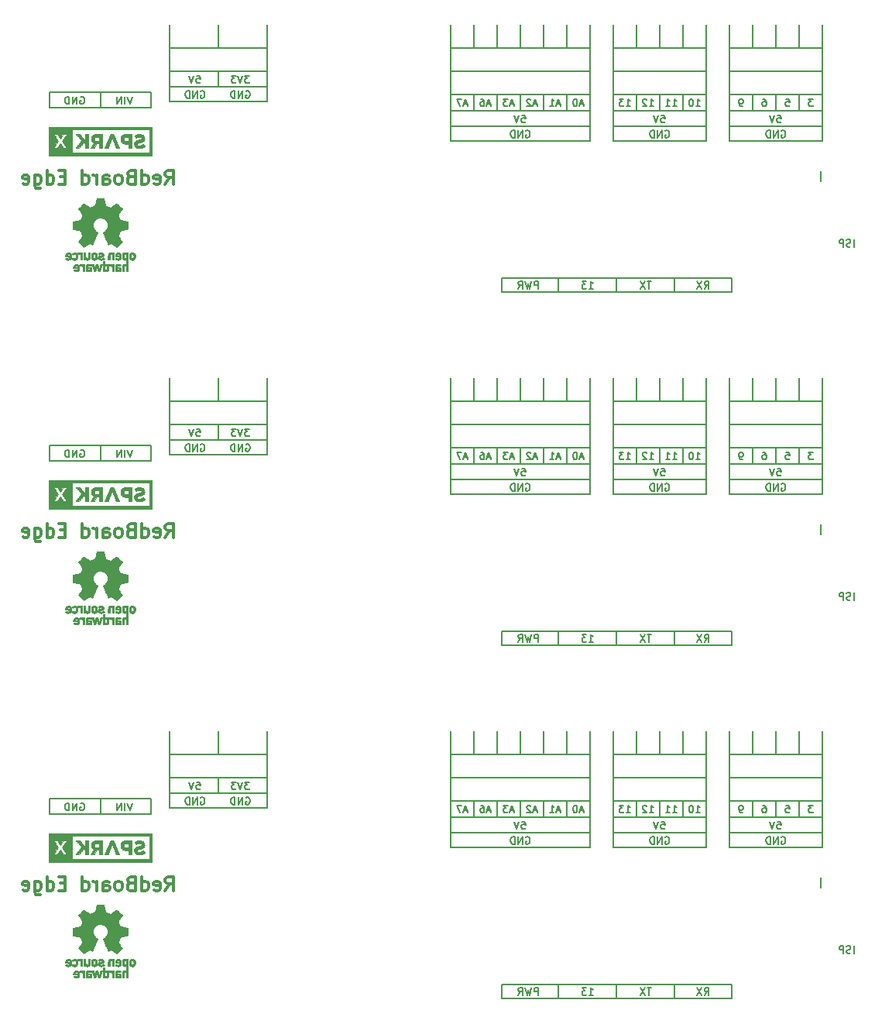
<source format=gbo>
G04 #@! TF.FileFunction,Legend,Bot*
%FSLAX46Y46*%
G04 Gerber Fmt 4.6, Leading zero omitted, Abs format (unit mm)*
G04 Created by KiCad (PCBNEW 4.0.6) date 08/03/17 04:28:43*
%MOMM*%
%LPD*%
G01*
G04 APERTURE LIST*
%ADD10C,0.100000*%
%ADD11C,0.200000*%
%ADD12C,0.300000*%
%ADD13C,0.010000*%
G04 APERTURE END LIST*
D10*
D11*
X108648500Y-131953000D02*
X118681500Y-131953000D01*
X108648500Y-93345000D02*
X118681500Y-93345000D01*
X110007381Y-129774905D02*
X110464524Y-129774905D01*
X110235953Y-129774905D02*
X110235953Y-128974905D01*
X110312143Y-129089190D01*
X110388334Y-129165381D01*
X110464524Y-129203476D01*
X109740714Y-128974905D02*
X109245476Y-128974905D01*
X109512143Y-129279667D01*
X109397857Y-129279667D01*
X109321667Y-129317762D01*
X109283571Y-129355857D01*
X109245476Y-129432048D01*
X109245476Y-129622524D01*
X109283571Y-129698714D01*
X109321667Y-129736810D01*
X109397857Y-129774905D01*
X109626429Y-129774905D01*
X109702619Y-129736810D01*
X109740714Y-129698714D01*
X110007381Y-91166905D02*
X110464524Y-91166905D01*
X110235953Y-91166905D02*
X110235953Y-90366905D01*
X110312143Y-90481190D01*
X110388334Y-90557381D01*
X110464524Y-90595476D01*
X109740714Y-90366905D02*
X109245476Y-90366905D01*
X109512143Y-90671667D01*
X109397857Y-90671667D01*
X109321667Y-90709762D01*
X109283571Y-90747857D01*
X109245476Y-90824048D01*
X109245476Y-91014524D01*
X109283571Y-91090714D01*
X109321667Y-91128810D01*
X109397857Y-91166905D01*
X109626429Y-91166905D01*
X109702619Y-91128810D01*
X109740714Y-91090714D01*
X112547381Y-129774905D02*
X113004524Y-129774905D01*
X112775953Y-129774905D02*
X112775953Y-128974905D01*
X112852143Y-129089190D01*
X112928334Y-129165381D01*
X113004524Y-129203476D01*
X112242619Y-129051095D02*
X112204524Y-129013000D01*
X112128333Y-128974905D01*
X111937857Y-128974905D01*
X111861667Y-129013000D01*
X111823571Y-129051095D01*
X111785476Y-129127286D01*
X111785476Y-129203476D01*
X111823571Y-129317762D01*
X112280714Y-129774905D01*
X111785476Y-129774905D01*
X112547381Y-91166905D02*
X113004524Y-91166905D01*
X112775953Y-91166905D02*
X112775953Y-90366905D01*
X112852143Y-90481190D01*
X112928334Y-90557381D01*
X113004524Y-90595476D01*
X112242619Y-90443095D02*
X112204524Y-90405000D01*
X112128333Y-90366905D01*
X111937857Y-90366905D01*
X111861667Y-90405000D01*
X111823571Y-90443095D01*
X111785476Y-90519286D01*
X111785476Y-90595476D01*
X111823571Y-90709762D01*
X112280714Y-91166905D01*
X111785476Y-91166905D01*
X114274523Y-132442000D02*
X114350714Y-132403905D01*
X114464999Y-132403905D01*
X114579285Y-132442000D01*
X114655476Y-132518190D01*
X114693571Y-132594381D01*
X114731666Y-132746762D01*
X114731666Y-132861048D01*
X114693571Y-133013429D01*
X114655476Y-133089619D01*
X114579285Y-133165810D01*
X114464999Y-133203905D01*
X114388809Y-133203905D01*
X114274523Y-133165810D01*
X114236428Y-133127714D01*
X114236428Y-132861048D01*
X114388809Y-132861048D01*
X113893571Y-133203905D02*
X113893571Y-132403905D01*
X113436428Y-133203905D01*
X113436428Y-132403905D01*
X113055476Y-133203905D02*
X113055476Y-132403905D01*
X112865000Y-132403905D01*
X112750714Y-132442000D01*
X112674523Y-132518190D01*
X112636428Y-132594381D01*
X112598333Y-132746762D01*
X112598333Y-132861048D01*
X112636428Y-133013429D01*
X112674523Y-133089619D01*
X112750714Y-133165810D01*
X112865000Y-133203905D01*
X113055476Y-133203905D01*
X114274523Y-93834000D02*
X114350714Y-93795905D01*
X114464999Y-93795905D01*
X114579285Y-93834000D01*
X114655476Y-93910190D01*
X114693571Y-93986381D01*
X114731666Y-94138762D01*
X114731666Y-94253048D01*
X114693571Y-94405429D01*
X114655476Y-94481619D01*
X114579285Y-94557810D01*
X114464999Y-94595905D01*
X114388809Y-94595905D01*
X114274523Y-94557810D01*
X114236428Y-94519714D01*
X114236428Y-94253048D01*
X114388809Y-94253048D01*
X113893571Y-94595905D02*
X113893571Y-93795905D01*
X113436428Y-94595905D01*
X113436428Y-93795905D01*
X113055476Y-94595905D02*
X113055476Y-93795905D01*
X112865000Y-93795905D01*
X112750714Y-93834000D01*
X112674523Y-93910190D01*
X112636428Y-93986381D01*
X112598333Y-94138762D01*
X112598333Y-94253048D01*
X112636428Y-94405429D01*
X112674523Y-94481619D01*
X112750714Y-94557810D01*
X112865000Y-94595905D01*
X113055476Y-94595905D01*
X108585000Y-130302000D02*
X118681500Y-130302000D01*
X108585000Y-91694000D02*
X118681500Y-91694000D01*
X116205000Y-128587500D02*
X116205000Y-130238500D01*
X116205000Y-89979500D02*
X116205000Y-91630500D01*
X113817380Y-130752905D02*
X114198333Y-130752905D01*
X114236428Y-131133857D01*
X114198333Y-131095762D01*
X114122142Y-131057667D01*
X113931666Y-131057667D01*
X113855476Y-131095762D01*
X113817380Y-131133857D01*
X113779285Y-131210048D01*
X113779285Y-131400524D01*
X113817380Y-131476714D01*
X113855476Y-131514810D01*
X113931666Y-131552905D01*
X114122142Y-131552905D01*
X114198333Y-131514810D01*
X114236428Y-131476714D01*
X113550714Y-130752905D02*
X113284047Y-131552905D01*
X113017380Y-130752905D01*
X113817380Y-92144905D02*
X114198333Y-92144905D01*
X114236428Y-92525857D01*
X114198333Y-92487762D01*
X114122142Y-92449667D01*
X113931666Y-92449667D01*
X113855476Y-92487762D01*
X113817380Y-92525857D01*
X113779285Y-92602048D01*
X113779285Y-92792524D01*
X113817380Y-92868714D01*
X113855476Y-92906810D01*
X113931666Y-92944905D01*
X114122142Y-92944905D01*
X114198333Y-92906810D01*
X114236428Y-92868714D01*
X113550714Y-92144905D02*
X113284047Y-92944905D01*
X113017380Y-92144905D01*
X115087381Y-129774905D02*
X115544524Y-129774905D01*
X115315953Y-129774905D02*
X115315953Y-128974905D01*
X115392143Y-129089190D01*
X115468334Y-129165381D01*
X115544524Y-129203476D01*
X114325476Y-129774905D02*
X114782619Y-129774905D01*
X114554048Y-129774905D02*
X114554048Y-128974905D01*
X114630238Y-129089190D01*
X114706429Y-129165381D01*
X114782619Y-129203476D01*
X115087381Y-91166905D02*
X115544524Y-91166905D01*
X115315953Y-91166905D02*
X115315953Y-90366905D01*
X115392143Y-90481190D01*
X115468334Y-90557381D01*
X115544524Y-90595476D01*
X114325476Y-91166905D02*
X114782619Y-91166905D01*
X114554048Y-91166905D02*
X114554048Y-90366905D01*
X114630238Y-90481190D01*
X114706429Y-90557381D01*
X114782619Y-90595476D01*
X113665000Y-128587500D02*
X113665000Y-130238500D01*
X113665000Y-89979500D02*
X113665000Y-91630500D01*
X117627381Y-129774905D02*
X118084524Y-129774905D01*
X117855953Y-129774905D02*
X117855953Y-128974905D01*
X117932143Y-129089190D01*
X118008334Y-129165381D01*
X118084524Y-129203476D01*
X117132143Y-128974905D02*
X117055952Y-128974905D01*
X116979762Y-129013000D01*
X116941667Y-129051095D01*
X116903571Y-129127286D01*
X116865476Y-129279667D01*
X116865476Y-129470143D01*
X116903571Y-129622524D01*
X116941667Y-129698714D01*
X116979762Y-129736810D01*
X117055952Y-129774905D01*
X117132143Y-129774905D01*
X117208333Y-129736810D01*
X117246429Y-129698714D01*
X117284524Y-129622524D01*
X117322619Y-129470143D01*
X117322619Y-129279667D01*
X117284524Y-129127286D01*
X117246429Y-129051095D01*
X117208333Y-129013000D01*
X117132143Y-128974905D01*
X117627381Y-91166905D02*
X118084524Y-91166905D01*
X117855953Y-91166905D02*
X117855953Y-90366905D01*
X117932143Y-90481190D01*
X118008334Y-90557381D01*
X118084524Y-90595476D01*
X117132143Y-90366905D02*
X117055952Y-90366905D01*
X116979762Y-90405000D01*
X116941667Y-90443095D01*
X116903571Y-90519286D01*
X116865476Y-90671667D01*
X116865476Y-90862143D01*
X116903571Y-91014524D01*
X116941667Y-91090714D01*
X116979762Y-91128810D01*
X117055952Y-91166905D01*
X117132143Y-91166905D01*
X117208333Y-91128810D01*
X117246429Y-91090714D01*
X117284524Y-91014524D01*
X117322619Y-90862143D01*
X117322619Y-90671667D01*
X117284524Y-90519286D01*
X117246429Y-90443095D01*
X117208333Y-90405000D01*
X117132143Y-90366905D01*
X121539000Y-148526500D02*
X96393000Y-148526500D01*
X121539000Y-109918500D02*
X96393000Y-109918500D01*
X112750524Y-148913905D02*
X112293381Y-148913905D01*
X112521952Y-149713905D02*
X112521952Y-148913905D01*
X112102904Y-148913905D02*
X111569571Y-149713905D01*
X111569571Y-148913905D02*
X112102904Y-149713905D01*
X112750524Y-110305905D02*
X112293381Y-110305905D01*
X112521952Y-111105905D02*
X112521952Y-110305905D01*
X112102904Y-110305905D02*
X111569571Y-111105905D01*
X111569571Y-110305905D02*
X112102904Y-111105905D01*
X118560833Y-149713905D02*
X118827500Y-149332952D01*
X119017976Y-149713905D02*
X119017976Y-148913905D01*
X118713214Y-148913905D01*
X118637023Y-148952000D01*
X118598928Y-148990095D01*
X118560833Y-149066286D01*
X118560833Y-149180571D01*
X118598928Y-149256762D01*
X118637023Y-149294857D01*
X118713214Y-149332952D01*
X119017976Y-149332952D01*
X118294166Y-148913905D02*
X117760833Y-149713905D01*
X117760833Y-148913905D02*
X118294166Y-149713905D01*
X118560833Y-111105905D02*
X118827500Y-110724952D01*
X119017976Y-111105905D02*
X119017976Y-110305905D01*
X118713214Y-110305905D01*
X118637023Y-110344000D01*
X118598928Y-110382095D01*
X118560833Y-110458286D01*
X118560833Y-110572571D01*
X118598928Y-110648762D01*
X118637023Y-110686857D01*
X118713214Y-110724952D01*
X119017976Y-110724952D01*
X118294166Y-110305905D02*
X117760833Y-111105905D01*
X117760833Y-110305905D02*
X118294166Y-111105905D01*
X115316000Y-148526500D02*
X115316000Y-150114000D01*
X115316000Y-109918500D02*
X115316000Y-111506000D01*
X121539000Y-150114000D02*
X121539000Y-148526500D01*
X121539000Y-111506000D02*
X121539000Y-109918500D01*
X96393000Y-148590000D02*
X96393000Y-150050500D01*
X96393000Y-109982000D02*
X96393000Y-111442500D01*
X96393000Y-150050500D02*
X96393000Y-150114000D01*
X96393000Y-111442500D02*
X96393000Y-111506000D01*
X105943381Y-149713905D02*
X106400524Y-149713905D01*
X106171953Y-149713905D02*
X106171953Y-148913905D01*
X106248143Y-149028190D01*
X106324334Y-149104381D01*
X106400524Y-149142476D01*
X105676714Y-148913905D02*
X105181476Y-148913905D01*
X105448143Y-149218667D01*
X105333857Y-149218667D01*
X105257667Y-149256762D01*
X105219571Y-149294857D01*
X105181476Y-149371048D01*
X105181476Y-149561524D01*
X105219571Y-149637714D01*
X105257667Y-149675810D01*
X105333857Y-149713905D01*
X105562429Y-149713905D01*
X105638619Y-149675810D01*
X105676714Y-149637714D01*
X105943381Y-111105905D02*
X106400524Y-111105905D01*
X106171953Y-111105905D02*
X106171953Y-110305905D01*
X106248143Y-110420190D01*
X106324334Y-110496381D01*
X106400524Y-110534476D01*
X105676714Y-110305905D02*
X105181476Y-110305905D01*
X105448143Y-110610667D01*
X105333857Y-110610667D01*
X105257667Y-110648762D01*
X105219571Y-110686857D01*
X105181476Y-110763048D01*
X105181476Y-110953524D01*
X105219571Y-111029714D01*
X105257667Y-111067810D01*
X105333857Y-111105905D01*
X105562429Y-111105905D01*
X105638619Y-111067810D01*
X105676714Y-111029714D01*
X100380667Y-149713905D02*
X100380667Y-148913905D01*
X100075905Y-148913905D01*
X99999714Y-148952000D01*
X99961619Y-148990095D01*
X99923524Y-149066286D01*
X99923524Y-149180571D01*
X99961619Y-149256762D01*
X99999714Y-149294857D01*
X100075905Y-149332952D01*
X100380667Y-149332952D01*
X99656857Y-148913905D02*
X99466381Y-149713905D01*
X99314000Y-149142476D01*
X99161619Y-149713905D01*
X98971143Y-148913905D01*
X98209238Y-149713905D02*
X98475905Y-149332952D01*
X98666381Y-149713905D02*
X98666381Y-148913905D01*
X98361619Y-148913905D01*
X98285428Y-148952000D01*
X98247333Y-148990095D01*
X98209238Y-149066286D01*
X98209238Y-149180571D01*
X98247333Y-149256762D01*
X98285428Y-149294857D01*
X98361619Y-149332952D01*
X98666381Y-149332952D01*
X100380667Y-111105905D02*
X100380667Y-110305905D01*
X100075905Y-110305905D01*
X99999714Y-110344000D01*
X99961619Y-110382095D01*
X99923524Y-110458286D01*
X99923524Y-110572571D01*
X99961619Y-110648762D01*
X99999714Y-110686857D01*
X100075905Y-110724952D01*
X100380667Y-110724952D01*
X99656857Y-110305905D02*
X99466381Y-111105905D01*
X99314000Y-110534476D01*
X99161619Y-111105905D01*
X98971143Y-110305905D01*
X98209238Y-111105905D02*
X98475905Y-110724952D01*
X98666381Y-111105905D02*
X98666381Y-110305905D01*
X98361619Y-110305905D01*
X98285428Y-110344000D01*
X98247333Y-110382095D01*
X98209238Y-110458286D01*
X98209238Y-110572571D01*
X98247333Y-110648762D01*
X98285428Y-110686857D01*
X98361619Y-110724952D01*
X98666381Y-110724952D01*
X96393000Y-150114000D02*
X121539000Y-150114000D01*
X96393000Y-111506000D02*
X121539000Y-111506000D01*
X108966000Y-148590000D02*
X108966000Y-150050500D01*
X108966000Y-109982000D02*
X108966000Y-111442500D01*
X102616000Y-148526500D02*
X102616000Y-150114000D01*
X102616000Y-109918500D02*
X102616000Y-111506000D01*
X106045000Y-133604000D02*
X106045000Y-120904000D01*
X106045000Y-94996000D02*
X106045000Y-82296000D01*
X108585000Y-120904000D02*
X108585000Y-133604000D01*
X108585000Y-82296000D02*
X108585000Y-94996000D01*
X118745000Y-133604000D02*
X118745000Y-120904000D01*
X118745000Y-94996000D02*
X118745000Y-82296000D01*
X113665000Y-120904000D02*
X113665000Y-123444000D01*
X113665000Y-82296000D02*
X113665000Y-84836000D01*
X116205000Y-120904000D02*
X116205000Y-123444000D01*
X116205000Y-82296000D02*
X116205000Y-84836000D01*
X108585000Y-133604000D02*
X118745000Y-133604000D01*
X108585000Y-94996000D02*
X118745000Y-94996000D01*
X111125000Y-120904000D02*
X111125000Y-123444000D01*
X111125000Y-82296000D02*
X111125000Y-84836000D01*
X121285000Y-133604000D02*
X121285000Y-120904000D01*
X121285000Y-94996000D02*
X121285000Y-82296000D01*
X98425000Y-120904000D02*
X98425000Y-123380500D01*
X98425000Y-82296000D02*
X98425000Y-84772500D01*
X103505000Y-120904000D02*
X103505000Y-123444000D01*
X103505000Y-82296000D02*
X103505000Y-84836000D01*
X100965000Y-123444000D02*
X100965000Y-120904000D01*
X100965000Y-84836000D02*
X100965000Y-82296000D01*
X98425000Y-128524000D02*
X98425000Y-130302000D01*
X98425000Y-89916000D02*
X98425000Y-91694000D01*
X100965000Y-130238500D02*
X100965000Y-128587500D01*
X100965000Y-91630500D02*
X100965000Y-89979500D01*
X103505000Y-128587500D02*
X103505000Y-130238500D01*
X103505000Y-89979500D02*
X103505000Y-91630500D01*
X102806428Y-129546333D02*
X102425476Y-129546333D01*
X102882619Y-129774905D02*
X102615952Y-128974905D01*
X102349285Y-129774905D01*
X101663571Y-129774905D02*
X102120714Y-129774905D01*
X101892143Y-129774905D02*
X101892143Y-128974905D01*
X101968333Y-129089190D01*
X102044524Y-129165381D01*
X102120714Y-129203476D01*
X102806428Y-90938333D02*
X102425476Y-90938333D01*
X102882619Y-91166905D02*
X102615952Y-90366905D01*
X102349285Y-91166905D01*
X101663571Y-91166905D02*
X102120714Y-91166905D01*
X101892143Y-91166905D02*
X101892143Y-90366905D01*
X101968333Y-90481190D01*
X102044524Y-90557381D01*
X102120714Y-90595476D01*
X100266428Y-129546333D02*
X99885476Y-129546333D01*
X100342619Y-129774905D02*
X100075952Y-128974905D01*
X99809285Y-129774905D01*
X99580714Y-129051095D02*
X99542619Y-129013000D01*
X99466428Y-128974905D01*
X99275952Y-128974905D01*
X99199762Y-129013000D01*
X99161666Y-129051095D01*
X99123571Y-129127286D01*
X99123571Y-129203476D01*
X99161666Y-129317762D01*
X99618809Y-129774905D01*
X99123571Y-129774905D01*
X100266428Y-90938333D02*
X99885476Y-90938333D01*
X100342619Y-91166905D02*
X100075952Y-90366905D01*
X99809285Y-91166905D01*
X99580714Y-90443095D02*
X99542619Y-90405000D01*
X99466428Y-90366905D01*
X99275952Y-90366905D01*
X99199762Y-90405000D01*
X99161666Y-90443095D01*
X99123571Y-90519286D01*
X99123571Y-90595476D01*
X99161666Y-90709762D01*
X99618809Y-91166905D01*
X99123571Y-91166905D01*
X118745000Y-123444000D02*
X108585000Y-123444000D01*
X118745000Y-84836000D02*
X108585000Y-84836000D01*
X108585000Y-125984000D02*
X118745000Y-125984000D01*
X108585000Y-87376000D02*
X118745000Y-87376000D01*
X118745000Y-128524000D02*
X108585000Y-128524000D01*
X118745000Y-89916000D02*
X108585000Y-89916000D01*
X111125000Y-128587500D02*
X111125000Y-130238500D01*
X111125000Y-89979500D02*
X111125000Y-91630500D01*
X97726428Y-129546333D02*
X97345476Y-129546333D01*
X97802619Y-129774905D02*
X97535952Y-128974905D01*
X97269285Y-129774905D01*
X97078809Y-128974905D02*
X96583571Y-128974905D01*
X96850238Y-129279667D01*
X96735952Y-129279667D01*
X96659762Y-129317762D01*
X96621666Y-129355857D01*
X96583571Y-129432048D01*
X96583571Y-129622524D01*
X96621666Y-129698714D01*
X96659762Y-129736810D01*
X96735952Y-129774905D01*
X96964524Y-129774905D01*
X97040714Y-129736810D01*
X97078809Y-129698714D01*
X97726428Y-90938333D02*
X97345476Y-90938333D01*
X97802619Y-91166905D02*
X97535952Y-90366905D01*
X97269285Y-91166905D01*
X97078809Y-90366905D02*
X96583571Y-90366905D01*
X96850238Y-90671667D01*
X96735952Y-90671667D01*
X96659762Y-90709762D01*
X96621666Y-90747857D01*
X96583571Y-90824048D01*
X96583571Y-91014524D01*
X96621666Y-91090714D01*
X96659762Y-91128810D01*
X96735952Y-91166905D01*
X96964524Y-91166905D01*
X97040714Y-91128810D01*
X97078809Y-91090714D01*
X105346428Y-129546333D02*
X104965476Y-129546333D01*
X105422619Y-129774905D02*
X105155952Y-128974905D01*
X104889285Y-129774905D01*
X104470238Y-128974905D02*
X104394047Y-128974905D01*
X104317857Y-129013000D01*
X104279762Y-129051095D01*
X104241666Y-129127286D01*
X104203571Y-129279667D01*
X104203571Y-129470143D01*
X104241666Y-129622524D01*
X104279762Y-129698714D01*
X104317857Y-129736810D01*
X104394047Y-129774905D01*
X104470238Y-129774905D01*
X104546428Y-129736810D01*
X104584524Y-129698714D01*
X104622619Y-129622524D01*
X104660714Y-129470143D01*
X104660714Y-129279667D01*
X104622619Y-129127286D01*
X104584524Y-129051095D01*
X104546428Y-129013000D01*
X104470238Y-128974905D01*
X105346428Y-90938333D02*
X104965476Y-90938333D01*
X105422619Y-91166905D02*
X105155952Y-90366905D01*
X104889285Y-91166905D01*
X104470238Y-90366905D02*
X104394047Y-90366905D01*
X104317857Y-90405000D01*
X104279762Y-90443095D01*
X104241666Y-90519286D01*
X104203571Y-90671667D01*
X104203571Y-90862143D01*
X104241666Y-91014524D01*
X104279762Y-91090714D01*
X104317857Y-91128810D01*
X104394047Y-91166905D01*
X104470238Y-91166905D01*
X104546428Y-91128810D01*
X104584524Y-91090714D01*
X104622619Y-91014524D01*
X104660714Y-90862143D01*
X104660714Y-90671667D01*
X104622619Y-90519286D01*
X104584524Y-90443095D01*
X104546428Y-90405000D01*
X104470238Y-90366905D01*
X98577380Y-130752905D02*
X98958333Y-130752905D01*
X98996428Y-131133857D01*
X98958333Y-131095762D01*
X98882142Y-131057667D01*
X98691666Y-131057667D01*
X98615476Y-131095762D01*
X98577380Y-131133857D01*
X98539285Y-131210048D01*
X98539285Y-131400524D01*
X98577380Y-131476714D01*
X98615476Y-131514810D01*
X98691666Y-131552905D01*
X98882142Y-131552905D01*
X98958333Y-131514810D01*
X98996428Y-131476714D01*
X98310714Y-130752905D02*
X98044047Y-131552905D01*
X97777380Y-130752905D01*
X98577380Y-92144905D02*
X98958333Y-92144905D01*
X98996428Y-92525857D01*
X98958333Y-92487762D01*
X98882142Y-92449667D01*
X98691666Y-92449667D01*
X98615476Y-92487762D01*
X98577380Y-92525857D01*
X98539285Y-92602048D01*
X98539285Y-92792524D01*
X98577380Y-92868714D01*
X98615476Y-92906810D01*
X98691666Y-92944905D01*
X98882142Y-92944905D01*
X98958333Y-92906810D01*
X98996428Y-92868714D01*
X98310714Y-92144905D02*
X98044047Y-92944905D01*
X97777380Y-92144905D01*
X99034523Y-132442000D02*
X99110714Y-132403905D01*
X99224999Y-132403905D01*
X99339285Y-132442000D01*
X99415476Y-132518190D01*
X99453571Y-132594381D01*
X99491666Y-132746762D01*
X99491666Y-132861048D01*
X99453571Y-133013429D01*
X99415476Y-133089619D01*
X99339285Y-133165810D01*
X99224999Y-133203905D01*
X99148809Y-133203905D01*
X99034523Y-133165810D01*
X98996428Y-133127714D01*
X98996428Y-132861048D01*
X99148809Y-132861048D01*
X98653571Y-133203905D02*
X98653571Y-132403905D01*
X98196428Y-133203905D01*
X98196428Y-132403905D01*
X97815476Y-133203905D02*
X97815476Y-132403905D01*
X97625000Y-132403905D01*
X97510714Y-132442000D01*
X97434523Y-132518190D01*
X97396428Y-132594381D01*
X97358333Y-132746762D01*
X97358333Y-132861048D01*
X97396428Y-133013429D01*
X97434523Y-133089619D01*
X97510714Y-133165810D01*
X97625000Y-133203905D01*
X97815476Y-133203905D01*
X99034523Y-93834000D02*
X99110714Y-93795905D01*
X99224999Y-93795905D01*
X99339285Y-93834000D01*
X99415476Y-93910190D01*
X99453571Y-93986381D01*
X99491666Y-94138762D01*
X99491666Y-94253048D01*
X99453571Y-94405429D01*
X99415476Y-94481619D01*
X99339285Y-94557810D01*
X99224999Y-94595905D01*
X99148809Y-94595905D01*
X99034523Y-94557810D01*
X98996428Y-94519714D01*
X98996428Y-94253048D01*
X99148809Y-94253048D01*
X98653571Y-94595905D02*
X98653571Y-93795905D01*
X98196428Y-94595905D01*
X98196428Y-93795905D01*
X97815476Y-94595905D02*
X97815476Y-93795905D01*
X97625000Y-93795905D01*
X97510714Y-93834000D01*
X97434523Y-93910190D01*
X97396428Y-93986381D01*
X97358333Y-94138762D01*
X97358333Y-94253048D01*
X97396428Y-94405429D01*
X97434523Y-94481619D01*
X97510714Y-94557810D01*
X97625000Y-94595905D01*
X97815476Y-94595905D01*
D12*
X59617642Y-138283071D02*
X60117642Y-137568786D01*
X60474785Y-138283071D02*
X60474785Y-136783071D01*
X59903357Y-136783071D01*
X59760499Y-136854500D01*
X59689071Y-136925929D01*
X59617642Y-137068786D01*
X59617642Y-137283071D01*
X59689071Y-137425929D01*
X59760499Y-137497357D01*
X59903357Y-137568786D01*
X60474785Y-137568786D01*
X58403357Y-138211643D02*
X58546214Y-138283071D01*
X58831928Y-138283071D01*
X58974785Y-138211643D01*
X59046214Y-138068786D01*
X59046214Y-137497357D01*
X58974785Y-137354500D01*
X58831928Y-137283071D01*
X58546214Y-137283071D01*
X58403357Y-137354500D01*
X58331928Y-137497357D01*
X58331928Y-137640214D01*
X59046214Y-137783071D01*
X57046214Y-138283071D02*
X57046214Y-136783071D01*
X57046214Y-138211643D02*
X57189071Y-138283071D01*
X57474785Y-138283071D01*
X57617643Y-138211643D01*
X57689071Y-138140214D01*
X57760500Y-137997357D01*
X57760500Y-137568786D01*
X57689071Y-137425929D01*
X57617643Y-137354500D01*
X57474785Y-137283071D01*
X57189071Y-137283071D01*
X57046214Y-137354500D01*
X55831928Y-137497357D02*
X55617642Y-137568786D01*
X55546214Y-137640214D01*
X55474785Y-137783071D01*
X55474785Y-137997357D01*
X55546214Y-138140214D01*
X55617642Y-138211643D01*
X55760500Y-138283071D01*
X56331928Y-138283071D01*
X56331928Y-136783071D01*
X55831928Y-136783071D01*
X55689071Y-136854500D01*
X55617642Y-136925929D01*
X55546214Y-137068786D01*
X55546214Y-137211643D01*
X55617642Y-137354500D01*
X55689071Y-137425929D01*
X55831928Y-137497357D01*
X56331928Y-137497357D01*
X54617642Y-138283071D02*
X54760500Y-138211643D01*
X54831928Y-138140214D01*
X54903357Y-137997357D01*
X54903357Y-137568786D01*
X54831928Y-137425929D01*
X54760500Y-137354500D01*
X54617642Y-137283071D01*
X54403357Y-137283071D01*
X54260500Y-137354500D01*
X54189071Y-137425929D01*
X54117642Y-137568786D01*
X54117642Y-137997357D01*
X54189071Y-138140214D01*
X54260500Y-138211643D01*
X54403357Y-138283071D01*
X54617642Y-138283071D01*
X52831928Y-138283071D02*
X52831928Y-137497357D01*
X52903357Y-137354500D01*
X53046214Y-137283071D01*
X53331928Y-137283071D01*
X53474785Y-137354500D01*
X52831928Y-138211643D02*
X52974785Y-138283071D01*
X53331928Y-138283071D01*
X53474785Y-138211643D01*
X53546214Y-138068786D01*
X53546214Y-137925929D01*
X53474785Y-137783071D01*
X53331928Y-137711643D01*
X52974785Y-137711643D01*
X52831928Y-137640214D01*
X52117642Y-138283071D02*
X52117642Y-137283071D01*
X52117642Y-137568786D02*
X52046214Y-137425929D01*
X51974785Y-137354500D01*
X51831928Y-137283071D01*
X51689071Y-137283071D01*
X50546214Y-138283071D02*
X50546214Y-136783071D01*
X50546214Y-138211643D02*
X50689071Y-138283071D01*
X50974785Y-138283071D01*
X51117643Y-138211643D01*
X51189071Y-138140214D01*
X51260500Y-137997357D01*
X51260500Y-137568786D01*
X51189071Y-137425929D01*
X51117643Y-137354500D01*
X50974785Y-137283071D01*
X50689071Y-137283071D01*
X50546214Y-137354500D01*
X48689071Y-137497357D02*
X48189071Y-137497357D01*
X47974785Y-138283071D02*
X48689071Y-138283071D01*
X48689071Y-136783071D01*
X47974785Y-136783071D01*
X46689071Y-138283071D02*
X46689071Y-136783071D01*
X46689071Y-138211643D02*
X46831928Y-138283071D01*
X47117642Y-138283071D01*
X47260500Y-138211643D01*
X47331928Y-138140214D01*
X47403357Y-137997357D01*
X47403357Y-137568786D01*
X47331928Y-137425929D01*
X47260500Y-137354500D01*
X47117642Y-137283071D01*
X46831928Y-137283071D01*
X46689071Y-137354500D01*
X45331928Y-137283071D02*
X45331928Y-138497357D01*
X45403357Y-138640214D01*
X45474785Y-138711643D01*
X45617642Y-138783071D01*
X45831928Y-138783071D01*
X45974785Y-138711643D01*
X45331928Y-138211643D02*
X45474785Y-138283071D01*
X45760499Y-138283071D01*
X45903357Y-138211643D01*
X45974785Y-138140214D01*
X46046214Y-137997357D01*
X46046214Y-137568786D01*
X45974785Y-137425929D01*
X45903357Y-137354500D01*
X45760499Y-137283071D01*
X45474785Y-137283071D01*
X45331928Y-137354500D01*
X44046214Y-138211643D02*
X44189071Y-138283071D01*
X44474785Y-138283071D01*
X44617642Y-138211643D01*
X44689071Y-138068786D01*
X44689071Y-137497357D01*
X44617642Y-137354500D01*
X44474785Y-137283071D01*
X44189071Y-137283071D01*
X44046214Y-137354500D01*
X43974785Y-137497357D01*
X43974785Y-137640214D01*
X44689071Y-137783071D01*
X59617642Y-99675071D02*
X60117642Y-98960786D01*
X60474785Y-99675071D02*
X60474785Y-98175071D01*
X59903357Y-98175071D01*
X59760499Y-98246500D01*
X59689071Y-98317929D01*
X59617642Y-98460786D01*
X59617642Y-98675071D01*
X59689071Y-98817929D01*
X59760499Y-98889357D01*
X59903357Y-98960786D01*
X60474785Y-98960786D01*
X58403357Y-99603643D02*
X58546214Y-99675071D01*
X58831928Y-99675071D01*
X58974785Y-99603643D01*
X59046214Y-99460786D01*
X59046214Y-98889357D01*
X58974785Y-98746500D01*
X58831928Y-98675071D01*
X58546214Y-98675071D01*
X58403357Y-98746500D01*
X58331928Y-98889357D01*
X58331928Y-99032214D01*
X59046214Y-99175071D01*
X57046214Y-99675071D02*
X57046214Y-98175071D01*
X57046214Y-99603643D02*
X57189071Y-99675071D01*
X57474785Y-99675071D01*
X57617643Y-99603643D01*
X57689071Y-99532214D01*
X57760500Y-99389357D01*
X57760500Y-98960786D01*
X57689071Y-98817929D01*
X57617643Y-98746500D01*
X57474785Y-98675071D01*
X57189071Y-98675071D01*
X57046214Y-98746500D01*
X55831928Y-98889357D02*
X55617642Y-98960786D01*
X55546214Y-99032214D01*
X55474785Y-99175071D01*
X55474785Y-99389357D01*
X55546214Y-99532214D01*
X55617642Y-99603643D01*
X55760500Y-99675071D01*
X56331928Y-99675071D01*
X56331928Y-98175071D01*
X55831928Y-98175071D01*
X55689071Y-98246500D01*
X55617642Y-98317929D01*
X55546214Y-98460786D01*
X55546214Y-98603643D01*
X55617642Y-98746500D01*
X55689071Y-98817929D01*
X55831928Y-98889357D01*
X56331928Y-98889357D01*
X54617642Y-99675071D02*
X54760500Y-99603643D01*
X54831928Y-99532214D01*
X54903357Y-99389357D01*
X54903357Y-98960786D01*
X54831928Y-98817929D01*
X54760500Y-98746500D01*
X54617642Y-98675071D01*
X54403357Y-98675071D01*
X54260500Y-98746500D01*
X54189071Y-98817929D01*
X54117642Y-98960786D01*
X54117642Y-99389357D01*
X54189071Y-99532214D01*
X54260500Y-99603643D01*
X54403357Y-99675071D01*
X54617642Y-99675071D01*
X52831928Y-99675071D02*
X52831928Y-98889357D01*
X52903357Y-98746500D01*
X53046214Y-98675071D01*
X53331928Y-98675071D01*
X53474785Y-98746500D01*
X52831928Y-99603643D02*
X52974785Y-99675071D01*
X53331928Y-99675071D01*
X53474785Y-99603643D01*
X53546214Y-99460786D01*
X53546214Y-99317929D01*
X53474785Y-99175071D01*
X53331928Y-99103643D01*
X52974785Y-99103643D01*
X52831928Y-99032214D01*
X52117642Y-99675071D02*
X52117642Y-98675071D01*
X52117642Y-98960786D02*
X52046214Y-98817929D01*
X51974785Y-98746500D01*
X51831928Y-98675071D01*
X51689071Y-98675071D01*
X50546214Y-99675071D02*
X50546214Y-98175071D01*
X50546214Y-99603643D02*
X50689071Y-99675071D01*
X50974785Y-99675071D01*
X51117643Y-99603643D01*
X51189071Y-99532214D01*
X51260500Y-99389357D01*
X51260500Y-98960786D01*
X51189071Y-98817929D01*
X51117643Y-98746500D01*
X50974785Y-98675071D01*
X50689071Y-98675071D01*
X50546214Y-98746500D01*
X48689071Y-98889357D02*
X48189071Y-98889357D01*
X47974785Y-99675071D02*
X48689071Y-99675071D01*
X48689071Y-98175071D01*
X47974785Y-98175071D01*
X46689071Y-99675071D02*
X46689071Y-98175071D01*
X46689071Y-99603643D02*
X46831928Y-99675071D01*
X47117642Y-99675071D01*
X47260500Y-99603643D01*
X47331928Y-99532214D01*
X47403357Y-99389357D01*
X47403357Y-98960786D01*
X47331928Y-98817929D01*
X47260500Y-98746500D01*
X47117642Y-98675071D01*
X46831928Y-98675071D01*
X46689071Y-98746500D01*
X45331928Y-98675071D02*
X45331928Y-99889357D01*
X45403357Y-100032214D01*
X45474785Y-100103643D01*
X45617642Y-100175071D01*
X45831928Y-100175071D01*
X45974785Y-100103643D01*
X45331928Y-99603643D02*
X45474785Y-99675071D01*
X45760499Y-99675071D01*
X45903357Y-99603643D01*
X45974785Y-99532214D01*
X46046214Y-99389357D01*
X46046214Y-98960786D01*
X45974785Y-98817929D01*
X45903357Y-98746500D01*
X45760499Y-98675071D01*
X45474785Y-98675071D01*
X45331928Y-98746500D01*
X44046214Y-99603643D02*
X44189071Y-99675071D01*
X44474785Y-99675071D01*
X44617642Y-99603643D01*
X44689071Y-99460786D01*
X44689071Y-98889357D01*
X44617642Y-98746500D01*
X44474785Y-98675071D01*
X44189071Y-98675071D01*
X44046214Y-98746500D01*
X43974785Y-98889357D01*
X43974785Y-99032214D01*
X44689071Y-99175071D01*
D11*
X58039000Y-128270000D02*
X58039000Y-129921000D01*
X58039000Y-89662000D02*
X58039000Y-91313000D01*
X50330023Y-128759000D02*
X50406214Y-128720905D01*
X50520499Y-128720905D01*
X50634785Y-128759000D01*
X50710976Y-128835190D01*
X50749071Y-128911381D01*
X50787166Y-129063762D01*
X50787166Y-129178048D01*
X50749071Y-129330429D01*
X50710976Y-129406619D01*
X50634785Y-129482810D01*
X50520499Y-129520905D01*
X50444309Y-129520905D01*
X50330023Y-129482810D01*
X50291928Y-129444714D01*
X50291928Y-129178048D01*
X50444309Y-129178048D01*
X49949071Y-129520905D02*
X49949071Y-128720905D01*
X49491928Y-129520905D01*
X49491928Y-128720905D01*
X49110976Y-129520905D02*
X49110976Y-128720905D01*
X48920500Y-128720905D01*
X48806214Y-128759000D01*
X48730023Y-128835190D01*
X48691928Y-128911381D01*
X48653833Y-129063762D01*
X48653833Y-129178048D01*
X48691928Y-129330429D01*
X48730023Y-129406619D01*
X48806214Y-129482810D01*
X48920500Y-129520905D01*
X49110976Y-129520905D01*
X50330023Y-90151000D02*
X50406214Y-90112905D01*
X50520499Y-90112905D01*
X50634785Y-90151000D01*
X50710976Y-90227190D01*
X50749071Y-90303381D01*
X50787166Y-90455762D01*
X50787166Y-90570048D01*
X50749071Y-90722429D01*
X50710976Y-90798619D01*
X50634785Y-90874810D01*
X50520499Y-90912905D01*
X50444309Y-90912905D01*
X50330023Y-90874810D01*
X50291928Y-90836714D01*
X50291928Y-90570048D01*
X50444309Y-90570048D01*
X49949071Y-90912905D02*
X49949071Y-90112905D01*
X49491928Y-90912905D01*
X49491928Y-90112905D01*
X49110976Y-90912905D02*
X49110976Y-90112905D01*
X48920500Y-90112905D01*
X48806214Y-90151000D01*
X48730023Y-90227190D01*
X48691928Y-90303381D01*
X48653833Y-90455762D01*
X48653833Y-90570048D01*
X48691928Y-90722429D01*
X48730023Y-90798619D01*
X48806214Y-90874810D01*
X48920500Y-90912905D01*
X49110976Y-90912905D01*
X58039000Y-129921000D02*
X46990000Y-129921000D01*
X58039000Y-91313000D02*
X46990000Y-91313000D01*
X46990000Y-129921000D02*
X46990000Y-128270000D01*
X46990000Y-91313000D02*
X46990000Y-89662000D01*
X46990000Y-128270000D02*
X58039000Y-128270000D01*
X46990000Y-89662000D02*
X58039000Y-89662000D01*
X52514500Y-128270000D02*
X52514500Y-129921000D01*
X52514500Y-89662000D02*
X52514500Y-91313000D01*
X55994190Y-128720905D02*
X55727523Y-129520905D01*
X55460856Y-128720905D01*
X55194190Y-129520905D02*
X55194190Y-128720905D01*
X54813238Y-129520905D02*
X54813238Y-128720905D01*
X54356095Y-129520905D01*
X54356095Y-128720905D01*
X55994190Y-90112905D02*
X55727523Y-90912905D01*
X55460856Y-90112905D01*
X55194190Y-90912905D02*
X55194190Y-90112905D01*
X54813238Y-90912905D02*
X54813238Y-90112905D01*
X54356095Y-90912905D01*
X54356095Y-90112905D01*
X90805000Y-130302000D02*
X106045000Y-130302000D01*
X90805000Y-91694000D02*
X106045000Y-91694000D01*
X106045000Y-131953000D02*
X90805000Y-131953000D01*
X106045000Y-93345000D02*
X90805000Y-93345000D01*
X90805000Y-125984000D02*
X106045000Y-125984000D01*
X90805000Y-87376000D02*
X106045000Y-87376000D01*
X106045000Y-128524000D02*
X90805000Y-128524000D01*
X106045000Y-89916000D02*
X90805000Y-89916000D01*
X60071000Y-120904000D02*
X60071000Y-129286000D01*
X60071000Y-82296000D02*
X60071000Y-90678000D01*
X70739000Y-129286000D02*
X70739000Y-120904000D01*
X70739000Y-90678000D02*
X70739000Y-82296000D01*
X65405000Y-125984000D02*
X65405000Y-127635000D01*
X65405000Y-87376000D02*
X65405000Y-89027000D01*
X65405000Y-120904000D02*
X65405000Y-123444000D01*
X65405000Y-82296000D02*
X65405000Y-84836000D01*
X60071000Y-129286000D02*
X70739000Y-129286000D01*
X60071000Y-90678000D02*
X70739000Y-90678000D01*
X68808476Y-126434905D02*
X68313238Y-126434905D01*
X68579905Y-126739667D01*
X68465619Y-126739667D01*
X68389429Y-126777762D01*
X68351333Y-126815857D01*
X68313238Y-126892048D01*
X68313238Y-127082524D01*
X68351333Y-127158714D01*
X68389429Y-127196810D01*
X68465619Y-127234905D01*
X68694191Y-127234905D01*
X68770381Y-127196810D01*
X68808476Y-127158714D01*
X68084667Y-126434905D02*
X67818000Y-127234905D01*
X67551333Y-126434905D01*
X67360857Y-126434905D02*
X66865619Y-126434905D01*
X67132286Y-126739667D01*
X67018000Y-126739667D01*
X66941810Y-126777762D01*
X66903714Y-126815857D01*
X66865619Y-126892048D01*
X66865619Y-127082524D01*
X66903714Y-127158714D01*
X66941810Y-127196810D01*
X67018000Y-127234905D01*
X67246572Y-127234905D01*
X67322762Y-127196810D01*
X67360857Y-127158714D01*
X68808476Y-87826905D02*
X68313238Y-87826905D01*
X68579905Y-88131667D01*
X68465619Y-88131667D01*
X68389429Y-88169762D01*
X68351333Y-88207857D01*
X68313238Y-88284048D01*
X68313238Y-88474524D01*
X68351333Y-88550714D01*
X68389429Y-88588810D01*
X68465619Y-88626905D01*
X68694191Y-88626905D01*
X68770381Y-88588810D01*
X68808476Y-88550714D01*
X68084667Y-87826905D02*
X67818000Y-88626905D01*
X67551333Y-87826905D01*
X67360857Y-87826905D02*
X66865619Y-87826905D01*
X67132286Y-88131667D01*
X67018000Y-88131667D01*
X66941810Y-88169762D01*
X66903714Y-88207857D01*
X66865619Y-88284048D01*
X66865619Y-88474524D01*
X66903714Y-88550714D01*
X66941810Y-88588810D01*
X67018000Y-88626905D01*
X67246572Y-88626905D01*
X67322762Y-88588810D01*
X67360857Y-88550714D01*
X68427523Y-128124000D02*
X68503714Y-128085905D01*
X68617999Y-128085905D01*
X68732285Y-128124000D01*
X68808476Y-128200190D01*
X68846571Y-128276381D01*
X68884666Y-128428762D01*
X68884666Y-128543048D01*
X68846571Y-128695429D01*
X68808476Y-128771619D01*
X68732285Y-128847810D01*
X68617999Y-128885905D01*
X68541809Y-128885905D01*
X68427523Y-128847810D01*
X68389428Y-128809714D01*
X68389428Y-128543048D01*
X68541809Y-128543048D01*
X68046571Y-128885905D02*
X68046571Y-128085905D01*
X67589428Y-128885905D01*
X67589428Y-128085905D01*
X67208476Y-128885905D02*
X67208476Y-128085905D01*
X67018000Y-128085905D01*
X66903714Y-128124000D01*
X66827523Y-128200190D01*
X66789428Y-128276381D01*
X66751333Y-128428762D01*
X66751333Y-128543048D01*
X66789428Y-128695429D01*
X66827523Y-128771619D01*
X66903714Y-128847810D01*
X67018000Y-128885905D01*
X67208476Y-128885905D01*
X68427523Y-89516000D02*
X68503714Y-89477905D01*
X68617999Y-89477905D01*
X68732285Y-89516000D01*
X68808476Y-89592190D01*
X68846571Y-89668381D01*
X68884666Y-89820762D01*
X68884666Y-89935048D01*
X68846571Y-90087429D01*
X68808476Y-90163619D01*
X68732285Y-90239810D01*
X68617999Y-90277905D01*
X68541809Y-90277905D01*
X68427523Y-90239810D01*
X68389428Y-90201714D01*
X68389428Y-89935048D01*
X68541809Y-89935048D01*
X68046571Y-90277905D02*
X68046571Y-89477905D01*
X67589428Y-90277905D01*
X67589428Y-89477905D01*
X67208476Y-90277905D02*
X67208476Y-89477905D01*
X67018000Y-89477905D01*
X66903714Y-89516000D01*
X66827523Y-89592190D01*
X66789428Y-89668381D01*
X66751333Y-89820762D01*
X66751333Y-89935048D01*
X66789428Y-90087429D01*
X66827523Y-90163619D01*
X66903714Y-90239810D01*
X67018000Y-90277905D01*
X67208476Y-90277905D01*
X95885000Y-120904000D02*
X95885000Y-123380500D01*
X95885000Y-82296000D02*
X95885000Y-84772500D01*
X95186428Y-129546333D02*
X94805476Y-129546333D01*
X95262619Y-129774905D02*
X94995952Y-128974905D01*
X94729285Y-129774905D01*
X94119762Y-128974905D02*
X94272143Y-128974905D01*
X94348333Y-129013000D01*
X94386428Y-129051095D01*
X94462619Y-129165381D01*
X94500714Y-129317762D01*
X94500714Y-129622524D01*
X94462619Y-129698714D01*
X94424524Y-129736810D01*
X94348333Y-129774905D01*
X94195952Y-129774905D01*
X94119762Y-129736810D01*
X94081666Y-129698714D01*
X94043571Y-129622524D01*
X94043571Y-129432048D01*
X94081666Y-129355857D01*
X94119762Y-129317762D01*
X94195952Y-129279667D01*
X94348333Y-129279667D01*
X94424524Y-129317762D01*
X94462619Y-129355857D01*
X94500714Y-129432048D01*
X95186428Y-90938333D02*
X94805476Y-90938333D01*
X95262619Y-91166905D02*
X94995952Y-90366905D01*
X94729285Y-91166905D01*
X94119762Y-90366905D02*
X94272143Y-90366905D01*
X94348333Y-90405000D01*
X94386428Y-90443095D01*
X94462619Y-90557381D01*
X94500714Y-90709762D01*
X94500714Y-91014524D01*
X94462619Y-91090714D01*
X94424524Y-91128810D01*
X94348333Y-91166905D01*
X94195952Y-91166905D01*
X94119762Y-91128810D01*
X94081666Y-91090714D01*
X94043571Y-91014524D01*
X94043571Y-90824048D01*
X94081666Y-90747857D01*
X94119762Y-90709762D01*
X94195952Y-90671667D01*
X94348333Y-90671667D01*
X94424524Y-90709762D01*
X94462619Y-90747857D01*
X94500714Y-90824048D01*
X95885000Y-130302000D02*
X95885000Y-128587500D01*
X95885000Y-91694000D02*
X95885000Y-89979500D01*
X93345000Y-123444000D02*
X93345000Y-120904000D01*
X93345000Y-84836000D02*
X93345000Y-82296000D01*
X90805000Y-120904000D02*
X90805000Y-133604000D01*
X90805000Y-82296000D02*
X90805000Y-94996000D01*
X106045000Y-123444000D02*
X90805000Y-123444000D01*
X106045000Y-84836000D02*
X90805000Y-84836000D01*
X92646428Y-129546333D02*
X92265476Y-129546333D01*
X92722619Y-129774905D02*
X92455952Y-128974905D01*
X92189285Y-129774905D01*
X91998809Y-128974905D02*
X91465476Y-128974905D01*
X91808333Y-129774905D01*
X92646428Y-90938333D02*
X92265476Y-90938333D01*
X92722619Y-91166905D02*
X92455952Y-90366905D01*
X92189285Y-91166905D01*
X91998809Y-90366905D02*
X91465476Y-90366905D01*
X91808333Y-91166905D01*
X93345000Y-128524000D02*
X93345000Y-130302000D01*
X93345000Y-89916000D02*
X93345000Y-91694000D01*
X90805000Y-133604000D02*
X106045000Y-133604000D01*
X90805000Y-94996000D02*
X106045000Y-94996000D01*
X63474523Y-128124000D02*
X63550714Y-128085905D01*
X63664999Y-128085905D01*
X63779285Y-128124000D01*
X63855476Y-128200190D01*
X63893571Y-128276381D01*
X63931666Y-128428762D01*
X63931666Y-128543048D01*
X63893571Y-128695429D01*
X63855476Y-128771619D01*
X63779285Y-128847810D01*
X63664999Y-128885905D01*
X63588809Y-128885905D01*
X63474523Y-128847810D01*
X63436428Y-128809714D01*
X63436428Y-128543048D01*
X63588809Y-128543048D01*
X63093571Y-128885905D02*
X63093571Y-128085905D01*
X62636428Y-128885905D01*
X62636428Y-128085905D01*
X62255476Y-128885905D02*
X62255476Y-128085905D01*
X62065000Y-128085905D01*
X61950714Y-128124000D01*
X61874523Y-128200190D01*
X61836428Y-128276381D01*
X61798333Y-128428762D01*
X61798333Y-128543048D01*
X61836428Y-128695429D01*
X61874523Y-128771619D01*
X61950714Y-128847810D01*
X62065000Y-128885905D01*
X62255476Y-128885905D01*
X63474523Y-89516000D02*
X63550714Y-89477905D01*
X63664999Y-89477905D01*
X63779285Y-89516000D01*
X63855476Y-89592190D01*
X63893571Y-89668381D01*
X63931666Y-89820762D01*
X63931666Y-89935048D01*
X63893571Y-90087429D01*
X63855476Y-90163619D01*
X63779285Y-90239810D01*
X63664999Y-90277905D01*
X63588809Y-90277905D01*
X63474523Y-90239810D01*
X63436428Y-90201714D01*
X63436428Y-89935048D01*
X63588809Y-89935048D01*
X63093571Y-90277905D02*
X63093571Y-89477905D01*
X62636428Y-90277905D01*
X62636428Y-89477905D01*
X62255476Y-90277905D02*
X62255476Y-89477905D01*
X62065000Y-89477905D01*
X61950714Y-89516000D01*
X61874523Y-89592190D01*
X61836428Y-89668381D01*
X61798333Y-89820762D01*
X61798333Y-89935048D01*
X61836428Y-90087429D01*
X61874523Y-90163619D01*
X61950714Y-90239810D01*
X62065000Y-90277905D01*
X62255476Y-90277905D01*
X60071000Y-127635000D02*
X70739000Y-127635000D01*
X60071000Y-89027000D02*
X70739000Y-89027000D01*
X63017380Y-126434905D02*
X63398333Y-126434905D01*
X63436428Y-126815857D01*
X63398333Y-126777762D01*
X63322142Y-126739667D01*
X63131666Y-126739667D01*
X63055476Y-126777762D01*
X63017380Y-126815857D01*
X62979285Y-126892048D01*
X62979285Y-127082524D01*
X63017380Y-127158714D01*
X63055476Y-127196810D01*
X63131666Y-127234905D01*
X63322142Y-127234905D01*
X63398333Y-127196810D01*
X63436428Y-127158714D01*
X62750714Y-126434905D02*
X62484047Y-127234905D01*
X62217380Y-126434905D01*
X63017380Y-87826905D02*
X63398333Y-87826905D01*
X63436428Y-88207857D01*
X63398333Y-88169762D01*
X63322142Y-88131667D01*
X63131666Y-88131667D01*
X63055476Y-88169762D01*
X63017380Y-88207857D01*
X62979285Y-88284048D01*
X62979285Y-88474524D01*
X63017380Y-88550714D01*
X63055476Y-88588810D01*
X63131666Y-88626905D01*
X63322142Y-88626905D01*
X63398333Y-88588810D01*
X63436428Y-88550714D01*
X62750714Y-87826905D02*
X62484047Y-88626905D01*
X62217380Y-87826905D01*
X60071000Y-123444000D02*
X70739000Y-123444000D01*
X60071000Y-84836000D02*
X70739000Y-84836000D01*
X70739000Y-125984000D02*
X60071000Y-125984000D01*
X70739000Y-87376000D02*
X60071000Y-87376000D01*
X131445000Y-123444000D02*
X121285000Y-123444000D01*
X131445000Y-84836000D02*
X121285000Y-84836000D01*
X121285000Y-125984000D02*
X131381500Y-125984000D01*
X121285000Y-87376000D02*
X131381500Y-87376000D01*
X121285000Y-130302000D02*
X131445000Y-130302000D01*
X121285000Y-91694000D02*
X131445000Y-91694000D01*
X127444523Y-128974905D02*
X127825476Y-128974905D01*
X127863571Y-129355857D01*
X127825476Y-129317762D01*
X127749285Y-129279667D01*
X127558809Y-129279667D01*
X127482619Y-129317762D01*
X127444523Y-129355857D01*
X127406428Y-129432048D01*
X127406428Y-129622524D01*
X127444523Y-129698714D01*
X127482619Y-129736810D01*
X127558809Y-129774905D01*
X127749285Y-129774905D01*
X127825476Y-129736810D01*
X127863571Y-129698714D01*
X127444523Y-90366905D02*
X127825476Y-90366905D01*
X127863571Y-90747857D01*
X127825476Y-90709762D01*
X127749285Y-90671667D01*
X127558809Y-90671667D01*
X127482619Y-90709762D01*
X127444523Y-90747857D01*
X127406428Y-90824048D01*
X127406428Y-91014524D01*
X127444523Y-91090714D01*
X127482619Y-91128810D01*
X127558809Y-91166905D01*
X127749285Y-91166905D01*
X127825476Y-91128810D01*
X127863571Y-91090714D01*
X130441666Y-128974905D02*
X129946428Y-128974905D01*
X130213095Y-129279667D01*
X130098809Y-129279667D01*
X130022619Y-129317762D01*
X129984523Y-129355857D01*
X129946428Y-129432048D01*
X129946428Y-129622524D01*
X129984523Y-129698714D01*
X130022619Y-129736810D01*
X130098809Y-129774905D01*
X130327381Y-129774905D01*
X130403571Y-129736810D01*
X130441666Y-129698714D01*
X130441666Y-90366905D02*
X129946428Y-90366905D01*
X130213095Y-90671667D01*
X130098809Y-90671667D01*
X130022619Y-90709762D01*
X129984523Y-90747857D01*
X129946428Y-90824048D01*
X129946428Y-91014524D01*
X129984523Y-91090714D01*
X130022619Y-91128810D01*
X130098809Y-91166905D01*
X130327381Y-91166905D01*
X130403571Y-91128810D01*
X130441666Y-91090714D01*
X131381500Y-128524000D02*
X121285000Y-128524000D01*
X131381500Y-89916000D02*
X121285000Y-89916000D01*
X131445000Y-120904000D02*
X131445000Y-133604000D01*
X131445000Y-82296000D02*
X131445000Y-94996000D01*
X128905000Y-120904000D02*
X128905000Y-123444000D01*
X128905000Y-82296000D02*
X128905000Y-84836000D01*
X126365000Y-120904000D02*
X126365000Y-123380500D01*
X126365000Y-82296000D02*
X126365000Y-84772500D01*
X126365000Y-128524000D02*
X126365000Y-130302000D01*
X126365000Y-89916000D02*
X126365000Y-91694000D01*
X123825000Y-120904000D02*
X123825000Y-123380500D01*
X123825000Y-82296000D02*
X123825000Y-84772500D01*
X131445000Y-133604000D02*
X121285000Y-133604000D01*
X131445000Y-94996000D02*
X121285000Y-94996000D01*
X126974523Y-132442000D02*
X127050714Y-132403905D01*
X127164999Y-132403905D01*
X127279285Y-132442000D01*
X127355476Y-132518190D01*
X127393571Y-132594381D01*
X127431666Y-132746762D01*
X127431666Y-132861048D01*
X127393571Y-133013429D01*
X127355476Y-133089619D01*
X127279285Y-133165810D01*
X127164999Y-133203905D01*
X127088809Y-133203905D01*
X126974523Y-133165810D01*
X126936428Y-133127714D01*
X126936428Y-132861048D01*
X127088809Y-132861048D01*
X126593571Y-133203905D02*
X126593571Y-132403905D01*
X126136428Y-133203905D01*
X126136428Y-132403905D01*
X125755476Y-133203905D02*
X125755476Y-132403905D01*
X125565000Y-132403905D01*
X125450714Y-132442000D01*
X125374523Y-132518190D01*
X125336428Y-132594381D01*
X125298333Y-132746762D01*
X125298333Y-132861048D01*
X125336428Y-133013429D01*
X125374523Y-133089619D01*
X125450714Y-133165810D01*
X125565000Y-133203905D01*
X125755476Y-133203905D01*
X126974523Y-93834000D02*
X127050714Y-93795905D01*
X127164999Y-93795905D01*
X127279285Y-93834000D01*
X127355476Y-93910190D01*
X127393571Y-93986381D01*
X127431666Y-94138762D01*
X127431666Y-94253048D01*
X127393571Y-94405429D01*
X127355476Y-94481619D01*
X127279285Y-94557810D01*
X127164999Y-94595905D01*
X127088809Y-94595905D01*
X126974523Y-94557810D01*
X126936428Y-94519714D01*
X126936428Y-94253048D01*
X127088809Y-94253048D01*
X126593571Y-94595905D02*
X126593571Y-93795905D01*
X126136428Y-94595905D01*
X126136428Y-93795905D01*
X125755476Y-94595905D02*
X125755476Y-93795905D01*
X125565000Y-93795905D01*
X125450714Y-93834000D01*
X125374523Y-93910190D01*
X125336428Y-93986381D01*
X125298333Y-94138762D01*
X125298333Y-94253048D01*
X125336428Y-94405429D01*
X125374523Y-94481619D01*
X125450714Y-94557810D01*
X125565000Y-94595905D01*
X125755476Y-94595905D01*
X134892952Y-145141905D02*
X134892952Y-144341905D01*
X134550095Y-145103810D02*
X134435809Y-145141905D01*
X134245333Y-145141905D01*
X134169143Y-145103810D01*
X134131047Y-145065714D01*
X134092952Y-144989524D01*
X134092952Y-144913333D01*
X134131047Y-144837143D01*
X134169143Y-144799048D01*
X134245333Y-144760952D01*
X134397714Y-144722857D01*
X134473905Y-144684762D01*
X134512000Y-144646667D01*
X134550095Y-144570476D01*
X134550095Y-144494286D01*
X134512000Y-144418095D01*
X134473905Y-144380000D01*
X134397714Y-144341905D01*
X134207238Y-144341905D01*
X134092952Y-144380000D01*
X133750095Y-145141905D02*
X133750095Y-144341905D01*
X133445333Y-144341905D01*
X133369142Y-144380000D01*
X133331047Y-144418095D01*
X133292952Y-144494286D01*
X133292952Y-144608571D01*
X133331047Y-144684762D01*
X133369142Y-144722857D01*
X133445333Y-144760952D01*
X133750095Y-144760952D01*
X134892952Y-106533905D02*
X134892952Y-105733905D01*
X134550095Y-106495810D02*
X134435809Y-106533905D01*
X134245333Y-106533905D01*
X134169143Y-106495810D01*
X134131047Y-106457714D01*
X134092952Y-106381524D01*
X134092952Y-106305333D01*
X134131047Y-106229143D01*
X134169143Y-106191048D01*
X134245333Y-106152952D01*
X134397714Y-106114857D01*
X134473905Y-106076762D01*
X134512000Y-106038667D01*
X134550095Y-105962476D01*
X134550095Y-105886286D01*
X134512000Y-105810095D01*
X134473905Y-105772000D01*
X134397714Y-105733905D01*
X134207238Y-105733905D01*
X134092952Y-105772000D01*
X133750095Y-106533905D02*
X133750095Y-105733905D01*
X133445333Y-105733905D01*
X133369142Y-105772000D01*
X133331047Y-105810095D01*
X133292952Y-105886286D01*
X133292952Y-106000571D01*
X133331047Y-106076762D01*
X133369142Y-106114857D01*
X133445333Y-106152952D01*
X133750095Y-106152952D01*
X131318000Y-136842500D02*
X131318000Y-137985500D01*
X131318000Y-98234500D02*
X131318000Y-99377500D01*
X126517380Y-130752905D02*
X126898333Y-130752905D01*
X126936428Y-131133857D01*
X126898333Y-131095762D01*
X126822142Y-131057667D01*
X126631666Y-131057667D01*
X126555476Y-131095762D01*
X126517380Y-131133857D01*
X126479285Y-131210048D01*
X126479285Y-131400524D01*
X126517380Y-131476714D01*
X126555476Y-131514810D01*
X126631666Y-131552905D01*
X126822142Y-131552905D01*
X126898333Y-131514810D01*
X126936428Y-131476714D01*
X126250714Y-130752905D02*
X125984047Y-131552905D01*
X125717380Y-130752905D01*
X126517380Y-92144905D02*
X126898333Y-92144905D01*
X126936428Y-92525857D01*
X126898333Y-92487762D01*
X126822142Y-92449667D01*
X126631666Y-92449667D01*
X126555476Y-92487762D01*
X126517380Y-92525857D01*
X126479285Y-92602048D01*
X126479285Y-92792524D01*
X126517380Y-92868714D01*
X126555476Y-92906810D01*
X126631666Y-92944905D01*
X126822142Y-92944905D01*
X126898333Y-92906810D01*
X126936428Y-92868714D01*
X126250714Y-92144905D02*
X125984047Y-92944905D01*
X125717380Y-92144905D01*
X131445000Y-131953000D02*
X121348500Y-131953000D01*
X131445000Y-93345000D02*
X121348500Y-93345000D01*
X128905000Y-128587500D02*
X128905000Y-130175000D01*
X128905000Y-89979500D02*
X128905000Y-91567000D01*
X123825000Y-128587500D02*
X123825000Y-130302000D01*
X123825000Y-89979500D02*
X123825000Y-91694000D01*
X124942619Y-128974905D02*
X125095000Y-128974905D01*
X125171190Y-129013000D01*
X125209285Y-129051095D01*
X125285476Y-129165381D01*
X125323571Y-129317762D01*
X125323571Y-129622524D01*
X125285476Y-129698714D01*
X125247381Y-129736810D01*
X125171190Y-129774905D01*
X125018809Y-129774905D01*
X124942619Y-129736810D01*
X124904523Y-129698714D01*
X124866428Y-129622524D01*
X124866428Y-129432048D01*
X124904523Y-129355857D01*
X124942619Y-129317762D01*
X125018809Y-129279667D01*
X125171190Y-129279667D01*
X125247381Y-129317762D01*
X125285476Y-129355857D01*
X125323571Y-129432048D01*
X124942619Y-90366905D02*
X125095000Y-90366905D01*
X125171190Y-90405000D01*
X125209285Y-90443095D01*
X125285476Y-90557381D01*
X125323571Y-90709762D01*
X125323571Y-91014524D01*
X125285476Y-91090714D01*
X125247381Y-91128810D01*
X125171190Y-91166905D01*
X125018809Y-91166905D01*
X124942619Y-91128810D01*
X124904523Y-91090714D01*
X124866428Y-91014524D01*
X124866428Y-90824048D01*
X124904523Y-90747857D01*
X124942619Y-90709762D01*
X125018809Y-90671667D01*
X125171190Y-90671667D01*
X125247381Y-90709762D01*
X125285476Y-90747857D01*
X125323571Y-90824048D01*
X122707381Y-129774905D02*
X122555000Y-129774905D01*
X122478809Y-129736810D01*
X122440714Y-129698714D01*
X122364523Y-129584429D01*
X122326428Y-129432048D01*
X122326428Y-129127286D01*
X122364523Y-129051095D01*
X122402619Y-129013000D01*
X122478809Y-128974905D01*
X122631190Y-128974905D01*
X122707381Y-129013000D01*
X122745476Y-129051095D01*
X122783571Y-129127286D01*
X122783571Y-129317762D01*
X122745476Y-129393952D01*
X122707381Y-129432048D01*
X122631190Y-129470143D01*
X122478809Y-129470143D01*
X122402619Y-129432048D01*
X122364523Y-129393952D01*
X122326428Y-129317762D01*
X122707381Y-91166905D02*
X122555000Y-91166905D01*
X122478809Y-91128810D01*
X122440714Y-91090714D01*
X122364523Y-90976429D01*
X122326428Y-90824048D01*
X122326428Y-90519286D01*
X122364523Y-90443095D01*
X122402619Y-90405000D01*
X122478809Y-90366905D01*
X122631190Y-90366905D01*
X122707381Y-90405000D01*
X122745476Y-90443095D01*
X122783571Y-90519286D01*
X122783571Y-90709762D01*
X122745476Y-90785952D01*
X122707381Y-90824048D01*
X122631190Y-90862143D01*
X122478809Y-90862143D01*
X122402619Y-90824048D01*
X122364523Y-90785952D01*
X122326428Y-90709762D01*
X131318000Y-59626500D02*
X131318000Y-60769500D01*
X134892952Y-67925905D02*
X134892952Y-67125905D01*
X134550095Y-67887810D02*
X134435809Y-67925905D01*
X134245333Y-67925905D01*
X134169143Y-67887810D01*
X134131047Y-67849714D01*
X134092952Y-67773524D01*
X134092952Y-67697333D01*
X134131047Y-67621143D01*
X134169143Y-67583048D01*
X134245333Y-67544952D01*
X134397714Y-67506857D01*
X134473905Y-67468762D01*
X134512000Y-67430667D01*
X134550095Y-67354476D01*
X134550095Y-67278286D01*
X134512000Y-67202095D01*
X134473905Y-67164000D01*
X134397714Y-67125905D01*
X134207238Y-67125905D01*
X134092952Y-67164000D01*
X133750095Y-67925905D02*
X133750095Y-67125905D01*
X133445333Y-67125905D01*
X133369142Y-67164000D01*
X133331047Y-67202095D01*
X133292952Y-67278286D01*
X133292952Y-67392571D01*
X133331047Y-67468762D01*
X133369142Y-67506857D01*
X133445333Y-67544952D01*
X133750095Y-67544952D01*
D12*
X59617642Y-61067071D02*
X60117642Y-60352786D01*
X60474785Y-61067071D02*
X60474785Y-59567071D01*
X59903357Y-59567071D01*
X59760499Y-59638500D01*
X59689071Y-59709929D01*
X59617642Y-59852786D01*
X59617642Y-60067071D01*
X59689071Y-60209929D01*
X59760499Y-60281357D01*
X59903357Y-60352786D01*
X60474785Y-60352786D01*
X58403357Y-60995643D02*
X58546214Y-61067071D01*
X58831928Y-61067071D01*
X58974785Y-60995643D01*
X59046214Y-60852786D01*
X59046214Y-60281357D01*
X58974785Y-60138500D01*
X58831928Y-60067071D01*
X58546214Y-60067071D01*
X58403357Y-60138500D01*
X58331928Y-60281357D01*
X58331928Y-60424214D01*
X59046214Y-60567071D01*
X57046214Y-61067071D02*
X57046214Y-59567071D01*
X57046214Y-60995643D02*
X57189071Y-61067071D01*
X57474785Y-61067071D01*
X57617643Y-60995643D01*
X57689071Y-60924214D01*
X57760500Y-60781357D01*
X57760500Y-60352786D01*
X57689071Y-60209929D01*
X57617643Y-60138500D01*
X57474785Y-60067071D01*
X57189071Y-60067071D01*
X57046214Y-60138500D01*
X55831928Y-60281357D02*
X55617642Y-60352786D01*
X55546214Y-60424214D01*
X55474785Y-60567071D01*
X55474785Y-60781357D01*
X55546214Y-60924214D01*
X55617642Y-60995643D01*
X55760500Y-61067071D01*
X56331928Y-61067071D01*
X56331928Y-59567071D01*
X55831928Y-59567071D01*
X55689071Y-59638500D01*
X55617642Y-59709929D01*
X55546214Y-59852786D01*
X55546214Y-59995643D01*
X55617642Y-60138500D01*
X55689071Y-60209929D01*
X55831928Y-60281357D01*
X56331928Y-60281357D01*
X54617642Y-61067071D02*
X54760500Y-60995643D01*
X54831928Y-60924214D01*
X54903357Y-60781357D01*
X54903357Y-60352786D01*
X54831928Y-60209929D01*
X54760500Y-60138500D01*
X54617642Y-60067071D01*
X54403357Y-60067071D01*
X54260500Y-60138500D01*
X54189071Y-60209929D01*
X54117642Y-60352786D01*
X54117642Y-60781357D01*
X54189071Y-60924214D01*
X54260500Y-60995643D01*
X54403357Y-61067071D01*
X54617642Y-61067071D01*
X52831928Y-61067071D02*
X52831928Y-60281357D01*
X52903357Y-60138500D01*
X53046214Y-60067071D01*
X53331928Y-60067071D01*
X53474785Y-60138500D01*
X52831928Y-60995643D02*
X52974785Y-61067071D01*
X53331928Y-61067071D01*
X53474785Y-60995643D01*
X53546214Y-60852786D01*
X53546214Y-60709929D01*
X53474785Y-60567071D01*
X53331928Y-60495643D01*
X52974785Y-60495643D01*
X52831928Y-60424214D01*
X52117642Y-61067071D02*
X52117642Y-60067071D01*
X52117642Y-60352786D02*
X52046214Y-60209929D01*
X51974785Y-60138500D01*
X51831928Y-60067071D01*
X51689071Y-60067071D01*
X50546214Y-61067071D02*
X50546214Y-59567071D01*
X50546214Y-60995643D02*
X50689071Y-61067071D01*
X50974785Y-61067071D01*
X51117643Y-60995643D01*
X51189071Y-60924214D01*
X51260500Y-60781357D01*
X51260500Y-60352786D01*
X51189071Y-60209929D01*
X51117643Y-60138500D01*
X50974785Y-60067071D01*
X50689071Y-60067071D01*
X50546214Y-60138500D01*
X48689071Y-60281357D02*
X48189071Y-60281357D01*
X47974785Y-61067071D02*
X48689071Y-61067071D01*
X48689071Y-59567071D01*
X47974785Y-59567071D01*
X46689071Y-61067071D02*
X46689071Y-59567071D01*
X46689071Y-60995643D02*
X46831928Y-61067071D01*
X47117642Y-61067071D01*
X47260500Y-60995643D01*
X47331928Y-60924214D01*
X47403357Y-60781357D01*
X47403357Y-60352786D01*
X47331928Y-60209929D01*
X47260500Y-60138500D01*
X47117642Y-60067071D01*
X46831928Y-60067071D01*
X46689071Y-60138500D01*
X45331928Y-60067071D02*
X45331928Y-61281357D01*
X45403357Y-61424214D01*
X45474785Y-61495643D01*
X45617642Y-61567071D01*
X45831928Y-61567071D01*
X45974785Y-61495643D01*
X45331928Y-60995643D02*
X45474785Y-61067071D01*
X45760499Y-61067071D01*
X45903357Y-60995643D01*
X45974785Y-60924214D01*
X46046214Y-60781357D01*
X46046214Y-60352786D01*
X45974785Y-60209929D01*
X45903357Y-60138500D01*
X45760499Y-60067071D01*
X45474785Y-60067071D01*
X45331928Y-60138500D01*
X44046214Y-60995643D02*
X44189071Y-61067071D01*
X44474785Y-61067071D01*
X44617642Y-60995643D01*
X44689071Y-60852786D01*
X44689071Y-60281357D01*
X44617642Y-60138500D01*
X44474785Y-60067071D01*
X44189071Y-60067071D01*
X44046214Y-60138500D01*
X43974785Y-60281357D01*
X43974785Y-60424214D01*
X44689071Y-60567071D01*
D11*
X118560833Y-72497905D02*
X118827500Y-72116952D01*
X119017976Y-72497905D02*
X119017976Y-71697905D01*
X118713214Y-71697905D01*
X118637023Y-71736000D01*
X118598928Y-71774095D01*
X118560833Y-71850286D01*
X118560833Y-71964571D01*
X118598928Y-72040762D01*
X118637023Y-72078857D01*
X118713214Y-72116952D01*
X119017976Y-72116952D01*
X118294166Y-71697905D02*
X117760833Y-72497905D01*
X117760833Y-71697905D02*
X118294166Y-72497905D01*
X112750524Y-71697905D02*
X112293381Y-71697905D01*
X112521952Y-72497905D02*
X112521952Y-71697905D01*
X112102904Y-71697905D02*
X111569571Y-72497905D01*
X111569571Y-71697905D02*
X112102904Y-72497905D01*
X105943381Y-72497905D02*
X106400524Y-72497905D01*
X106171953Y-72497905D02*
X106171953Y-71697905D01*
X106248143Y-71812190D01*
X106324334Y-71888381D01*
X106400524Y-71926476D01*
X105676714Y-71697905D02*
X105181476Y-71697905D01*
X105448143Y-72002667D01*
X105333857Y-72002667D01*
X105257667Y-72040762D01*
X105219571Y-72078857D01*
X105181476Y-72155048D01*
X105181476Y-72345524D01*
X105219571Y-72421714D01*
X105257667Y-72459810D01*
X105333857Y-72497905D01*
X105562429Y-72497905D01*
X105638619Y-72459810D01*
X105676714Y-72421714D01*
X100380667Y-72497905D02*
X100380667Y-71697905D01*
X100075905Y-71697905D01*
X99999714Y-71736000D01*
X99961619Y-71774095D01*
X99923524Y-71850286D01*
X99923524Y-71964571D01*
X99961619Y-72040762D01*
X99999714Y-72078857D01*
X100075905Y-72116952D01*
X100380667Y-72116952D01*
X99656857Y-71697905D02*
X99466381Y-72497905D01*
X99314000Y-71926476D01*
X99161619Y-72497905D01*
X98971143Y-71697905D01*
X98209238Y-72497905D02*
X98475905Y-72116952D01*
X98666381Y-72497905D02*
X98666381Y-71697905D01*
X98361619Y-71697905D01*
X98285428Y-71736000D01*
X98247333Y-71774095D01*
X98209238Y-71850286D01*
X98209238Y-71964571D01*
X98247333Y-72040762D01*
X98285428Y-72078857D01*
X98361619Y-72116952D01*
X98666381Y-72116952D01*
X130441666Y-51758905D02*
X129946428Y-51758905D01*
X130213095Y-52063667D01*
X130098809Y-52063667D01*
X130022619Y-52101762D01*
X129984523Y-52139857D01*
X129946428Y-52216048D01*
X129946428Y-52406524D01*
X129984523Y-52482714D01*
X130022619Y-52520810D01*
X130098809Y-52558905D01*
X130327381Y-52558905D01*
X130403571Y-52520810D01*
X130441666Y-52482714D01*
X127444523Y-51758905D02*
X127825476Y-51758905D01*
X127863571Y-52139857D01*
X127825476Y-52101762D01*
X127749285Y-52063667D01*
X127558809Y-52063667D01*
X127482619Y-52101762D01*
X127444523Y-52139857D01*
X127406428Y-52216048D01*
X127406428Y-52406524D01*
X127444523Y-52482714D01*
X127482619Y-52520810D01*
X127558809Y-52558905D01*
X127749285Y-52558905D01*
X127825476Y-52520810D01*
X127863571Y-52482714D01*
X124942619Y-51758905D02*
X125095000Y-51758905D01*
X125171190Y-51797000D01*
X125209285Y-51835095D01*
X125285476Y-51949381D01*
X125323571Y-52101762D01*
X125323571Y-52406524D01*
X125285476Y-52482714D01*
X125247381Y-52520810D01*
X125171190Y-52558905D01*
X125018809Y-52558905D01*
X124942619Y-52520810D01*
X124904523Y-52482714D01*
X124866428Y-52406524D01*
X124866428Y-52216048D01*
X124904523Y-52139857D01*
X124942619Y-52101762D01*
X125018809Y-52063667D01*
X125171190Y-52063667D01*
X125247381Y-52101762D01*
X125285476Y-52139857D01*
X125323571Y-52216048D01*
X122707381Y-52558905D02*
X122555000Y-52558905D01*
X122478809Y-52520810D01*
X122440714Y-52482714D01*
X122364523Y-52368429D01*
X122326428Y-52216048D01*
X122326428Y-51911286D01*
X122364523Y-51835095D01*
X122402619Y-51797000D01*
X122478809Y-51758905D01*
X122631190Y-51758905D01*
X122707381Y-51797000D01*
X122745476Y-51835095D01*
X122783571Y-51911286D01*
X122783571Y-52101762D01*
X122745476Y-52177952D01*
X122707381Y-52216048D01*
X122631190Y-52254143D01*
X122478809Y-52254143D01*
X122402619Y-52216048D01*
X122364523Y-52177952D01*
X122326428Y-52101762D01*
X126517380Y-53536905D02*
X126898333Y-53536905D01*
X126936428Y-53917857D01*
X126898333Y-53879762D01*
X126822142Y-53841667D01*
X126631666Y-53841667D01*
X126555476Y-53879762D01*
X126517380Y-53917857D01*
X126479285Y-53994048D01*
X126479285Y-54184524D01*
X126517380Y-54260714D01*
X126555476Y-54298810D01*
X126631666Y-54336905D01*
X126822142Y-54336905D01*
X126898333Y-54298810D01*
X126936428Y-54260714D01*
X126250714Y-53536905D02*
X125984047Y-54336905D01*
X125717380Y-53536905D01*
X126974523Y-55226000D02*
X127050714Y-55187905D01*
X127164999Y-55187905D01*
X127279285Y-55226000D01*
X127355476Y-55302190D01*
X127393571Y-55378381D01*
X127431666Y-55530762D01*
X127431666Y-55645048D01*
X127393571Y-55797429D01*
X127355476Y-55873619D01*
X127279285Y-55949810D01*
X127164999Y-55987905D01*
X127088809Y-55987905D01*
X126974523Y-55949810D01*
X126936428Y-55911714D01*
X126936428Y-55645048D01*
X127088809Y-55645048D01*
X126593571Y-55987905D02*
X126593571Y-55187905D01*
X126136428Y-55987905D01*
X126136428Y-55187905D01*
X125755476Y-55987905D02*
X125755476Y-55187905D01*
X125565000Y-55187905D01*
X125450714Y-55226000D01*
X125374523Y-55302190D01*
X125336428Y-55378381D01*
X125298333Y-55530762D01*
X125298333Y-55645048D01*
X125336428Y-55797429D01*
X125374523Y-55873619D01*
X125450714Y-55949810D01*
X125565000Y-55987905D01*
X125755476Y-55987905D01*
X117627381Y-52558905D02*
X118084524Y-52558905D01*
X117855953Y-52558905D02*
X117855953Y-51758905D01*
X117932143Y-51873190D01*
X118008334Y-51949381D01*
X118084524Y-51987476D01*
X117132143Y-51758905D02*
X117055952Y-51758905D01*
X116979762Y-51797000D01*
X116941667Y-51835095D01*
X116903571Y-51911286D01*
X116865476Y-52063667D01*
X116865476Y-52254143D01*
X116903571Y-52406524D01*
X116941667Y-52482714D01*
X116979762Y-52520810D01*
X117055952Y-52558905D01*
X117132143Y-52558905D01*
X117208333Y-52520810D01*
X117246429Y-52482714D01*
X117284524Y-52406524D01*
X117322619Y-52254143D01*
X117322619Y-52063667D01*
X117284524Y-51911286D01*
X117246429Y-51835095D01*
X117208333Y-51797000D01*
X117132143Y-51758905D01*
X115087381Y-52558905D02*
X115544524Y-52558905D01*
X115315953Y-52558905D02*
X115315953Y-51758905D01*
X115392143Y-51873190D01*
X115468334Y-51949381D01*
X115544524Y-51987476D01*
X114325476Y-52558905D02*
X114782619Y-52558905D01*
X114554048Y-52558905D02*
X114554048Y-51758905D01*
X114630238Y-51873190D01*
X114706429Y-51949381D01*
X114782619Y-51987476D01*
X112547381Y-52558905D02*
X113004524Y-52558905D01*
X112775953Y-52558905D02*
X112775953Y-51758905D01*
X112852143Y-51873190D01*
X112928334Y-51949381D01*
X113004524Y-51987476D01*
X112242619Y-51835095D02*
X112204524Y-51797000D01*
X112128333Y-51758905D01*
X111937857Y-51758905D01*
X111861667Y-51797000D01*
X111823571Y-51835095D01*
X111785476Y-51911286D01*
X111785476Y-51987476D01*
X111823571Y-52101762D01*
X112280714Y-52558905D01*
X111785476Y-52558905D01*
X110007381Y-52558905D02*
X110464524Y-52558905D01*
X110235953Y-52558905D02*
X110235953Y-51758905D01*
X110312143Y-51873190D01*
X110388334Y-51949381D01*
X110464524Y-51987476D01*
X109740714Y-51758905D02*
X109245476Y-51758905D01*
X109512143Y-52063667D01*
X109397857Y-52063667D01*
X109321667Y-52101762D01*
X109283571Y-52139857D01*
X109245476Y-52216048D01*
X109245476Y-52406524D01*
X109283571Y-52482714D01*
X109321667Y-52520810D01*
X109397857Y-52558905D01*
X109626429Y-52558905D01*
X109702619Y-52520810D01*
X109740714Y-52482714D01*
X113817380Y-53536905D02*
X114198333Y-53536905D01*
X114236428Y-53917857D01*
X114198333Y-53879762D01*
X114122142Y-53841667D01*
X113931666Y-53841667D01*
X113855476Y-53879762D01*
X113817380Y-53917857D01*
X113779285Y-53994048D01*
X113779285Y-54184524D01*
X113817380Y-54260714D01*
X113855476Y-54298810D01*
X113931666Y-54336905D01*
X114122142Y-54336905D01*
X114198333Y-54298810D01*
X114236428Y-54260714D01*
X113550714Y-53536905D02*
X113284047Y-54336905D01*
X113017380Y-53536905D01*
X114274523Y-55226000D02*
X114350714Y-55187905D01*
X114464999Y-55187905D01*
X114579285Y-55226000D01*
X114655476Y-55302190D01*
X114693571Y-55378381D01*
X114731666Y-55530762D01*
X114731666Y-55645048D01*
X114693571Y-55797429D01*
X114655476Y-55873619D01*
X114579285Y-55949810D01*
X114464999Y-55987905D01*
X114388809Y-55987905D01*
X114274523Y-55949810D01*
X114236428Y-55911714D01*
X114236428Y-55645048D01*
X114388809Y-55645048D01*
X113893571Y-55987905D02*
X113893571Y-55187905D01*
X113436428Y-55987905D01*
X113436428Y-55187905D01*
X113055476Y-55987905D02*
X113055476Y-55187905D01*
X112865000Y-55187905D01*
X112750714Y-55226000D01*
X112674523Y-55302190D01*
X112636428Y-55378381D01*
X112598333Y-55530762D01*
X112598333Y-55645048D01*
X112636428Y-55797429D01*
X112674523Y-55873619D01*
X112750714Y-55949810D01*
X112865000Y-55987905D01*
X113055476Y-55987905D01*
X99034523Y-55226000D02*
X99110714Y-55187905D01*
X99224999Y-55187905D01*
X99339285Y-55226000D01*
X99415476Y-55302190D01*
X99453571Y-55378381D01*
X99491666Y-55530762D01*
X99491666Y-55645048D01*
X99453571Y-55797429D01*
X99415476Y-55873619D01*
X99339285Y-55949810D01*
X99224999Y-55987905D01*
X99148809Y-55987905D01*
X99034523Y-55949810D01*
X98996428Y-55911714D01*
X98996428Y-55645048D01*
X99148809Y-55645048D01*
X98653571Y-55987905D02*
X98653571Y-55187905D01*
X98196428Y-55987905D01*
X98196428Y-55187905D01*
X97815476Y-55987905D02*
X97815476Y-55187905D01*
X97625000Y-55187905D01*
X97510714Y-55226000D01*
X97434523Y-55302190D01*
X97396428Y-55378381D01*
X97358333Y-55530762D01*
X97358333Y-55645048D01*
X97396428Y-55797429D01*
X97434523Y-55873619D01*
X97510714Y-55949810D01*
X97625000Y-55987905D01*
X97815476Y-55987905D01*
X98577380Y-53536905D02*
X98958333Y-53536905D01*
X98996428Y-53917857D01*
X98958333Y-53879762D01*
X98882142Y-53841667D01*
X98691666Y-53841667D01*
X98615476Y-53879762D01*
X98577380Y-53917857D01*
X98539285Y-53994048D01*
X98539285Y-54184524D01*
X98577380Y-54260714D01*
X98615476Y-54298810D01*
X98691666Y-54336905D01*
X98882142Y-54336905D01*
X98958333Y-54298810D01*
X98996428Y-54260714D01*
X98310714Y-53536905D02*
X98044047Y-54336905D01*
X97777380Y-53536905D01*
X105346428Y-52330333D02*
X104965476Y-52330333D01*
X105422619Y-52558905D02*
X105155952Y-51758905D01*
X104889285Y-52558905D01*
X104470238Y-51758905D02*
X104394047Y-51758905D01*
X104317857Y-51797000D01*
X104279762Y-51835095D01*
X104241666Y-51911286D01*
X104203571Y-52063667D01*
X104203571Y-52254143D01*
X104241666Y-52406524D01*
X104279762Y-52482714D01*
X104317857Y-52520810D01*
X104394047Y-52558905D01*
X104470238Y-52558905D01*
X104546428Y-52520810D01*
X104584524Y-52482714D01*
X104622619Y-52406524D01*
X104660714Y-52254143D01*
X104660714Y-52063667D01*
X104622619Y-51911286D01*
X104584524Y-51835095D01*
X104546428Y-51797000D01*
X104470238Y-51758905D01*
X102806428Y-52330333D02*
X102425476Y-52330333D01*
X102882619Y-52558905D02*
X102615952Y-51758905D01*
X102349285Y-52558905D01*
X101663571Y-52558905D02*
X102120714Y-52558905D01*
X101892143Y-52558905D02*
X101892143Y-51758905D01*
X101968333Y-51873190D01*
X102044524Y-51949381D01*
X102120714Y-51987476D01*
X100266428Y-52330333D02*
X99885476Y-52330333D01*
X100342619Y-52558905D02*
X100075952Y-51758905D01*
X99809285Y-52558905D01*
X99580714Y-51835095D02*
X99542619Y-51797000D01*
X99466428Y-51758905D01*
X99275952Y-51758905D01*
X99199762Y-51797000D01*
X99161666Y-51835095D01*
X99123571Y-51911286D01*
X99123571Y-51987476D01*
X99161666Y-52101762D01*
X99618809Y-52558905D01*
X99123571Y-52558905D01*
X97726428Y-52330333D02*
X97345476Y-52330333D01*
X97802619Y-52558905D02*
X97535952Y-51758905D01*
X97269285Y-52558905D01*
X97078809Y-51758905D02*
X96583571Y-51758905D01*
X96850238Y-52063667D01*
X96735952Y-52063667D01*
X96659762Y-52101762D01*
X96621666Y-52139857D01*
X96583571Y-52216048D01*
X96583571Y-52406524D01*
X96621666Y-52482714D01*
X96659762Y-52520810D01*
X96735952Y-52558905D01*
X96964524Y-52558905D01*
X97040714Y-52520810D01*
X97078809Y-52482714D01*
X95186428Y-52330333D02*
X94805476Y-52330333D01*
X95262619Y-52558905D02*
X94995952Y-51758905D01*
X94729285Y-52558905D01*
X94119762Y-51758905D02*
X94272143Y-51758905D01*
X94348333Y-51797000D01*
X94386428Y-51835095D01*
X94462619Y-51949381D01*
X94500714Y-52101762D01*
X94500714Y-52406524D01*
X94462619Y-52482714D01*
X94424524Y-52520810D01*
X94348333Y-52558905D01*
X94195952Y-52558905D01*
X94119762Y-52520810D01*
X94081666Y-52482714D01*
X94043571Y-52406524D01*
X94043571Y-52216048D01*
X94081666Y-52139857D01*
X94119762Y-52101762D01*
X94195952Y-52063667D01*
X94348333Y-52063667D01*
X94424524Y-52101762D01*
X94462619Y-52139857D01*
X94500714Y-52216048D01*
X92646428Y-52330333D02*
X92265476Y-52330333D01*
X92722619Y-52558905D02*
X92455952Y-51758905D01*
X92189285Y-52558905D01*
X91998809Y-51758905D02*
X91465476Y-51758905D01*
X91808333Y-52558905D01*
X68808476Y-49218905D02*
X68313238Y-49218905D01*
X68579905Y-49523667D01*
X68465619Y-49523667D01*
X68389429Y-49561762D01*
X68351333Y-49599857D01*
X68313238Y-49676048D01*
X68313238Y-49866524D01*
X68351333Y-49942714D01*
X68389429Y-49980810D01*
X68465619Y-50018905D01*
X68694191Y-50018905D01*
X68770381Y-49980810D01*
X68808476Y-49942714D01*
X68084667Y-49218905D02*
X67818000Y-50018905D01*
X67551333Y-49218905D01*
X67360857Y-49218905D02*
X66865619Y-49218905D01*
X67132286Y-49523667D01*
X67018000Y-49523667D01*
X66941810Y-49561762D01*
X66903714Y-49599857D01*
X66865619Y-49676048D01*
X66865619Y-49866524D01*
X66903714Y-49942714D01*
X66941810Y-49980810D01*
X67018000Y-50018905D01*
X67246572Y-50018905D01*
X67322762Y-49980810D01*
X67360857Y-49942714D01*
X68427523Y-50908000D02*
X68503714Y-50869905D01*
X68617999Y-50869905D01*
X68732285Y-50908000D01*
X68808476Y-50984190D01*
X68846571Y-51060381D01*
X68884666Y-51212762D01*
X68884666Y-51327048D01*
X68846571Y-51479429D01*
X68808476Y-51555619D01*
X68732285Y-51631810D01*
X68617999Y-51669905D01*
X68541809Y-51669905D01*
X68427523Y-51631810D01*
X68389428Y-51593714D01*
X68389428Y-51327048D01*
X68541809Y-51327048D01*
X68046571Y-51669905D02*
X68046571Y-50869905D01*
X67589428Y-51669905D01*
X67589428Y-50869905D01*
X67208476Y-51669905D02*
X67208476Y-50869905D01*
X67018000Y-50869905D01*
X66903714Y-50908000D01*
X66827523Y-50984190D01*
X66789428Y-51060381D01*
X66751333Y-51212762D01*
X66751333Y-51327048D01*
X66789428Y-51479429D01*
X66827523Y-51555619D01*
X66903714Y-51631810D01*
X67018000Y-51669905D01*
X67208476Y-51669905D01*
X63474523Y-50908000D02*
X63550714Y-50869905D01*
X63664999Y-50869905D01*
X63779285Y-50908000D01*
X63855476Y-50984190D01*
X63893571Y-51060381D01*
X63931666Y-51212762D01*
X63931666Y-51327048D01*
X63893571Y-51479429D01*
X63855476Y-51555619D01*
X63779285Y-51631810D01*
X63664999Y-51669905D01*
X63588809Y-51669905D01*
X63474523Y-51631810D01*
X63436428Y-51593714D01*
X63436428Y-51327048D01*
X63588809Y-51327048D01*
X63093571Y-51669905D02*
X63093571Y-50869905D01*
X62636428Y-51669905D01*
X62636428Y-50869905D01*
X62255476Y-51669905D02*
X62255476Y-50869905D01*
X62065000Y-50869905D01*
X61950714Y-50908000D01*
X61874523Y-50984190D01*
X61836428Y-51060381D01*
X61798333Y-51212762D01*
X61798333Y-51327048D01*
X61836428Y-51479429D01*
X61874523Y-51555619D01*
X61950714Y-51631810D01*
X62065000Y-51669905D01*
X62255476Y-51669905D01*
X63017380Y-49218905D02*
X63398333Y-49218905D01*
X63436428Y-49599857D01*
X63398333Y-49561762D01*
X63322142Y-49523667D01*
X63131666Y-49523667D01*
X63055476Y-49561762D01*
X63017380Y-49599857D01*
X62979285Y-49676048D01*
X62979285Y-49866524D01*
X63017380Y-49942714D01*
X63055476Y-49980810D01*
X63131666Y-50018905D01*
X63322142Y-50018905D01*
X63398333Y-49980810D01*
X63436428Y-49942714D01*
X62750714Y-49218905D02*
X62484047Y-50018905D01*
X62217380Y-49218905D01*
X55994190Y-51504905D02*
X55727523Y-52304905D01*
X55460856Y-51504905D01*
X55194190Y-52304905D02*
X55194190Y-51504905D01*
X54813238Y-52304905D02*
X54813238Y-51504905D01*
X54356095Y-52304905D01*
X54356095Y-51504905D01*
X50330023Y-51543000D02*
X50406214Y-51504905D01*
X50520499Y-51504905D01*
X50634785Y-51543000D01*
X50710976Y-51619190D01*
X50749071Y-51695381D01*
X50787166Y-51847762D01*
X50787166Y-51962048D01*
X50749071Y-52114429D01*
X50710976Y-52190619D01*
X50634785Y-52266810D01*
X50520499Y-52304905D01*
X50444309Y-52304905D01*
X50330023Y-52266810D01*
X50291928Y-52228714D01*
X50291928Y-51962048D01*
X50444309Y-51962048D01*
X49949071Y-52304905D02*
X49949071Y-51504905D01*
X49491928Y-52304905D01*
X49491928Y-51504905D01*
X49110976Y-52304905D02*
X49110976Y-51504905D01*
X48920500Y-51504905D01*
X48806214Y-51543000D01*
X48730023Y-51619190D01*
X48691928Y-51695381D01*
X48653833Y-51847762D01*
X48653833Y-51962048D01*
X48691928Y-52114429D01*
X48730023Y-52190619D01*
X48806214Y-52266810D01*
X48920500Y-52304905D01*
X49110976Y-52304905D01*
X52514500Y-51054000D02*
X52514500Y-52705000D01*
X46990000Y-51054000D02*
X58039000Y-51054000D01*
X46990000Y-52705000D02*
X46990000Y-51054000D01*
X58039000Y-52705000D02*
X46990000Y-52705000D01*
X58039000Y-51054000D02*
X58039000Y-52705000D01*
X115316000Y-71310500D02*
X115316000Y-72898000D01*
X108966000Y-71374000D02*
X108966000Y-72834500D01*
X102616000Y-71310500D02*
X102616000Y-72898000D01*
X121539000Y-71310500D02*
X96393000Y-71310500D01*
X121539000Y-72898000D02*
X121539000Y-71310500D01*
X96393000Y-72898000D02*
X121539000Y-72898000D01*
X96393000Y-72834500D02*
X96393000Y-72898000D01*
X96393000Y-71374000D02*
X96393000Y-72834500D01*
X128905000Y-51371500D02*
X128905000Y-52959000D01*
X126365000Y-51308000D02*
X126365000Y-53086000D01*
X123825000Y-51371500D02*
X123825000Y-53086000D01*
X131445000Y-54737000D02*
X121348500Y-54737000D01*
X121285000Y-53086000D02*
X131445000Y-53086000D01*
X131381500Y-51308000D02*
X121285000Y-51308000D01*
X121285000Y-48768000D02*
X131381500Y-48768000D01*
X131445000Y-46228000D02*
X121285000Y-46228000D01*
X128905000Y-43688000D02*
X128905000Y-46228000D01*
X126365000Y-43688000D02*
X126365000Y-46164500D01*
X123825000Y-43688000D02*
X123825000Y-46164500D01*
X121285000Y-56388000D02*
X121285000Y-43688000D01*
X131445000Y-56388000D02*
X121285000Y-56388000D01*
X131445000Y-43688000D02*
X131445000Y-56388000D01*
X111125000Y-51371500D02*
X111125000Y-53022500D01*
X113665000Y-51371500D02*
X113665000Y-53022500D01*
X116205000Y-51371500D02*
X116205000Y-53022500D01*
X108648500Y-54737000D02*
X118681500Y-54737000D01*
X108585000Y-53086000D02*
X118681500Y-53086000D01*
X118745000Y-51308000D02*
X108585000Y-51308000D01*
X108585000Y-48768000D02*
X118745000Y-48768000D01*
X118745000Y-46228000D02*
X108585000Y-46228000D01*
X116205000Y-43688000D02*
X116205000Y-46228000D01*
X113665000Y-43688000D02*
X113665000Y-46228000D01*
X111125000Y-43688000D02*
X111125000Y-46228000D01*
X118745000Y-56388000D02*
X118745000Y-43688000D01*
X108585000Y-56388000D02*
X118745000Y-56388000D01*
X108585000Y-43688000D02*
X108585000Y-56388000D01*
X103505000Y-51371500D02*
X103505000Y-53022500D01*
X100965000Y-53022500D02*
X100965000Y-51371500D01*
X98425000Y-51308000D02*
X98425000Y-53086000D01*
X95885000Y-53086000D02*
X95885000Y-51371500D01*
X93345000Y-51308000D02*
X93345000Y-53086000D01*
X93345000Y-46228000D02*
X93345000Y-43688000D01*
X95885000Y-43688000D02*
X95885000Y-46164500D01*
X103505000Y-43688000D02*
X103505000Y-46228000D01*
X100965000Y-46228000D02*
X100965000Y-43688000D01*
X98425000Y-43688000D02*
X98425000Y-46164500D01*
X106045000Y-54737000D02*
X90805000Y-54737000D01*
X90805000Y-53086000D02*
X106045000Y-53086000D01*
X106045000Y-51308000D02*
X90805000Y-51308000D01*
X90805000Y-48768000D02*
X106045000Y-48768000D01*
X106045000Y-46228000D02*
X90805000Y-46228000D01*
X106045000Y-56388000D02*
X106045000Y-43688000D01*
X90805000Y-56388000D02*
X106045000Y-56388000D01*
X90805000Y-43688000D02*
X90805000Y-56388000D01*
X60071000Y-50419000D02*
X70739000Y-50419000D01*
X70739000Y-48768000D02*
X60071000Y-48768000D01*
X60071000Y-46228000D02*
X70739000Y-46228000D01*
X65405000Y-43688000D02*
X65405000Y-46228000D01*
X65405000Y-48768000D02*
X65405000Y-50419000D01*
X70739000Y-52070000D02*
X70739000Y-43688000D01*
X60071000Y-52070000D02*
X70739000Y-52070000D01*
X60071000Y-43688000D02*
X60071000Y-52070000D01*
D13*
G36*
X55051140Y-145779968D02*
X55015908Y-145797374D01*
X54972460Y-145827706D01*
X54940794Y-145860783D01*
X54919106Y-145902317D01*
X54905597Y-145958022D01*
X54898462Y-146033611D01*
X54895900Y-146134796D01*
X54895750Y-146178297D01*
X54896188Y-146273635D01*
X54898004Y-146341771D01*
X54901955Y-146388918D01*
X54908798Y-146421290D01*
X54919289Y-146445100D01*
X54930204Y-146461343D01*
X54999881Y-146530452D01*
X55081934Y-146572021D01*
X55170450Y-146584523D01*
X55259519Y-146566434D01*
X55287737Y-146553642D01*
X55355290Y-146518431D01*
X55355290Y-147070200D01*
X55305988Y-147044705D01*
X55241027Y-147024980D01*
X55161180Y-147019927D01*
X55081448Y-147029256D01*
X55021235Y-147050214D01*
X54971292Y-147090127D01*
X54928619Y-147147241D01*
X54925410Y-147153105D01*
X54911878Y-147180727D01*
X54901995Y-147208568D01*
X54895191Y-147242294D01*
X54890899Y-147287571D01*
X54888549Y-147350062D01*
X54887572Y-147435435D01*
X54887395Y-147531510D01*
X54887395Y-147838026D01*
X55071211Y-147838026D01*
X55071211Y-147272839D01*
X55122625Y-147229577D01*
X55176034Y-147194972D01*
X55226612Y-147188680D01*
X55277470Y-147204872D01*
X55304575Y-147220727D01*
X55324749Y-147243310D01*
X55339097Y-147277440D01*
X55348724Y-147327934D01*
X55354737Y-147399611D01*
X55358240Y-147497288D01*
X55359474Y-147562302D01*
X55363645Y-147829671D01*
X55451375Y-147834722D01*
X55539106Y-147839773D01*
X55539106Y-146180601D01*
X55355290Y-146180601D01*
X55350604Y-146273100D01*
X55334812Y-146337309D01*
X55305317Y-146377259D01*
X55259520Y-146396980D01*
X55213250Y-146400921D01*
X55160872Y-146396392D01*
X55126110Y-146378569D01*
X55104372Y-146355019D01*
X55087260Y-146329689D01*
X55077073Y-146301469D01*
X55072540Y-146261931D01*
X55072391Y-146202642D01*
X55073916Y-146152998D01*
X55077419Y-146078210D01*
X55082633Y-146029111D01*
X55091413Y-145997967D01*
X55105614Y-145977045D01*
X55119016Y-145964952D01*
X55175013Y-145938581D01*
X55241289Y-145934322D01*
X55279344Y-145943406D01*
X55317023Y-145975696D01*
X55341981Y-146038506D01*
X55354078Y-146131394D01*
X55355290Y-146180601D01*
X55539106Y-146180601D01*
X55539106Y-145765921D01*
X55447198Y-145765921D01*
X55392017Y-145768103D01*
X55363548Y-145775851D01*
X55355294Y-145790968D01*
X55355290Y-145791416D01*
X55351460Y-145806220D01*
X55334567Y-145804539D01*
X55300981Y-145788272D01*
X55222722Y-145763387D01*
X55134673Y-145760771D01*
X55051140Y-145779968D01*
X55051140Y-145779968D01*
G37*
X55051140Y-145779968D02*
X55015908Y-145797374D01*
X54972460Y-145827706D01*
X54940794Y-145860783D01*
X54919106Y-145902317D01*
X54905597Y-145958022D01*
X54898462Y-146033611D01*
X54895900Y-146134796D01*
X54895750Y-146178297D01*
X54896188Y-146273635D01*
X54898004Y-146341771D01*
X54901955Y-146388918D01*
X54908798Y-146421290D01*
X54919289Y-146445100D01*
X54930204Y-146461343D01*
X54999881Y-146530452D01*
X55081934Y-146572021D01*
X55170450Y-146584523D01*
X55259519Y-146566434D01*
X55287737Y-146553642D01*
X55355290Y-146518431D01*
X55355290Y-147070200D01*
X55305988Y-147044705D01*
X55241027Y-147024980D01*
X55161180Y-147019927D01*
X55081448Y-147029256D01*
X55021235Y-147050214D01*
X54971292Y-147090127D01*
X54928619Y-147147241D01*
X54925410Y-147153105D01*
X54911878Y-147180727D01*
X54901995Y-147208568D01*
X54895191Y-147242294D01*
X54890899Y-147287571D01*
X54888549Y-147350062D01*
X54887572Y-147435435D01*
X54887395Y-147531510D01*
X54887395Y-147838026D01*
X55071211Y-147838026D01*
X55071211Y-147272839D01*
X55122625Y-147229577D01*
X55176034Y-147194972D01*
X55226612Y-147188680D01*
X55277470Y-147204872D01*
X55304575Y-147220727D01*
X55324749Y-147243310D01*
X55339097Y-147277440D01*
X55348724Y-147327934D01*
X55354737Y-147399611D01*
X55358240Y-147497288D01*
X55359474Y-147562302D01*
X55363645Y-147829671D01*
X55451375Y-147834722D01*
X55539106Y-147839773D01*
X55539106Y-146180601D01*
X55355290Y-146180601D01*
X55350604Y-146273100D01*
X55334812Y-146337309D01*
X55305317Y-146377259D01*
X55259520Y-146396980D01*
X55213250Y-146400921D01*
X55160872Y-146396392D01*
X55126110Y-146378569D01*
X55104372Y-146355019D01*
X55087260Y-146329689D01*
X55077073Y-146301469D01*
X55072540Y-146261931D01*
X55072391Y-146202642D01*
X55073916Y-146152998D01*
X55077419Y-146078210D01*
X55082633Y-146029111D01*
X55091413Y-145997967D01*
X55105614Y-145977045D01*
X55119016Y-145964952D01*
X55175013Y-145938581D01*
X55241289Y-145934322D01*
X55279344Y-145943406D01*
X55317023Y-145975696D01*
X55341981Y-146038506D01*
X55354078Y-146131394D01*
X55355290Y-146180601D01*
X55539106Y-146180601D01*
X55539106Y-145765921D01*
X55447198Y-145765921D01*
X55392017Y-145768103D01*
X55363548Y-145775851D01*
X55355294Y-145790968D01*
X55355290Y-145791416D01*
X55351460Y-145806220D01*
X55334567Y-145804539D01*
X55300981Y-145788272D01*
X55222722Y-145763387D01*
X55134673Y-145760771D01*
X55051140Y-145779968D01*
G36*
X54354043Y-147025684D02*
X54275430Y-147046660D01*
X54215584Y-147084680D01*
X54173353Y-147134478D01*
X54160225Y-147155730D01*
X54150532Y-147177992D01*
X54143756Y-147206470D01*
X54139377Y-147246371D01*
X54136876Y-147302901D01*
X54135732Y-147381267D01*
X54135428Y-147486676D01*
X54135422Y-147514642D01*
X54135422Y-147838026D01*
X54215632Y-147838026D01*
X54266794Y-147834443D01*
X54304623Y-147825366D01*
X54314101Y-147819768D01*
X54340012Y-147810106D01*
X54366476Y-147819768D01*
X54410048Y-147831830D01*
X54473340Y-147836685D01*
X54543490Y-147834578D01*
X54607640Y-147825756D01*
X54645093Y-147814437D01*
X54717567Y-147767912D01*
X54762860Y-147703346D01*
X54783222Y-147617500D01*
X54783412Y-147615296D01*
X54781625Y-147577213D01*
X54620027Y-147577213D01*
X54605899Y-147620530D01*
X54582888Y-147644908D01*
X54536696Y-147663345D01*
X54475725Y-147670705D01*
X54413551Y-147667083D01*
X54363749Y-147652574D01*
X54349797Y-147643265D01*
X54325415Y-147600253D01*
X54319237Y-147551357D01*
X54319237Y-147487105D01*
X54411682Y-147487105D01*
X54499505Y-147493866D01*
X54566082Y-147513020D01*
X54607498Y-147542876D01*
X54620027Y-147577213D01*
X54781625Y-147577213D01*
X54779010Y-147521504D01*
X54748076Y-147447347D01*
X54689919Y-147391267D01*
X54681880Y-147386165D01*
X54647337Y-147369555D01*
X54604582Y-147359496D01*
X54544814Y-147354607D01*
X54473810Y-147353483D01*
X54319237Y-147353421D01*
X54319237Y-147288625D01*
X54325794Y-147238350D01*
X54342525Y-147204669D01*
X54344484Y-147202876D01*
X54381717Y-147188142D01*
X54437920Y-147182431D01*
X54500033Y-147185237D01*
X54554990Y-147196056D01*
X54587601Y-147212282D01*
X54605272Y-147225280D01*
X54623931Y-147227762D01*
X54649681Y-147217113D01*
X54688627Y-147190718D01*
X54746870Y-147145965D01*
X54752216Y-147141773D01*
X54749477Y-147126260D01*
X54726624Y-147100460D01*
X54691891Y-147071789D01*
X54653510Y-147047666D01*
X54641452Y-147041970D01*
X54597466Y-147030603D01*
X54533013Y-147022495D01*
X54461003Y-147019243D01*
X54457636Y-147019236D01*
X54354043Y-147025684D01*
X54354043Y-147025684D01*
G37*
X54354043Y-147025684D02*
X54275430Y-147046660D01*
X54215584Y-147084680D01*
X54173353Y-147134478D01*
X54160225Y-147155730D01*
X54150532Y-147177992D01*
X54143756Y-147206470D01*
X54139377Y-147246371D01*
X54136876Y-147302901D01*
X54135732Y-147381267D01*
X54135428Y-147486676D01*
X54135422Y-147514642D01*
X54135422Y-147838026D01*
X54215632Y-147838026D01*
X54266794Y-147834443D01*
X54304623Y-147825366D01*
X54314101Y-147819768D01*
X54340012Y-147810106D01*
X54366476Y-147819768D01*
X54410048Y-147831830D01*
X54473340Y-147836685D01*
X54543490Y-147834578D01*
X54607640Y-147825756D01*
X54645093Y-147814437D01*
X54717567Y-147767912D01*
X54762860Y-147703346D01*
X54783222Y-147617500D01*
X54783412Y-147615296D01*
X54781625Y-147577213D01*
X54620027Y-147577213D01*
X54605899Y-147620530D01*
X54582888Y-147644908D01*
X54536696Y-147663345D01*
X54475725Y-147670705D01*
X54413551Y-147667083D01*
X54363749Y-147652574D01*
X54349797Y-147643265D01*
X54325415Y-147600253D01*
X54319237Y-147551357D01*
X54319237Y-147487105D01*
X54411682Y-147487105D01*
X54499505Y-147493866D01*
X54566082Y-147513020D01*
X54607498Y-147542876D01*
X54620027Y-147577213D01*
X54781625Y-147577213D01*
X54779010Y-147521504D01*
X54748076Y-147447347D01*
X54689919Y-147391267D01*
X54681880Y-147386165D01*
X54647337Y-147369555D01*
X54604582Y-147359496D01*
X54544814Y-147354607D01*
X54473810Y-147353483D01*
X54319237Y-147353421D01*
X54319237Y-147288625D01*
X54325794Y-147238350D01*
X54342525Y-147204669D01*
X54344484Y-147202876D01*
X54381717Y-147188142D01*
X54437920Y-147182431D01*
X54500033Y-147185237D01*
X54554990Y-147196056D01*
X54587601Y-147212282D01*
X54605272Y-147225280D01*
X54623931Y-147227762D01*
X54649681Y-147217113D01*
X54688627Y-147190718D01*
X54746870Y-147145965D01*
X54752216Y-147141773D01*
X54749477Y-147126260D01*
X54726624Y-147100460D01*
X54691891Y-147071789D01*
X54653510Y-147047666D01*
X54641452Y-147041970D01*
X54597466Y-147030603D01*
X54533013Y-147022495D01*
X54461003Y-147019243D01*
X54457636Y-147019236D01*
X54354043Y-147025684D01*
G36*
X53834619Y-147020986D02*
X53809612Y-147028482D01*
X53801550Y-147044951D01*
X53801211Y-147052386D01*
X53799764Y-147073094D01*
X53789802Y-147076345D01*
X53762888Y-147062148D01*
X53746902Y-147052448D01*
X53696467Y-147031675D01*
X53636228Y-147021404D01*
X53573066Y-147020614D01*
X53513863Y-147028286D01*
X53465498Y-147043398D01*
X53434854Y-147064932D01*
X53428811Y-147091866D01*
X53431861Y-147099160D01*
X53454094Y-147129437D01*
X53488570Y-147166675D01*
X53494806Y-147172695D01*
X53527667Y-147200375D01*
X53556020Y-147209318D01*
X53595673Y-147203076D01*
X53611558Y-147198929D01*
X53660991Y-147188967D01*
X53695748Y-147193447D01*
X53725100Y-147209246D01*
X53751987Y-147230449D01*
X53771790Y-147257114D01*
X53785552Y-147294327D01*
X53794316Y-147347173D01*
X53799126Y-147420737D01*
X53801026Y-147520105D01*
X53801211Y-147580101D01*
X53801211Y-147838026D01*
X53968316Y-147838026D01*
X53968316Y-147019210D01*
X53884764Y-147019210D01*
X53834619Y-147020986D01*
X53834619Y-147020986D01*
G37*
X53834619Y-147020986D02*
X53809612Y-147028482D01*
X53801550Y-147044951D01*
X53801211Y-147052386D01*
X53799764Y-147073094D01*
X53789802Y-147076345D01*
X53762888Y-147062148D01*
X53746902Y-147052448D01*
X53696467Y-147031675D01*
X53636228Y-147021404D01*
X53573066Y-147020614D01*
X53513863Y-147028286D01*
X53465498Y-147043398D01*
X53434854Y-147064932D01*
X53428811Y-147091866D01*
X53431861Y-147099160D01*
X53454094Y-147129437D01*
X53488570Y-147166675D01*
X53494806Y-147172695D01*
X53527667Y-147200375D01*
X53556020Y-147209318D01*
X53595673Y-147203076D01*
X53611558Y-147198929D01*
X53660991Y-147188967D01*
X53695748Y-147193447D01*
X53725100Y-147209246D01*
X53751987Y-147230449D01*
X53771790Y-147257114D01*
X53785552Y-147294327D01*
X53794316Y-147347173D01*
X53799126Y-147420737D01*
X53801026Y-147520105D01*
X53801211Y-147580101D01*
X53801211Y-147838026D01*
X53968316Y-147838026D01*
X53968316Y-147019210D01*
X53884764Y-147019210D01*
X53834619Y-147020986D01*
G36*
X52781869Y-147838026D02*
X52873777Y-147838026D01*
X52927123Y-147836462D01*
X52954907Y-147829985D01*
X52964910Y-147815918D01*
X52965685Y-147806406D01*
X52967372Y-147787332D01*
X52978010Y-147783674D01*
X53005965Y-147795432D01*
X53027705Y-147806406D01*
X53111168Y-147832411D01*
X53201896Y-147833916D01*
X53275658Y-147814521D01*
X53344346Y-147767665D01*
X53396706Y-147698504D01*
X53425378Y-147616927D01*
X53426108Y-147612366D01*
X53430368Y-147562601D01*
X53432486Y-147491159D01*
X53432316Y-147437126D01*
X53249780Y-147437126D01*
X53245551Y-147508941D01*
X53235932Y-147568134D01*
X53222910Y-147601560D01*
X53173644Y-147647240D01*
X53115150Y-147663615D01*
X53054829Y-147650373D01*
X53003283Y-147610873D01*
X52983762Y-147584307D01*
X52972348Y-147552606D01*
X52967002Y-147506332D01*
X52965685Y-147436828D01*
X52968042Y-147367999D01*
X52974267Y-147307526D01*
X52983092Y-147267056D01*
X52984563Y-147263429D01*
X53020153Y-147220302D01*
X53072100Y-147196624D01*
X53130222Y-147192801D01*
X53184340Y-147209238D01*
X53224274Y-147246340D01*
X53228417Y-147253722D01*
X53241384Y-147298739D01*
X53248448Y-147363467D01*
X53249780Y-147437126D01*
X53432316Y-147437126D01*
X53432229Y-147409730D01*
X53431028Y-147365905D01*
X53422855Y-147257488D01*
X53405870Y-147176088D01*
X53377613Y-147115912D01*
X53335628Y-147071166D01*
X53294868Y-147044900D01*
X53237919Y-147026435D01*
X53167089Y-147020102D01*
X53094559Y-147025260D01*
X53032514Y-147041269D01*
X52999732Y-147060420D01*
X52965685Y-147091232D01*
X52965685Y-146701710D01*
X52781869Y-146701710D01*
X52781869Y-147838026D01*
X52781869Y-147838026D01*
G37*
X52781869Y-147838026D02*
X52873777Y-147838026D01*
X52927123Y-147836462D01*
X52954907Y-147829985D01*
X52964910Y-147815918D01*
X52965685Y-147806406D01*
X52967372Y-147787332D01*
X52978010Y-147783674D01*
X53005965Y-147795432D01*
X53027705Y-147806406D01*
X53111168Y-147832411D01*
X53201896Y-147833916D01*
X53275658Y-147814521D01*
X53344346Y-147767665D01*
X53396706Y-147698504D01*
X53425378Y-147616927D01*
X53426108Y-147612366D01*
X53430368Y-147562601D01*
X53432486Y-147491159D01*
X53432316Y-147437126D01*
X53249780Y-147437126D01*
X53245551Y-147508941D01*
X53235932Y-147568134D01*
X53222910Y-147601560D01*
X53173644Y-147647240D01*
X53115150Y-147663615D01*
X53054829Y-147650373D01*
X53003283Y-147610873D01*
X52983762Y-147584307D01*
X52972348Y-147552606D01*
X52967002Y-147506332D01*
X52965685Y-147436828D01*
X52968042Y-147367999D01*
X52974267Y-147307526D01*
X52983092Y-147267056D01*
X52984563Y-147263429D01*
X53020153Y-147220302D01*
X53072100Y-147196624D01*
X53130222Y-147192801D01*
X53184340Y-147209238D01*
X53224274Y-147246340D01*
X53228417Y-147253722D01*
X53241384Y-147298739D01*
X53248448Y-147363467D01*
X53249780Y-147437126D01*
X53432316Y-147437126D01*
X53432229Y-147409730D01*
X53431028Y-147365905D01*
X53422855Y-147257488D01*
X53405870Y-147176088D01*
X53377613Y-147115912D01*
X53335628Y-147071166D01*
X53294868Y-147044900D01*
X53237919Y-147026435D01*
X53167089Y-147020102D01*
X53094559Y-147025260D01*
X53032514Y-147041269D01*
X52999732Y-147060420D01*
X52965685Y-147091232D01*
X52965685Y-146701710D01*
X52781869Y-146701710D01*
X52781869Y-147838026D01*
G36*
X52140370Y-147022604D02*
X52074280Y-147027566D01*
X51987874Y-147286579D01*
X51901469Y-147545592D01*
X51874376Y-147453684D01*
X51858072Y-147396884D01*
X51836625Y-147320125D01*
X51813465Y-147235751D01*
X51801220Y-147190493D01*
X51755156Y-147019210D01*
X51565113Y-147019210D01*
X51621918Y-147198849D01*
X51649893Y-147287204D01*
X51683687Y-147393781D01*
X51718980Y-147504954D01*
X51750487Y-147604079D01*
X51822250Y-147829671D01*
X51977214Y-147839753D01*
X52019230Y-147701028D01*
X52045141Y-147614851D01*
X52073417Y-147519847D01*
X52098131Y-147435941D01*
X52099106Y-147432602D01*
X52117565Y-147375748D01*
X52133851Y-147336956D01*
X52145258Y-147322287D01*
X52147602Y-147323983D01*
X52155829Y-147346725D01*
X52171462Y-147395440D01*
X52192596Y-147464002D01*
X52217330Y-147546285D01*
X52230713Y-147591546D01*
X52303189Y-147838026D01*
X52457005Y-147838026D01*
X52579969Y-147449506D01*
X52614512Y-147340522D01*
X52645979Y-147241548D01*
X52672884Y-147157236D01*
X52693741Y-147092234D01*
X52707062Y-147051192D01*
X52711112Y-147039201D01*
X52707906Y-147026923D01*
X52682735Y-147021546D01*
X52630354Y-147022084D01*
X52622155Y-147022490D01*
X52525018Y-147027566D01*
X52461400Y-147261513D01*
X52438016Y-147346833D01*
X52417119Y-147421835D01*
X52400549Y-147480007D01*
X52390146Y-147514837D01*
X52388224Y-147520516D01*
X52380259Y-147513986D01*
X52364196Y-147480154D01*
X52341879Y-147423627D01*
X52315155Y-147349010D01*
X52292563Y-147281607D01*
X52206459Y-147017643D01*
X52140370Y-147022604D01*
X52140370Y-147022604D01*
G37*
X52140370Y-147022604D02*
X52074280Y-147027566D01*
X51987874Y-147286579D01*
X51901469Y-147545592D01*
X51874376Y-147453684D01*
X51858072Y-147396884D01*
X51836625Y-147320125D01*
X51813465Y-147235751D01*
X51801220Y-147190493D01*
X51755156Y-147019210D01*
X51565113Y-147019210D01*
X51621918Y-147198849D01*
X51649893Y-147287204D01*
X51683687Y-147393781D01*
X51718980Y-147504954D01*
X51750487Y-147604079D01*
X51822250Y-147829671D01*
X51977214Y-147839753D01*
X52019230Y-147701028D01*
X52045141Y-147614851D01*
X52073417Y-147519847D01*
X52098131Y-147435941D01*
X52099106Y-147432602D01*
X52117565Y-147375748D01*
X52133851Y-147336956D01*
X52145258Y-147322287D01*
X52147602Y-147323983D01*
X52155829Y-147346725D01*
X52171462Y-147395440D01*
X52192596Y-147464002D01*
X52217330Y-147546285D01*
X52230713Y-147591546D01*
X52303189Y-147838026D01*
X52457005Y-147838026D01*
X52579969Y-147449506D01*
X52614512Y-147340522D01*
X52645979Y-147241548D01*
X52672884Y-147157236D01*
X52693741Y-147092234D01*
X52707062Y-147051192D01*
X52711112Y-147039201D01*
X52707906Y-147026923D01*
X52682735Y-147021546D01*
X52630354Y-147022084D01*
X52622155Y-147022490D01*
X52525018Y-147027566D01*
X52461400Y-147261513D01*
X52438016Y-147346833D01*
X52417119Y-147421835D01*
X52400549Y-147480007D01*
X52390146Y-147514837D01*
X52388224Y-147520516D01*
X52380259Y-147513986D01*
X52364196Y-147480154D01*
X52341879Y-147423627D01*
X52315155Y-147349010D01*
X52292563Y-147281607D01*
X52206459Y-147017643D01*
X52140370Y-147022604D01*
G36*
X51134508Y-147024173D02*
X51064073Y-147041280D01*
X51043713Y-147050344D01*
X51004247Y-147074083D01*
X50973959Y-147100821D01*
X50951548Y-147135199D01*
X50935714Y-147181860D01*
X50925157Y-147245446D01*
X50918576Y-147330599D01*
X50914672Y-147441962D01*
X50913190Y-147516349D01*
X50907735Y-147838026D01*
X51000920Y-147838026D01*
X51057453Y-147835656D01*
X51086578Y-147827555D01*
X51094106Y-147813951D01*
X51098080Y-147799241D01*
X51115848Y-147802054D01*
X51140060Y-147813848D01*
X51200672Y-147831927D01*
X51278571Y-147836799D01*
X51360505Y-147828830D01*
X51433219Y-147808389D01*
X51439741Y-147805551D01*
X51506198Y-147758865D01*
X51550009Y-147693964D01*
X51570168Y-147618100D01*
X51568628Y-147590844D01*
X51404155Y-147590844D01*
X51389663Y-147627524D01*
X51346695Y-147653809D01*
X51277371Y-147667917D01*
X51240323Y-147669790D01*
X51178581Y-147664994D01*
X51137540Y-147646358D01*
X51127527Y-147637500D01*
X51100400Y-147589306D01*
X51094106Y-147545592D01*
X51094106Y-147487105D01*
X51175570Y-147487105D01*
X51270266Y-147491932D01*
X51336687Y-147507113D01*
X51378654Y-147533700D01*
X51388051Y-147545552D01*
X51404155Y-147590844D01*
X51568628Y-147590844D01*
X51565671Y-147538526D01*
X51535515Y-147462495D01*
X51494369Y-147411112D01*
X51469448Y-147388897D01*
X51445052Y-147374298D01*
X51413309Y-147365397D01*
X51366348Y-147360275D01*
X51296296Y-147357015D01*
X51268510Y-147356077D01*
X51094106Y-147350379D01*
X51094362Y-147297591D01*
X51101116Y-147242103D01*
X51125536Y-147208552D01*
X51174870Y-147187118D01*
X51176194Y-147186736D01*
X51246140Y-147178308D01*
X51314586Y-147189316D01*
X51365453Y-147216085D01*
X51385863Y-147229303D01*
X51407846Y-147227474D01*
X51441674Y-147208324D01*
X51461539Y-147194808D01*
X51500394Y-147165932D01*
X51524462Y-147144286D01*
X51528324Y-147138089D01*
X51512421Y-147106019D01*
X51465435Y-147067719D01*
X51445027Y-147054797D01*
X51386357Y-147032541D01*
X51307288Y-147019932D01*
X51219459Y-147017100D01*
X51134508Y-147024173D01*
X51134508Y-147024173D01*
G37*
X51134508Y-147024173D02*
X51064073Y-147041280D01*
X51043713Y-147050344D01*
X51004247Y-147074083D01*
X50973959Y-147100821D01*
X50951548Y-147135199D01*
X50935714Y-147181860D01*
X50925157Y-147245446D01*
X50918576Y-147330599D01*
X50914672Y-147441962D01*
X50913190Y-147516349D01*
X50907735Y-147838026D01*
X51000920Y-147838026D01*
X51057453Y-147835656D01*
X51086578Y-147827555D01*
X51094106Y-147813951D01*
X51098080Y-147799241D01*
X51115848Y-147802054D01*
X51140060Y-147813848D01*
X51200672Y-147831927D01*
X51278571Y-147836799D01*
X51360505Y-147828830D01*
X51433219Y-147808389D01*
X51439741Y-147805551D01*
X51506198Y-147758865D01*
X51550009Y-147693964D01*
X51570168Y-147618100D01*
X51568628Y-147590844D01*
X51404155Y-147590844D01*
X51389663Y-147627524D01*
X51346695Y-147653809D01*
X51277371Y-147667917D01*
X51240323Y-147669790D01*
X51178581Y-147664994D01*
X51137540Y-147646358D01*
X51127527Y-147637500D01*
X51100400Y-147589306D01*
X51094106Y-147545592D01*
X51094106Y-147487105D01*
X51175570Y-147487105D01*
X51270266Y-147491932D01*
X51336687Y-147507113D01*
X51378654Y-147533700D01*
X51388051Y-147545552D01*
X51404155Y-147590844D01*
X51568628Y-147590844D01*
X51565671Y-147538526D01*
X51535515Y-147462495D01*
X51494369Y-147411112D01*
X51469448Y-147388897D01*
X51445052Y-147374298D01*
X51413309Y-147365397D01*
X51366348Y-147360275D01*
X51296296Y-147357015D01*
X51268510Y-147356077D01*
X51094106Y-147350379D01*
X51094362Y-147297591D01*
X51101116Y-147242103D01*
X51125536Y-147208552D01*
X51174870Y-147187118D01*
X51176194Y-147186736D01*
X51246140Y-147178308D01*
X51314586Y-147189316D01*
X51365453Y-147216085D01*
X51385863Y-147229303D01*
X51407846Y-147227474D01*
X51441674Y-147208324D01*
X51461539Y-147194808D01*
X51500394Y-147165932D01*
X51524462Y-147144286D01*
X51528324Y-147138089D01*
X51512421Y-147106019D01*
X51465435Y-147067719D01*
X51445027Y-147054797D01*
X51386357Y-147032541D01*
X51307288Y-147019932D01*
X51219459Y-147017100D01*
X51134508Y-147024173D01*
G36*
X50341333Y-147018947D02*
X50277092Y-147031612D01*
X50240520Y-147050364D01*
X50202047Y-147081517D01*
X50256783Y-147150627D01*
X50290531Y-147192479D01*
X50313447Y-147212898D01*
X50336221Y-147216017D01*
X50369544Y-147205972D01*
X50385186Y-147200289D01*
X50448958Y-147191904D01*
X50507360Y-147209878D01*
X50550236Y-147250482D01*
X50557201Y-147263429D01*
X50564787Y-147297724D01*
X50570641Y-147360927D01*
X50574489Y-147448560D01*
X50576057Y-147556140D01*
X50576079Y-147571444D01*
X50576079Y-147838026D01*
X50759895Y-147838026D01*
X50759895Y-147019210D01*
X50667987Y-147019210D01*
X50614993Y-147020594D01*
X50587385Y-147026752D01*
X50577176Y-147040694D01*
X50576079Y-147053844D01*
X50576079Y-147088478D01*
X50532050Y-147053844D01*
X50481563Y-147030216D01*
X50413740Y-147018533D01*
X50341333Y-147018947D01*
X50341333Y-147018947D01*
G37*
X50341333Y-147018947D02*
X50277092Y-147031612D01*
X50240520Y-147050364D01*
X50202047Y-147081517D01*
X50256783Y-147150627D01*
X50290531Y-147192479D01*
X50313447Y-147212898D01*
X50336221Y-147216017D01*
X50369544Y-147205972D01*
X50385186Y-147200289D01*
X50448958Y-147191904D01*
X50507360Y-147209878D01*
X50550236Y-147250482D01*
X50557201Y-147263429D01*
X50564787Y-147297724D01*
X50570641Y-147360927D01*
X50574489Y-147448560D01*
X50576057Y-147556140D01*
X50576079Y-147571444D01*
X50576079Y-147838026D01*
X50759895Y-147838026D01*
X50759895Y-147019210D01*
X50667987Y-147019210D01*
X50614993Y-147020594D01*
X50587385Y-147026752D01*
X50577176Y-147040694D01*
X50576079Y-147053844D01*
X50576079Y-147088478D01*
X50532050Y-147053844D01*
X50481563Y-147030216D01*
X50413740Y-147018533D01*
X50341333Y-147018947D01*
G36*
X49813307Y-147023578D02*
X49733432Y-147044345D01*
X49666538Y-147087205D01*
X49634149Y-147119223D01*
X49581055Y-147194913D01*
X49550627Y-147282716D01*
X49540173Y-147390650D01*
X49540120Y-147399375D01*
X49540027Y-147487105D01*
X50044966Y-147487105D01*
X50034202Y-147533059D01*
X50014768Y-147574678D01*
X49980755Y-147618044D01*
X49973640Y-147624967D01*
X49912497Y-147662435D01*
X49842771Y-147668789D01*
X49762513Y-147644138D01*
X49748908Y-147637500D01*
X49707181Y-147617319D01*
X49679232Y-147605821D01*
X49674355Y-147604758D01*
X49657332Y-147615083D01*
X49624867Y-147640345D01*
X49608386Y-147654150D01*
X49574236Y-147685861D01*
X49563022Y-147706799D01*
X49570805Y-147726060D01*
X49574965Y-147731327D01*
X49603143Y-147754378D01*
X49649638Y-147782392D01*
X49682066Y-147798746D01*
X49774115Y-147827559D01*
X49876024Y-147836895D01*
X49972537Y-147825832D01*
X49999566Y-147817912D01*
X50083224Y-147773081D01*
X50145234Y-147704098D01*
X50185955Y-147610294D01*
X50205745Y-147490998D01*
X50207918Y-147428618D01*
X50201574Y-147337798D01*
X50041343Y-147337798D01*
X50025845Y-147344512D01*
X49984188Y-147349780D01*
X49923624Y-147352889D01*
X49882593Y-147353421D01*
X49808789Y-147352908D01*
X49762207Y-147350506D01*
X49736652Y-147344922D01*
X49725931Y-147334861D01*
X49723843Y-147320263D01*
X49738169Y-147275296D01*
X49774238Y-147230853D01*
X49821685Y-147196742D01*
X49869151Y-147182788D01*
X49933621Y-147195166D01*
X49989430Y-147230952D01*
X50028126Y-147282533D01*
X50041343Y-147337798D01*
X50201574Y-147337798D01*
X50198679Y-147296366D01*
X50170164Y-147190998D01*
X50121771Y-147111678D01*
X50052896Y-147057571D01*
X49962935Y-147027843D01*
X49914200Y-147022118D01*
X49813307Y-147023578D01*
X49813307Y-147023578D01*
G37*
X49813307Y-147023578D02*
X49733432Y-147044345D01*
X49666538Y-147087205D01*
X49634149Y-147119223D01*
X49581055Y-147194913D01*
X49550627Y-147282716D01*
X49540173Y-147390650D01*
X49540120Y-147399375D01*
X49540027Y-147487105D01*
X50044966Y-147487105D01*
X50034202Y-147533059D01*
X50014768Y-147574678D01*
X49980755Y-147618044D01*
X49973640Y-147624967D01*
X49912497Y-147662435D01*
X49842771Y-147668789D01*
X49762513Y-147644138D01*
X49748908Y-147637500D01*
X49707181Y-147617319D01*
X49679232Y-147605821D01*
X49674355Y-147604758D01*
X49657332Y-147615083D01*
X49624867Y-147640345D01*
X49608386Y-147654150D01*
X49574236Y-147685861D01*
X49563022Y-147706799D01*
X49570805Y-147726060D01*
X49574965Y-147731327D01*
X49603143Y-147754378D01*
X49649638Y-147782392D01*
X49682066Y-147798746D01*
X49774115Y-147827559D01*
X49876024Y-147836895D01*
X49972537Y-147825832D01*
X49999566Y-147817912D01*
X50083224Y-147773081D01*
X50145234Y-147704098D01*
X50185955Y-147610294D01*
X50205745Y-147490998D01*
X50207918Y-147428618D01*
X50201574Y-147337798D01*
X50041343Y-147337798D01*
X50025845Y-147344512D01*
X49984188Y-147349780D01*
X49923624Y-147352889D01*
X49882593Y-147353421D01*
X49808789Y-147352908D01*
X49762207Y-147350506D01*
X49736652Y-147344922D01*
X49725931Y-147334861D01*
X49723843Y-147320263D01*
X49738169Y-147275296D01*
X49774238Y-147230853D01*
X49821685Y-147196742D01*
X49869151Y-147182788D01*
X49933621Y-147195166D01*
X49989430Y-147230952D01*
X50028126Y-147282533D01*
X50041343Y-147337798D01*
X50201574Y-147337798D01*
X50198679Y-147296366D01*
X50170164Y-147190998D01*
X50121771Y-147111678D01*
X50052896Y-147057571D01*
X49962935Y-147027843D01*
X49914200Y-147022118D01*
X49813307Y-147023578D01*
G36*
X55887716Y-145774604D02*
X55800295Y-145813254D01*
X55733930Y-145877790D01*
X55688524Y-145968312D01*
X55663982Y-146084918D01*
X55662223Y-146103124D01*
X55660844Y-146231484D01*
X55678716Y-146343996D01*
X55714750Y-146435188D01*
X55734045Y-146464522D01*
X55801255Y-146526606D01*
X55886850Y-146566816D01*
X55982610Y-146583503D01*
X56080313Y-146575017D01*
X56154583Y-146548880D01*
X56218453Y-146504835D01*
X56270654Y-146447087D01*
X56271557Y-146445736D01*
X56292756Y-146410093D01*
X56306533Y-146374252D01*
X56314876Y-146329019D01*
X56319773Y-146265201D01*
X56321931Y-146212868D01*
X56322829Y-146165410D01*
X56155757Y-146165410D01*
X56154124Y-146212654D01*
X56148196Y-146275546D01*
X56137739Y-146315907D01*
X56118881Y-146344622D01*
X56101219Y-146361396D01*
X56038606Y-146396516D01*
X55973092Y-146401210D01*
X55912079Y-146375940D01*
X55881572Y-146347624D01*
X55859589Y-146319089D01*
X55846731Y-146291784D01*
X55841088Y-146256250D01*
X55840749Y-146203024D01*
X55842488Y-146154006D01*
X55846229Y-146083982D01*
X55852159Y-146038564D01*
X55862847Y-146008940D01*
X55880861Y-145986297D01*
X55895137Y-145973355D01*
X55954849Y-145939360D01*
X56019266Y-145937665D01*
X56073281Y-145957801D01*
X56119360Y-145999852D01*
X56146811Y-146068928D01*
X56155757Y-146165410D01*
X56322829Y-146165410D01*
X56323901Y-146108799D01*
X56320536Y-146030968D01*
X56310455Y-145972430D01*
X56292274Y-145926237D01*
X56264610Y-145885442D01*
X56254354Y-145873328D01*
X56190222Y-145812974D01*
X56121434Y-145777720D01*
X56037311Y-145762950D01*
X55996291Y-145761743D01*
X55887716Y-145774604D01*
X55887716Y-145774604D01*
G37*
X55887716Y-145774604D02*
X55800295Y-145813254D01*
X55733930Y-145877790D01*
X55688524Y-145968312D01*
X55663982Y-146084918D01*
X55662223Y-146103124D01*
X55660844Y-146231484D01*
X55678716Y-146343996D01*
X55714750Y-146435188D01*
X55734045Y-146464522D01*
X55801255Y-146526606D01*
X55886850Y-146566816D01*
X55982610Y-146583503D01*
X56080313Y-146575017D01*
X56154583Y-146548880D01*
X56218453Y-146504835D01*
X56270654Y-146447087D01*
X56271557Y-146445736D01*
X56292756Y-146410093D01*
X56306533Y-146374252D01*
X56314876Y-146329019D01*
X56319773Y-146265201D01*
X56321931Y-146212868D01*
X56322829Y-146165410D01*
X56155757Y-146165410D01*
X56154124Y-146212654D01*
X56148196Y-146275546D01*
X56137739Y-146315907D01*
X56118881Y-146344622D01*
X56101219Y-146361396D01*
X56038606Y-146396516D01*
X55973092Y-146401210D01*
X55912079Y-146375940D01*
X55881572Y-146347624D01*
X55859589Y-146319089D01*
X55846731Y-146291784D01*
X55841088Y-146256250D01*
X55840749Y-146203024D01*
X55842488Y-146154006D01*
X55846229Y-146083982D01*
X55852159Y-146038564D01*
X55862847Y-146008940D01*
X55880861Y-145986297D01*
X55895137Y-145973355D01*
X55954849Y-145939360D01*
X56019266Y-145937665D01*
X56073281Y-145957801D01*
X56119360Y-145999852D01*
X56146811Y-146068928D01*
X56155757Y-146165410D01*
X56322829Y-146165410D01*
X56323901Y-146108799D01*
X56320536Y-146030968D01*
X56310455Y-145972430D01*
X56292274Y-145926237D01*
X56264610Y-145885442D01*
X56254354Y-145873328D01*
X56190222Y-145812974D01*
X56121434Y-145777720D01*
X56037311Y-145762950D01*
X55996291Y-145761743D01*
X55887716Y-145774604D01*
G36*
X54317482Y-145784527D02*
X54300830Y-145792366D01*
X54243195Y-145834586D01*
X54188695Y-145896200D01*
X54148001Y-145964043D01*
X54136426Y-145995234D01*
X54125866Y-146050949D01*
X54119569Y-146118281D01*
X54118804Y-146146085D01*
X54118711Y-146233816D01*
X54623650Y-146233816D01*
X54612887Y-146279770D01*
X54586467Y-146334120D01*
X54540278Y-146381091D01*
X54485328Y-146411348D01*
X54450311Y-146417631D01*
X54402823Y-146410006D01*
X54346165Y-146390883D01*
X54326918Y-146382084D01*
X54255741Y-146346536D01*
X54194998Y-146392867D01*
X54159948Y-146424203D01*
X54141298Y-146450067D01*
X54140353Y-146457658D01*
X54157015Y-146476056D01*
X54193530Y-146504015D01*
X54226672Y-146525827D01*
X54316107Y-146565037D01*
X54416371Y-146582785D01*
X54515746Y-146578170D01*
X54594961Y-146554051D01*
X54676620Y-146502384D01*
X54734651Y-146434356D01*
X54770954Y-146346343D01*
X54787428Y-146234716D01*
X54788889Y-146183638D01*
X54783043Y-146066591D01*
X54782325Y-146063186D01*
X54615011Y-146063186D01*
X54610403Y-146074162D01*
X54591464Y-146080215D01*
X54552402Y-146082810D01*
X54487423Y-146083410D01*
X54462403Y-146083421D01*
X54386279Y-146082514D01*
X54338004Y-146079220D01*
X54312040Y-146072681D01*
X54302852Y-146062037D01*
X54302527Y-146058619D01*
X54313013Y-146031456D01*
X54339258Y-145993403D01*
X54350541Y-145980079D01*
X54392428Y-145942396D01*
X54436091Y-145927580D01*
X54459615Y-145926342D01*
X54523257Y-145941829D01*
X54576627Y-145983430D01*
X54610481Y-146043853D01*
X54611081Y-146045822D01*
X54615011Y-146063186D01*
X54782325Y-146063186D01*
X54763601Y-145974428D01*
X54728578Y-145900690D01*
X54685744Y-145848348D01*
X54606552Y-145791592D01*
X54513460Y-145761262D01*
X54414445Y-145758521D01*
X54317482Y-145784527D01*
X54317482Y-145784527D01*
G37*
X54317482Y-145784527D02*
X54300830Y-145792366D01*
X54243195Y-145834586D01*
X54188695Y-145896200D01*
X54148001Y-145964043D01*
X54136426Y-145995234D01*
X54125866Y-146050949D01*
X54119569Y-146118281D01*
X54118804Y-146146085D01*
X54118711Y-146233816D01*
X54623650Y-146233816D01*
X54612887Y-146279770D01*
X54586467Y-146334120D01*
X54540278Y-146381091D01*
X54485328Y-146411348D01*
X54450311Y-146417631D01*
X54402823Y-146410006D01*
X54346165Y-146390883D01*
X54326918Y-146382084D01*
X54255741Y-146346536D01*
X54194998Y-146392867D01*
X54159948Y-146424203D01*
X54141298Y-146450067D01*
X54140353Y-146457658D01*
X54157015Y-146476056D01*
X54193530Y-146504015D01*
X54226672Y-146525827D01*
X54316107Y-146565037D01*
X54416371Y-146582785D01*
X54515746Y-146578170D01*
X54594961Y-146554051D01*
X54676620Y-146502384D01*
X54734651Y-146434356D01*
X54770954Y-146346343D01*
X54787428Y-146234716D01*
X54788889Y-146183638D01*
X54783043Y-146066591D01*
X54782325Y-146063186D01*
X54615011Y-146063186D01*
X54610403Y-146074162D01*
X54591464Y-146080215D01*
X54552402Y-146082810D01*
X54487423Y-146083410D01*
X54462403Y-146083421D01*
X54386279Y-146082514D01*
X54338004Y-146079220D01*
X54312040Y-146072681D01*
X54302852Y-146062037D01*
X54302527Y-146058619D01*
X54313013Y-146031456D01*
X54339258Y-145993403D01*
X54350541Y-145980079D01*
X54392428Y-145942396D01*
X54436091Y-145927580D01*
X54459615Y-145926342D01*
X54523257Y-145941829D01*
X54576627Y-145983430D01*
X54610481Y-146043853D01*
X54611081Y-146045822D01*
X54615011Y-146063186D01*
X54782325Y-146063186D01*
X54763601Y-145974428D01*
X54728578Y-145900690D01*
X54685744Y-145848348D01*
X54606552Y-145791592D01*
X54513460Y-145761262D01*
X54414445Y-145758521D01*
X54317482Y-145784527D01*
G36*
X52495872Y-145763047D02*
X52432592Y-145775048D01*
X52366943Y-145800148D01*
X52359928Y-145803348D01*
X52310144Y-145829526D01*
X52275666Y-145853853D01*
X52264522Y-145869437D01*
X52275134Y-145894853D01*
X52300912Y-145932353D01*
X52312354Y-145946352D01*
X52359508Y-146001454D01*
X52420299Y-145965586D01*
X52478153Y-145941692D01*
X52545000Y-145928920D01*
X52609106Y-145928113D01*
X52658736Y-145940115D01*
X52670646Y-145947605D01*
X52693328Y-145981950D01*
X52696084Y-146021513D01*
X52679112Y-146052420D01*
X52669073Y-146058413D01*
X52638990Y-146065857D01*
X52586111Y-146074606D01*
X52520925Y-146082967D01*
X52508900Y-146084278D01*
X52404203Y-146102388D01*
X52328268Y-146133151D01*
X52277908Y-146179407D01*
X52249936Y-146243997D01*
X52241222Y-146322887D01*
X52253260Y-146412565D01*
X52292349Y-146482986D01*
X52358645Y-146534277D01*
X52452306Y-146566567D01*
X52556277Y-146579307D01*
X52641062Y-146579154D01*
X52709835Y-146567583D01*
X52756803Y-146551609D01*
X52816150Y-146523775D01*
X52870994Y-146491473D01*
X52890487Y-146477255D01*
X52940619Y-146436335D01*
X52819697Y-146313977D01*
X52750957Y-146359467D01*
X52682012Y-146393633D01*
X52608389Y-146411504D01*
X52537617Y-146413389D01*
X52477226Y-146399601D01*
X52434743Y-146370449D01*
X52421026Y-146345852D01*
X52423083Y-146306404D01*
X52457170Y-146276237D01*
X52523192Y-146255406D01*
X52595526Y-146245779D01*
X52706848Y-146227410D01*
X52789548Y-146192754D01*
X52844735Y-146140797D01*
X52873512Y-146070523D01*
X52877499Y-145987207D01*
X52857807Y-145900181D01*
X52812911Y-145834402D01*
X52742409Y-145789568D01*
X52645899Y-145765379D01*
X52574400Y-145760637D01*
X52495872Y-145763047D01*
X52495872Y-145763047D01*
G37*
X52495872Y-145763047D02*
X52432592Y-145775048D01*
X52366943Y-145800148D01*
X52359928Y-145803348D01*
X52310144Y-145829526D01*
X52275666Y-145853853D01*
X52264522Y-145869437D01*
X52275134Y-145894853D01*
X52300912Y-145932353D01*
X52312354Y-145946352D01*
X52359508Y-146001454D01*
X52420299Y-145965586D01*
X52478153Y-145941692D01*
X52545000Y-145928920D01*
X52609106Y-145928113D01*
X52658736Y-145940115D01*
X52670646Y-145947605D01*
X52693328Y-145981950D01*
X52696084Y-146021513D01*
X52679112Y-146052420D01*
X52669073Y-146058413D01*
X52638990Y-146065857D01*
X52586111Y-146074606D01*
X52520925Y-146082967D01*
X52508900Y-146084278D01*
X52404203Y-146102388D01*
X52328268Y-146133151D01*
X52277908Y-146179407D01*
X52249936Y-146243997D01*
X52241222Y-146322887D01*
X52253260Y-146412565D01*
X52292349Y-146482986D01*
X52358645Y-146534277D01*
X52452306Y-146566567D01*
X52556277Y-146579307D01*
X52641062Y-146579154D01*
X52709835Y-146567583D01*
X52756803Y-146551609D01*
X52816150Y-146523775D01*
X52870994Y-146491473D01*
X52890487Y-146477255D01*
X52940619Y-146436335D01*
X52819697Y-146313977D01*
X52750957Y-146359467D01*
X52682012Y-146393633D01*
X52608389Y-146411504D01*
X52537617Y-146413389D01*
X52477226Y-146399601D01*
X52434743Y-146370449D01*
X52421026Y-146345852D01*
X52423083Y-146306404D01*
X52457170Y-146276237D01*
X52523192Y-146255406D01*
X52595526Y-146245779D01*
X52706848Y-146227410D01*
X52789548Y-146192754D01*
X52844735Y-146140797D01*
X52873512Y-146070523D01*
X52877499Y-145987207D01*
X52857807Y-145900181D01*
X52812911Y-145834402D01*
X52742409Y-145789568D01*
X52645899Y-145765379D01*
X52574400Y-145760637D01*
X52495872Y-145763047D01*
G36*
X51702831Y-145775810D02*
X51618308Y-145821840D01*
X51552179Y-145894506D01*
X51521022Y-145953606D01*
X51507645Y-146005805D01*
X51498978Y-146080219D01*
X51495263Y-146165942D01*
X51496746Y-146252069D01*
X51503669Y-146327693D01*
X51511755Y-146368084D01*
X51539035Y-146423340D01*
X51586280Y-146482030D01*
X51643218Y-146533352D01*
X51699576Y-146566505D01*
X51700950Y-146567031D01*
X51770884Y-146581518D01*
X51853763Y-146581877D01*
X51932523Y-146568688D01*
X51962934Y-146558117D01*
X52041261Y-146513701D01*
X52097357Y-146455507D01*
X52134214Y-146378465D01*
X52154820Y-146277501D01*
X52159482Y-146224616D01*
X52158887Y-146158163D01*
X51979764Y-146158163D01*
X51973730Y-146255130D01*
X51956362Y-146329023D01*
X51928760Y-146376236D01*
X51909096Y-146389737D01*
X51858713Y-146399151D01*
X51798827Y-146396364D01*
X51747051Y-146382816D01*
X51733473Y-146375362D01*
X51697651Y-146331951D01*
X51674007Y-146265514D01*
X51663942Y-146184661D01*
X51668858Y-146098002D01*
X51679845Y-146045849D01*
X51711391Y-145985451D01*
X51761189Y-145947697D01*
X51821163Y-145934643D01*
X51883236Y-145948349D01*
X51930918Y-145981872D01*
X51955975Y-146009531D01*
X51970600Y-146036794D01*
X51977571Y-146073690D01*
X51979667Y-146130250D01*
X51979764Y-146158163D01*
X52158887Y-146158163D01*
X52158218Y-146083494D01*
X52135235Y-145967771D01*
X52090528Y-145877441D01*
X52024095Y-145812500D01*
X51935935Y-145772945D01*
X51917005Y-145768358D01*
X51803234Y-145757590D01*
X51702831Y-145775810D01*
X51702831Y-145775810D01*
G37*
X51702831Y-145775810D02*
X51618308Y-145821840D01*
X51552179Y-145894506D01*
X51521022Y-145953606D01*
X51507645Y-146005805D01*
X51498978Y-146080219D01*
X51495263Y-146165942D01*
X51496746Y-146252069D01*
X51503669Y-146327693D01*
X51511755Y-146368084D01*
X51539035Y-146423340D01*
X51586280Y-146482030D01*
X51643218Y-146533352D01*
X51699576Y-146566505D01*
X51700950Y-146567031D01*
X51770884Y-146581518D01*
X51853763Y-146581877D01*
X51932523Y-146568688D01*
X51962934Y-146558117D01*
X52041261Y-146513701D01*
X52097357Y-146455507D01*
X52134214Y-146378465D01*
X52154820Y-146277501D01*
X52159482Y-146224616D01*
X52158887Y-146158163D01*
X51979764Y-146158163D01*
X51973730Y-146255130D01*
X51956362Y-146329023D01*
X51928760Y-146376236D01*
X51909096Y-146389737D01*
X51858713Y-146399151D01*
X51798827Y-146396364D01*
X51747051Y-146382816D01*
X51733473Y-146375362D01*
X51697651Y-146331951D01*
X51674007Y-146265514D01*
X51663942Y-146184661D01*
X51668858Y-146098002D01*
X51679845Y-146045849D01*
X51711391Y-145985451D01*
X51761189Y-145947697D01*
X51821163Y-145934643D01*
X51883236Y-145948349D01*
X51930918Y-145981872D01*
X51955975Y-146009531D01*
X51970600Y-146036794D01*
X51977571Y-146073690D01*
X51979667Y-146130250D01*
X51979764Y-146158163D01*
X52158887Y-146158163D01*
X52158218Y-146083494D01*
X52135235Y-145967771D01*
X52090528Y-145877441D01*
X52024095Y-145812500D01*
X51935935Y-145772945D01*
X51917005Y-145768358D01*
X51803234Y-145757590D01*
X51702831Y-145775810D01*
G36*
X51194369Y-146026033D02*
X51192790Y-146148589D01*
X51187019Y-146241679D01*
X51175509Y-146309151D01*
X51156710Y-146354855D01*
X51129074Y-146382639D01*
X51091052Y-146396354D01*
X51043974Y-146399858D01*
X50994668Y-146395932D01*
X50957217Y-146381589D01*
X50930072Y-146352978D01*
X50911685Y-146306251D01*
X50900507Y-146237558D01*
X50894989Y-146143050D01*
X50893579Y-146026033D01*
X50893579Y-145765921D01*
X50709764Y-145765921D01*
X50709764Y-146568026D01*
X50801672Y-146568026D01*
X50857078Y-146565781D01*
X50885609Y-146557896D01*
X50893579Y-146542928D01*
X50898380Y-146529597D01*
X50917486Y-146532417D01*
X50955996Y-146551283D01*
X51044261Y-146580387D01*
X51137877Y-146578325D01*
X51227579Y-146546721D01*
X51270296Y-146521757D01*
X51302879Y-146494726D01*
X51326683Y-146460905D01*
X51343061Y-146415568D01*
X51353369Y-146353989D01*
X51358959Y-146271443D01*
X51361188Y-146163205D01*
X51361474Y-146079504D01*
X51361474Y-145765921D01*
X51194369Y-145765921D01*
X51194369Y-146026033D01*
X51194369Y-146026033D01*
G37*
X51194369Y-146026033D02*
X51192790Y-146148589D01*
X51187019Y-146241679D01*
X51175509Y-146309151D01*
X51156710Y-146354855D01*
X51129074Y-146382639D01*
X51091052Y-146396354D01*
X51043974Y-146399858D01*
X50994668Y-146395932D01*
X50957217Y-146381589D01*
X50930072Y-146352978D01*
X50911685Y-146306251D01*
X50900507Y-146237558D01*
X50894989Y-146143050D01*
X50893579Y-146026033D01*
X50893579Y-145765921D01*
X50709764Y-145765921D01*
X50709764Y-146568026D01*
X50801672Y-146568026D01*
X50857078Y-146565781D01*
X50885609Y-146557896D01*
X50893579Y-146542928D01*
X50898380Y-146529597D01*
X50917486Y-146532417D01*
X50955996Y-146551283D01*
X51044261Y-146580387D01*
X51137877Y-146578325D01*
X51227579Y-146546721D01*
X51270296Y-146521757D01*
X51302879Y-146494726D01*
X51326683Y-146460905D01*
X51343061Y-146415568D01*
X51353369Y-146353989D01*
X51358959Y-146271443D01*
X51361188Y-146163205D01*
X51361474Y-146079504D01*
X51361474Y-145765921D01*
X51194369Y-145765921D01*
X51194369Y-146026033D01*
G36*
X49567924Y-145772919D02*
X49471105Y-145814049D01*
X49440610Y-145834071D01*
X49401635Y-145864840D01*
X49377169Y-145889033D01*
X49372922Y-145896913D01*
X49384916Y-145914399D01*
X49415613Y-145944070D01*
X49440188Y-145964779D01*
X49507454Y-146018836D01*
X49560570Y-145974142D01*
X49601616Y-145945289D01*
X49641637Y-145935329D01*
X49687441Y-145937761D01*
X49760176Y-145955845D01*
X49810244Y-145993381D01*
X49840671Y-146054062D01*
X49854483Y-146141581D01*
X49854487Y-146141636D01*
X49853292Y-146239458D01*
X49834728Y-146311230D01*
X49797696Y-146360095D01*
X49772450Y-146376643D01*
X49705403Y-146397249D01*
X49633791Y-146397262D01*
X49571485Y-146377268D01*
X49556737Y-146367500D01*
X49519750Y-146342547D01*
X49490832Y-146338458D01*
X49459644Y-146357030D01*
X49425164Y-146390387D01*
X49370588Y-146446696D01*
X49431182Y-146496642D01*
X49524802Y-146553013D01*
X49630375Y-146580793D01*
X49740702Y-146578782D01*
X49813157Y-146560362D01*
X49897844Y-146514810D01*
X49965573Y-146443150D01*
X49996343Y-146392566D01*
X50021264Y-146319988D01*
X50033734Y-146228069D01*
X50033830Y-146128448D01*
X50021630Y-146032767D01*
X49997210Y-145952669D01*
X49993364Y-145944456D01*
X49936407Y-145863913D01*
X49859291Y-145805271D01*
X49768110Y-145769747D01*
X49668957Y-145758557D01*
X49567924Y-145772919D01*
X49567924Y-145772919D01*
G37*
X49567924Y-145772919D02*
X49471105Y-145814049D01*
X49440610Y-145834071D01*
X49401635Y-145864840D01*
X49377169Y-145889033D01*
X49372922Y-145896913D01*
X49384916Y-145914399D01*
X49415613Y-145944070D01*
X49440188Y-145964779D01*
X49507454Y-146018836D01*
X49560570Y-145974142D01*
X49601616Y-145945289D01*
X49641637Y-145935329D01*
X49687441Y-145937761D01*
X49760176Y-145955845D01*
X49810244Y-145993381D01*
X49840671Y-146054062D01*
X49854483Y-146141581D01*
X49854487Y-146141636D01*
X49853292Y-146239458D01*
X49834728Y-146311230D01*
X49797696Y-146360095D01*
X49772450Y-146376643D01*
X49705403Y-146397249D01*
X49633791Y-146397262D01*
X49571485Y-146377268D01*
X49556737Y-146367500D01*
X49519750Y-146342547D01*
X49490832Y-146338458D01*
X49459644Y-146357030D01*
X49425164Y-146390387D01*
X49370588Y-146446696D01*
X49431182Y-146496642D01*
X49524802Y-146553013D01*
X49630375Y-146580793D01*
X49740702Y-146578782D01*
X49813157Y-146560362D01*
X49897844Y-146514810D01*
X49965573Y-146443150D01*
X49996343Y-146392566D01*
X50021264Y-146319988D01*
X50033734Y-146228069D01*
X50033830Y-146128448D01*
X50021630Y-146032767D01*
X49997210Y-145952669D01*
X49993364Y-145944456D01*
X49936407Y-145863913D01*
X49859291Y-145805271D01*
X49768110Y-145769747D01*
X49668957Y-145758557D01*
X49567924Y-145772919D01*
G36*
X48955716Y-145763054D02*
X48912926Y-145773449D01*
X48830891Y-145811513D01*
X48760743Y-145869649D01*
X48712195Y-145939352D01*
X48705525Y-145955002D01*
X48696376Y-145995996D01*
X48689971Y-146056638D01*
X48687790Y-146117930D01*
X48687790Y-146233816D01*
X48930093Y-146233816D01*
X49030029Y-146234193D01*
X49100431Y-146236487D01*
X49145187Y-146242438D01*
X49168185Y-146253785D01*
X49173311Y-146272271D01*
X49164452Y-146299636D01*
X49148583Y-146331655D01*
X49104316Y-146385092D01*
X49042801Y-146411715D01*
X48967615Y-146410847D01*
X48882447Y-146381871D01*
X48808841Y-146346111D01*
X48747766Y-146394404D01*
X48686690Y-146442697D01*
X48744149Y-146495785D01*
X48820859Y-146545945D01*
X48915198Y-146576188D01*
X49016673Y-146584651D01*
X49114789Y-146569474D01*
X49130619Y-146564324D01*
X49216853Y-146519291D01*
X49280999Y-146452152D01*
X49324409Y-146360905D01*
X49348436Y-146243544D01*
X49348716Y-146241029D01*
X49350867Y-146113127D01*
X49342171Y-146067497D01*
X49172395Y-146067497D01*
X49156803Y-146074513D01*
X49114471Y-146079888D01*
X49052066Y-146082957D01*
X49012519Y-146083421D01*
X48938772Y-146083130D01*
X48892660Y-146081283D01*
X48868400Y-146076412D01*
X48860206Y-146067055D01*
X48862294Y-146051745D01*
X48864045Y-146045822D01*
X48893940Y-145990168D01*
X48940958Y-145945315D01*
X48982451Y-145925605D01*
X49037574Y-145926795D01*
X49093432Y-145951375D01*
X49140288Y-145992070D01*
X49168406Y-146041608D01*
X49172395Y-146067497D01*
X49342171Y-146067497D01*
X49329426Y-146000633D01*
X49286889Y-145906227D01*
X49225753Y-145832588D01*
X49148515Y-145782393D01*
X49057670Y-145758322D01*
X48955716Y-145763054D01*
X48955716Y-145763054D01*
G37*
X48955716Y-145763054D02*
X48912926Y-145773449D01*
X48830891Y-145811513D01*
X48760743Y-145869649D01*
X48712195Y-145939352D01*
X48705525Y-145955002D01*
X48696376Y-145995996D01*
X48689971Y-146056638D01*
X48687790Y-146117930D01*
X48687790Y-146233816D01*
X48930093Y-146233816D01*
X49030029Y-146234193D01*
X49100431Y-146236487D01*
X49145187Y-146242438D01*
X49168185Y-146253785D01*
X49173311Y-146272271D01*
X49164452Y-146299636D01*
X49148583Y-146331655D01*
X49104316Y-146385092D01*
X49042801Y-146411715D01*
X48967615Y-146410847D01*
X48882447Y-146381871D01*
X48808841Y-146346111D01*
X48747766Y-146394404D01*
X48686690Y-146442697D01*
X48744149Y-146495785D01*
X48820859Y-146545945D01*
X48915198Y-146576188D01*
X49016673Y-146584651D01*
X49114789Y-146569474D01*
X49130619Y-146564324D01*
X49216853Y-146519291D01*
X49280999Y-146452152D01*
X49324409Y-146360905D01*
X49348436Y-146243544D01*
X49348716Y-146241029D01*
X49350867Y-146113127D01*
X49342171Y-146067497D01*
X49172395Y-146067497D01*
X49156803Y-146074513D01*
X49114471Y-146079888D01*
X49052066Y-146082957D01*
X49012519Y-146083421D01*
X48938772Y-146083130D01*
X48892660Y-146081283D01*
X48868400Y-146076412D01*
X48860206Y-146067055D01*
X48862294Y-146051745D01*
X48864045Y-146045822D01*
X48893940Y-145990168D01*
X48940958Y-145945315D01*
X48982451Y-145925605D01*
X49037574Y-145926795D01*
X49093432Y-145951375D01*
X49140288Y-145992070D01*
X49168406Y-146041608D01*
X49172395Y-146067497D01*
X49342171Y-146067497D01*
X49329426Y-146000633D01*
X49286889Y-145906227D01*
X49225753Y-145832588D01*
X49148515Y-145782393D01*
X49057670Y-145758322D01*
X48955716Y-145763054D01*
G36*
X53516543Y-145779726D02*
X53474954Y-145799590D01*
X53434675Y-145828284D01*
X53403990Y-145861309D01*
X53381639Y-145903431D01*
X53366364Y-145959415D01*
X53356908Y-146034028D01*
X53352013Y-146132035D01*
X53350419Y-146258202D01*
X53350394Y-146271414D01*
X53350027Y-146568026D01*
X53533843Y-146568026D01*
X53533843Y-146294581D01*
X53533973Y-146193277D01*
X53534879Y-146119853D01*
X53537327Y-146068771D01*
X53542086Y-146034490D01*
X53549926Y-146011471D01*
X53561615Y-145994173D01*
X53577898Y-145977081D01*
X53634866Y-145940357D01*
X53697055Y-145933542D01*
X53756301Y-145956761D01*
X53776905Y-145974043D01*
X53792030Y-145990291D01*
X53802890Y-146007691D01*
X53810190Y-146031712D01*
X53814637Y-146067822D01*
X53816936Y-146121488D01*
X53817796Y-146198180D01*
X53817922Y-146291543D01*
X53817922Y-146568026D01*
X54001737Y-146568026D01*
X54001737Y-145765921D01*
X53909829Y-145765921D01*
X53854649Y-145768103D01*
X53826180Y-145775851D01*
X53817925Y-145790968D01*
X53817922Y-145791416D01*
X53814092Y-145806220D01*
X53797199Y-145804540D01*
X53763612Y-145788273D01*
X53687437Y-145764340D01*
X53600300Y-145761678D01*
X53516543Y-145779726D01*
X53516543Y-145779726D01*
G37*
X53516543Y-145779726D02*
X53474954Y-145799590D01*
X53434675Y-145828284D01*
X53403990Y-145861309D01*
X53381639Y-145903431D01*
X53366364Y-145959415D01*
X53356908Y-146034028D01*
X53352013Y-146132035D01*
X53350419Y-146258202D01*
X53350394Y-146271414D01*
X53350027Y-146568026D01*
X53533843Y-146568026D01*
X53533843Y-146294581D01*
X53533973Y-146193277D01*
X53534879Y-146119853D01*
X53537327Y-146068771D01*
X53542086Y-146034490D01*
X53549926Y-146011471D01*
X53561615Y-145994173D01*
X53577898Y-145977081D01*
X53634866Y-145940357D01*
X53697055Y-145933542D01*
X53756301Y-145956761D01*
X53776905Y-145974043D01*
X53792030Y-145990291D01*
X53802890Y-146007691D01*
X53810190Y-146031712D01*
X53814637Y-146067822D01*
X53816936Y-146121488D01*
X53817796Y-146198180D01*
X53817922Y-146291543D01*
X53817922Y-146568026D01*
X54001737Y-146568026D01*
X54001737Y-145765921D01*
X53909829Y-145765921D01*
X53854649Y-145768103D01*
X53826180Y-145775851D01*
X53817925Y-145790968D01*
X53817922Y-145791416D01*
X53814092Y-145806220D01*
X53797199Y-145804540D01*
X53763612Y-145788273D01*
X53687437Y-145764340D01*
X53600300Y-145761678D01*
X53516543Y-145779726D01*
G36*
X50123112Y-145765145D02*
X50065635Y-145782706D01*
X50028628Y-145804895D01*
X50016573Y-145822442D01*
X50019891Y-145843242D01*
X50041421Y-145875919D01*
X50059626Y-145899062D01*
X50097156Y-145940902D01*
X50125352Y-145958505D01*
X50149389Y-145957356D01*
X50220692Y-145939210D01*
X50273058Y-145940034D01*
X50315582Y-145960598D01*
X50329858Y-145972634D01*
X50375553Y-146014983D01*
X50375553Y-146568026D01*
X50559369Y-146568026D01*
X50559369Y-145765921D01*
X50467461Y-145765921D01*
X50412281Y-145768103D01*
X50383812Y-145775851D01*
X50375557Y-145790968D01*
X50375553Y-145791416D01*
X50371655Y-145807249D01*
X50354026Y-145805184D01*
X50329599Y-145793761D01*
X50279150Y-145772505D01*
X50238184Y-145759716D01*
X50185472Y-145756438D01*
X50123112Y-145765145D01*
X50123112Y-145765145D01*
G37*
X50123112Y-145765145D02*
X50065635Y-145782706D01*
X50028628Y-145804895D01*
X50016573Y-145822442D01*
X50019891Y-145843242D01*
X50041421Y-145875919D01*
X50059626Y-145899062D01*
X50097156Y-145940902D01*
X50125352Y-145958505D01*
X50149389Y-145957356D01*
X50220692Y-145939210D01*
X50273058Y-145940034D01*
X50315582Y-145960598D01*
X50329858Y-145972634D01*
X50375553Y-146014983D01*
X50375553Y-146568026D01*
X50559369Y-146568026D01*
X50559369Y-145765921D01*
X50467461Y-145765921D01*
X50412281Y-145768103D01*
X50383812Y-145775851D01*
X50375557Y-145790968D01*
X50375553Y-145791416D01*
X50371655Y-145807249D01*
X50354026Y-145805184D01*
X50329599Y-145793761D01*
X50279150Y-145772505D01*
X50238184Y-145759716D01*
X50185472Y-145756438D01*
X50123112Y-145765145D01*
G36*
X52013536Y-140226076D02*
X51937987Y-140626822D01*
X51380459Y-140856654D01*
X51046035Y-140629248D01*
X50952378Y-140565931D01*
X50867718Y-140509396D01*
X50796005Y-140462227D01*
X50741189Y-140427002D01*
X50707220Y-140406305D01*
X50697970Y-140401842D01*
X50681305Y-140413320D01*
X50645694Y-140445051D01*
X50595129Y-140492983D01*
X50533600Y-140553062D01*
X50465101Y-140621233D01*
X50393621Y-140693445D01*
X50323153Y-140765642D01*
X50257689Y-140833773D01*
X50201220Y-140893783D01*
X50157737Y-140941619D01*
X50131232Y-140973227D01*
X50124895Y-140983805D01*
X50134014Y-141003306D01*
X50159580Y-141046031D01*
X50198903Y-141107798D01*
X50249297Y-141184431D01*
X50308073Y-141271748D01*
X50342132Y-141321552D01*
X50404211Y-141412493D01*
X50459374Y-141494559D01*
X50504946Y-141563663D01*
X50538250Y-141615722D01*
X50556610Y-141646650D01*
X50559369Y-141653150D01*
X50553115Y-141671621D01*
X50536066Y-141714672D01*
X50510797Y-141776249D01*
X50479878Y-141850299D01*
X50445882Y-141930770D01*
X50411382Y-142011607D01*
X50378949Y-142086758D01*
X50351157Y-142150171D01*
X50330577Y-142195793D01*
X50319781Y-142217569D01*
X50319144Y-142218426D01*
X50302193Y-142222584D01*
X50257049Y-142231861D01*
X50188390Y-142245344D01*
X50100898Y-142262121D01*
X49999250Y-142281281D01*
X49939944Y-142292330D01*
X49831328Y-142313010D01*
X49733223Y-142332689D01*
X49650591Y-142350289D01*
X49588396Y-142364733D01*
X49551601Y-142374946D01*
X49544204Y-142378186D01*
X49536960Y-142400117D01*
X49531115Y-142449647D01*
X49526665Y-142520985D01*
X49523607Y-142608339D01*
X49521935Y-142705917D01*
X49521647Y-142807926D01*
X49522739Y-142908575D01*
X49525206Y-143002072D01*
X49529044Y-143082625D01*
X49534250Y-143144442D01*
X49540819Y-143181730D01*
X49544759Y-143189493D01*
X49568312Y-143198798D01*
X49618218Y-143212100D01*
X49687877Y-143227837D01*
X49770687Y-143244446D01*
X49799595Y-143249819D01*
X49938969Y-143275348D01*
X50049064Y-143295908D01*
X50133518Y-143312315D01*
X50195970Y-143325387D01*
X50240056Y-143335941D01*
X50269415Y-143344794D01*
X50287685Y-143352763D01*
X50298502Y-143360665D01*
X50300015Y-143362227D01*
X50315123Y-143387386D01*
X50338171Y-143436350D01*
X50366856Y-143503121D01*
X50398878Y-143581705D01*
X50431935Y-143666107D01*
X50463727Y-143750330D01*
X50491951Y-143828379D01*
X50514307Y-143894259D01*
X50528493Y-143941973D01*
X50532207Y-143965527D01*
X50531898Y-143966352D01*
X50519311Y-143985604D01*
X50490756Y-144027963D01*
X50449233Y-144089021D01*
X50397744Y-144164368D01*
X50339289Y-144249596D01*
X50322642Y-144273815D01*
X50263285Y-144361623D01*
X50211053Y-144441738D01*
X50168792Y-144509562D01*
X50139347Y-144560493D01*
X50125563Y-144589931D01*
X50124895Y-144593548D01*
X50136476Y-144612557D01*
X50168476Y-144650214D01*
X50216782Y-144702473D01*
X50277280Y-144765286D01*
X50345856Y-144834606D01*
X50418396Y-144906385D01*
X50490788Y-144976577D01*
X50558916Y-145041135D01*
X50618668Y-145096010D01*
X50665929Y-145137156D01*
X50696587Y-145160526D01*
X50705068Y-145164342D01*
X50724809Y-145155355D01*
X50765226Y-145131116D01*
X50819737Y-145095709D01*
X50861677Y-145067211D01*
X50937671Y-145014918D01*
X51027666Y-144953345D01*
X51117936Y-144891870D01*
X51166468Y-144858969D01*
X51330738Y-144747859D01*
X51468631Y-144822416D01*
X51531451Y-144855078D01*
X51584871Y-144880466D01*
X51621016Y-144894946D01*
X51630216Y-144896960D01*
X51641279Y-144882084D01*
X51663106Y-144840047D01*
X51694066Y-144774727D01*
X51732530Y-144690000D01*
X51776868Y-144589745D01*
X51825453Y-144477839D01*
X51876654Y-144358159D01*
X51928841Y-144234584D01*
X51980387Y-144110991D01*
X52029660Y-143991257D01*
X52075033Y-143879259D01*
X52114875Y-143778877D01*
X52147558Y-143693986D01*
X52171451Y-143628465D01*
X52184926Y-143586190D01*
X52187094Y-143571672D01*
X52169917Y-143553153D01*
X52132310Y-143523090D01*
X52082134Y-143487732D01*
X52077922Y-143484934D01*
X51948236Y-143381125D01*
X51843666Y-143260015D01*
X51765119Y-143125476D01*
X51713501Y-142981382D01*
X51689718Y-142831605D01*
X51694677Y-142680017D01*
X51729283Y-142530492D01*
X51794443Y-142386900D01*
X51813614Y-142355484D01*
X51913326Y-142228625D01*
X52031123Y-142126755D01*
X52162929Y-142050404D01*
X52304667Y-142000102D01*
X52452258Y-141976379D01*
X52601627Y-141979765D01*
X52748697Y-142010788D01*
X52889389Y-142069980D01*
X53019627Y-142157869D01*
X53059914Y-142193542D01*
X53162445Y-142305206D01*
X53237159Y-142422757D01*
X53288410Y-142554520D01*
X53316954Y-142685007D01*
X53324000Y-142831716D01*
X53300504Y-142979153D01*
X53248851Y-143122334D01*
X53171429Y-143256277D01*
X53070625Y-143375998D01*
X52948824Y-143476514D01*
X52932816Y-143487109D01*
X52882102Y-143521806D01*
X52843550Y-143551870D01*
X52825119Y-143571065D01*
X52824851Y-143571672D01*
X52828808Y-143592436D01*
X52844493Y-143639562D01*
X52870278Y-143709173D01*
X52904531Y-143797393D01*
X52945623Y-143900344D01*
X52991924Y-144014150D01*
X53041804Y-144134935D01*
X53093633Y-144258821D01*
X53145781Y-144381932D01*
X53196618Y-144500391D01*
X53244513Y-144610323D01*
X53287838Y-144707849D01*
X53324962Y-144789093D01*
X53354256Y-144850179D01*
X53374088Y-144887230D01*
X53382074Y-144896960D01*
X53406479Y-144889383D01*
X53452142Y-144869060D01*
X53511190Y-144839625D01*
X53543660Y-144822416D01*
X53681553Y-144747859D01*
X53845823Y-144858969D01*
X53929679Y-144915890D01*
X54021487Y-144978530D01*
X54107520Y-145037511D01*
X54150613Y-145067211D01*
X54211223Y-145107910D01*
X54262545Y-145140163D01*
X54297885Y-145159884D01*
X54309363Y-145164054D01*
X54326070Y-145152807D01*
X54363046Y-145121411D01*
X54416705Y-145073124D01*
X54483462Y-145011208D01*
X54559734Y-144938921D01*
X54607973Y-144892508D01*
X54692367Y-144809587D01*
X54765303Y-144735420D01*
X54823831Y-144673180D01*
X54865003Y-144626041D01*
X54885872Y-144597173D01*
X54887874Y-144591315D01*
X54878583Y-144569032D01*
X54852909Y-144523977D01*
X54813700Y-144460711D01*
X54763803Y-144383795D01*
X54706067Y-144297792D01*
X54689649Y-144273815D01*
X54629823Y-144186670D01*
X54576150Y-144108210D01*
X54531630Y-144042845D01*
X54499265Y-143994984D01*
X54482055Y-143969035D01*
X54480393Y-143966352D01*
X54482879Y-143945672D01*
X54496077Y-143900204D01*
X54517686Y-143835944D01*
X54545404Y-143758887D01*
X54576930Y-143675029D01*
X54609963Y-143590366D01*
X54642201Y-143510892D01*
X54671343Y-143442604D01*
X54695088Y-143391497D01*
X54711135Y-143363567D01*
X54712275Y-143362227D01*
X54722088Y-143354245D01*
X54738661Y-143346351D01*
X54765632Y-143337729D01*
X54806639Y-143327562D01*
X54865320Y-143315031D01*
X54945313Y-143299321D01*
X55050255Y-143279613D01*
X55183785Y-143255092D01*
X55212696Y-143249819D01*
X55298382Y-143233264D01*
X55373082Y-143217069D01*
X55430194Y-143202796D01*
X55463117Y-143192008D01*
X55467531Y-143189493D01*
X55474806Y-143167196D01*
X55480719Y-143117369D01*
X55485266Y-143045804D01*
X55488445Y-142958293D01*
X55490249Y-142860628D01*
X55490677Y-142758601D01*
X55489723Y-142658003D01*
X55487384Y-142564627D01*
X55483656Y-142484265D01*
X55478534Y-142422709D01*
X55472016Y-142385750D01*
X55468086Y-142378186D01*
X55446208Y-142370556D01*
X55396391Y-142358142D01*
X55323597Y-142342022D01*
X55232789Y-142323273D01*
X55128931Y-142302971D01*
X55072346Y-142292330D01*
X54964986Y-142272260D01*
X54869246Y-142254080D01*
X54789806Y-142238699D01*
X54731346Y-142227031D01*
X54698545Y-142219988D01*
X54693146Y-142218426D01*
X54684022Y-142200822D01*
X54664735Y-142158418D01*
X54637855Y-142097272D01*
X54605954Y-142023443D01*
X54571602Y-141942989D01*
X54537371Y-141861968D01*
X54505831Y-141786437D01*
X54479554Y-141722455D01*
X54461111Y-141676080D01*
X54453071Y-141653369D01*
X54452922Y-141652376D01*
X54462035Y-141634461D01*
X54487586Y-141593233D01*
X54526888Y-141532791D01*
X54577257Y-141457231D01*
X54636006Y-141370652D01*
X54670158Y-141320921D01*
X54732390Y-141229736D01*
X54787664Y-141146949D01*
X54833282Y-141076749D01*
X54866548Y-141023324D01*
X54884764Y-140990861D01*
X54887395Y-140983583D01*
X54876086Y-140966645D01*
X54844819Y-140930478D01*
X54797590Y-140879135D01*
X54738392Y-140816667D01*
X54671219Y-140747126D01*
X54600066Y-140674565D01*
X54528926Y-140603035D01*
X54461793Y-140536587D01*
X54402661Y-140479274D01*
X54355525Y-140435147D01*
X54324377Y-140408259D01*
X54313957Y-140401842D01*
X54296991Y-140410865D01*
X54256411Y-140436215D01*
X54196163Y-140475310D01*
X54120193Y-140525571D01*
X54032446Y-140584417D01*
X53966256Y-140629248D01*
X53631832Y-140856654D01*
X53353067Y-140741738D01*
X53074303Y-140626822D01*
X52998754Y-140226076D01*
X52923206Y-139825329D01*
X52089085Y-139825329D01*
X52013536Y-140226076D01*
X52013536Y-140226076D01*
G37*
X52013536Y-140226076D02*
X51937987Y-140626822D01*
X51380459Y-140856654D01*
X51046035Y-140629248D01*
X50952378Y-140565931D01*
X50867718Y-140509396D01*
X50796005Y-140462227D01*
X50741189Y-140427002D01*
X50707220Y-140406305D01*
X50697970Y-140401842D01*
X50681305Y-140413320D01*
X50645694Y-140445051D01*
X50595129Y-140492983D01*
X50533600Y-140553062D01*
X50465101Y-140621233D01*
X50393621Y-140693445D01*
X50323153Y-140765642D01*
X50257689Y-140833773D01*
X50201220Y-140893783D01*
X50157737Y-140941619D01*
X50131232Y-140973227D01*
X50124895Y-140983805D01*
X50134014Y-141003306D01*
X50159580Y-141046031D01*
X50198903Y-141107798D01*
X50249297Y-141184431D01*
X50308073Y-141271748D01*
X50342132Y-141321552D01*
X50404211Y-141412493D01*
X50459374Y-141494559D01*
X50504946Y-141563663D01*
X50538250Y-141615722D01*
X50556610Y-141646650D01*
X50559369Y-141653150D01*
X50553115Y-141671621D01*
X50536066Y-141714672D01*
X50510797Y-141776249D01*
X50479878Y-141850299D01*
X50445882Y-141930770D01*
X50411382Y-142011607D01*
X50378949Y-142086758D01*
X50351157Y-142150171D01*
X50330577Y-142195793D01*
X50319781Y-142217569D01*
X50319144Y-142218426D01*
X50302193Y-142222584D01*
X50257049Y-142231861D01*
X50188390Y-142245344D01*
X50100898Y-142262121D01*
X49999250Y-142281281D01*
X49939944Y-142292330D01*
X49831328Y-142313010D01*
X49733223Y-142332689D01*
X49650591Y-142350289D01*
X49588396Y-142364733D01*
X49551601Y-142374946D01*
X49544204Y-142378186D01*
X49536960Y-142400117D01*
X49531115Y-142449647D01*
X49526665Y-142520985D01*
X49523607Y-142608339D01*
X49521935Y-142705917D01*
X49521647Y-142807926D01*
X49522739Y-142908575D01*
X49525206Y-143002072D01*
X49529044Y-143082625D01*
X49534250Y-143144442D01*
X49540819Y-143181730D01*
X49544759Y-143189493D01*
X49568312Y-143198798D01*
X49618218Y-143212100D01*
X49687877Y-143227837D01*
X49770687Y-143244446D01*
X49799595Y-143249819D01*
X49938969Y-143275348D01*
X50049064Y-143295908D01*
X50133518Y-143312315D01*
X50195970Y-143325387D01*
X50240056Y-143335941D01*
X50269415Y-143344794D01*
X50287685Y-143352763D01*
X50298502Y-143360665D01*
X50300015Y-143362227D01*
X50315123Y-143387386D01*
X50338171Y-143436350D01*
X50366856Y-143503121D01*
X50398878Y-143581705D01*
X50431935Y-143666107D01*
X50463727Y-143750330D01*
X50491951Y-143828379D01*
X50514307Y-143894259D01*
X50528493Y-143941973D01*
X50532207Y-143965527D01*
X50531898Y-143966352D01*
X50519311Y-143985604D01*
X50490756Y-144027963D01*
X50449233Y-144089021D01*
X50397744Y-144164368D01*
X50339289Y-144249596D01*
X50322642Y-144273815D01*
X50263285Y-144361623D01*
X50211053Y-144441738D01*
X50168792Y-144509562D01*
X50139347Y-144560493D01*
X50125563Y-144589931D01*
X50124895Y-144593548D01*
X50136476Y-144612557D01*
X50168476Y-144650214D01*
X50216782Y-144702473D01*
X50277280Y-144765286D01*
X50345856Y-144834606D01*
X50418396Y-144906385D01*
X50490788Y-144976577D01*
X50558916Y-145041135D01*
X50618668Y-145096010D01*
X50665929Y-145137156D01*
X50696587Y-145160526D01*
X50705068Y-145164342D01*
X50724809Y-145155355D01*
X50765226Y-145131116D01*
X50819737Y-145095709D01*
X50861677Y-145067211D01*
X50937671Y-145014918D01*
X51027666Y-144953345D01*
X51117936Y-144891870D01*
X51166468Y-144858969D01*
X51330738Y-144747859D01*
X51468631Y-144822416D01*
X51531451Y-144855078D01*
X51584871Y-144880466D01*
X51621016Y-144894946D01*
X51630216Y-144896960D01*
X51641279Y-144882084D01*
X51663106Y-144840047D01*
X51694066Y-144774727D01*
X51732530Y-144690000D01*
X51776868Y-144589745D01*
X51825453Y-144477839D01*
X51876654Y-144358159D01*
X51928841Y-144234584D01*
X51980387Y-144110991D01*
X52029660Y-143991257D01*
X52075033Y-143879259D01*
X52114875Y-143778877D01*
X52147558Y-143693986D01*
X52171451Y-143628465D01*
X52184926Y-143586190D01*
X52187094Y-143571672D01*
X52169917Y-143553153D01*
X52132310Y-143523090D01*
X52082134Y-143487732D01*
X52077922Y-143484934D01*
X51948236Y-143381125D01*
X51843666Y-143260015D01*
X51765119Y-143125476D01*
X51713501Y-142981382D01*
X51689718Y-142831605D01*
X51694677Y-142680017D01*
X51729283Y-142530492D01*
X51794443Y-142386900D01*
X51813614Y-142355484D01*
X51913326Y-142228625D01*
X52031123Y-142126755D01*
X52162929Y-142050404D01*
X52304667Y-142000102D01*
X52452258Y-141976379D01*
X52601627Y-141979765D01*
X52748697Y-142010788D01*
X52889389Y-142069980D01*
X53019627Y-142157869D01*
X53059914Y-142193542D01*
X53162445Y-142305206D01*
X53237159Y-142422757D01*
X53288410Y-142554520D01*
X53316954Y-142685007D01*
X53324000Y-142831716D01*
X53300504Y-142979153D01*
X53248851Y-143122334D01*
X53171429Y-143256277D01*
X53070625Y-143375998D01*
X52948824Y-143476514D01*
X52932816Y-143487109D01*
X52882102Y-143521806D01*
X52843550Y-143551870D01*
X52825119Y-143571065D01*
X52824851Y-143571672D01*
X52828808Y-143592436D01*
X52844493Y-143639562D01*
X52870278Y-143709173D01*
X52904531Y-143797393D01*
X52945623Y-143900344D01*
X52991924Y-144014150D01*
X53041804Y-144134935D01*
X53093633Y-144258821D01*
X53145781Y-144381932D01*
X53196618Y-144500391D01*
X53244513Y-144610323D01*
X53287838Y-144707849D01*
X53324962Y-144789093D01*
X53354256Y-144850179D01*
X53374088Y-144887230D01*
X53382074Y-144896960D01*
X53406479Y-144889383D01*
X53452142Y-144869060D01*
X53511190Y-144839625D01*
X53543660Y-144822416D01*
X53681553Y-144747859D01*
X53845823Y-144858969D01*
X53929679Y-144915890D01*
X54021487Y-144978530D01*
X54107520Y-145037511D01*
X54150613Y-145067211D01*
X54211223Y-145107910D01*
X54262545Y-145140163D01*
X54297885Y-145159884D01*
X54309363Y-145164054D01*
X54326070Y-145152807D01*
X54363046Y-145121411D01*
X54416705Y-145073124D01*
X54483462Y-145011208D01*
X54559734Y-144938921D01*
X54607973Y-144892508D01*
X54692367Y-144809587D01*
X54765303Y-144735420D01*
X54823831Y-144673180D01*
X54865003Y-144626041D01*
X54885872Y-144597173D01*
X54887874Y-144591315D01*
X54878583Y-144569032D01*
X54852909Y-144523977D01*
X54813700Y-144460711D01*
X54763803Y-144383795D01*
X54706067Y-144297792D01*
X54689649Y-144273815D01*
X54629823Y-144186670D01*
X54576150Y-144108210D01*
X54531630Y-144042845D01*
X54499265Y-143994984D01*
X54482055Y-143969035D01*
X54480393Y-143966352D01*
X54482879Y-143945672D01*
X54496077Y-143900204D01*
X54517686Y-143835944D01*
X54545404Y-143758887D01*
X54576930Y-143675029D01*
X54609963Y-143590366D01*
X54642201Y-143510892D01*
X54671343Y-143442604D01*
X54695088Y-143391497D01*
X54711135Y-143363567D01*
X54712275Y-143362227D01*
X54722088Y-143354245D01*
X54738661Y-143346351D01*
X54765632Y-143337729D01*
X54806639Y-143327562D01*
X54865320Y-143315031D01*
X54945313Y-143299321D01*
X55050255Y-143279613D01*
X55183785Y-143255092D01*
X55212696Y-143249819D01*
X55298382Y-143233264D01*
X55373082Y-143217069D01*
X55430194Y-143202796D01*
X55463117Y-143192008D01*
X55467531Y-143189493D01*
X55474806Y-143167196D01*
X55480719Y-143117369D01*
X55485266Y-143045804D01*
X55488445Y-142958293D01*
X55490249Y-142860628D01*
X55490677Y-142758601D01*
X55489723Y-142658003D01*
X55487384Y-142564627D01*
X55483656Y-142484265D01*
X55478534Y-142422709D01*
X55472016Y-142385750D01*
X55468086Y-142378186D01*
X55446208Y-142370556D01*
X55396391Y-142358142D01*
X55323597Y-142342022D01*
X55232789Y-142323273D01*
X55128931Y-142302971D01*
X55072346Y-142292330D01*
X54964986Y-142272260D01*
X54869246Y-142254080D01*
X54789806Y-142238699D01*
X54731346Y-142227031D01*
X54698545Y-142219988D01*
X54693146Y-142218426D01*
X54684022Y-142200822D01*
X54664735Y-142158418D01*
X54637855Y-142097272D01*
X54605954Y-142023443D01*
X54571602Y-141942989D01*
X54537371Y-141861968D01*
X54505831Y-141786437D01*
X54479554Y-141722455D01*
X54461111Y-141676080D01*
X54453071Y-141653369D01*
X54452922Y-141652376D01*
X54462035Y-141634461D01*
X54487586Y-141593233D01*
X54526888Y-141532791D01*
X54577257Y-141457231D01*
X54636006Y-141370652D01*
X54670158Y-141320921D01*
X54732390Y-141229736D01*
X54787664Y-141146949D01*
X54833282Y-141076749D01*
X54866548Y-141023324D01*
X54884764Y-140990861D01*
X54887395Y-140983583D01*
X54876086Y-140966645D01*
X54844819Y-140930478D01*
X54797590Y-140879135D01*
X54738392Y-140816667D01*
X54671219Y-140747126D01*
X54600066Y-140674565D01*
X54528926Y-140603035D01*
X54461793Y-140536587D01*
X54402661Y-140479274D01*
X54355525Y-140435147D01*
X54324377Y-140408259D01*
X54313957Y-140401842D01*
X54296991Y-140410865D01*
X54256411Y-140436215D01*
X54196163Y-140475310D01*
X54120193Y-140525571D01*
X54032446Y-140584417D01*
X53966256Y-140629248D01*
X53631832Y-140856654D01*
X53353067Y-140741738D01*
X53074303Y-140626822D01*
X52998754Y-140226076D01*
X52923206Y-139825329D01*
X52089085Y-139825329D01*
X52013536Y-140226076D01*
G36*
X55051140Y-107171968D02*
X55015908Y-107189374D01*
X54972460Y-107219706D01*
X54940794Y-107252783D01*
X54919106Y-107294317D01*
X54905597Y-107350022D01*
X54898462Y-107425611D01*
X54895900Y-107526796D01*
X54895750Y-107570297D01*
X54896188Y-107665635D01*
X54898004Y-107733771D01*
X54901955Y-107780918D01*
X54908798Y-107813290D01*
X54919289Y-107837100D01*
X54930204Y-107853343D01*
X54999881Y-107922452D01*
X55081934Y-107964021D01*
X55170450Y-107976523D01*
X55259519Y-107958434D01*
X55287737Y-107945642D01*
X55355290Y-107910431D01*
X55355290Y-108462200D01*
X55305988Y-108436705D01*
X55241027Y-108416980D01*
X55161180Y-108411927D01*
X55081448Y-108421256D01*
X55021235Y-108442214D01*
X54971292Y-108482127D01*
X54928619Y-108539241D01*
X54925410Y-108545105D01*
X54911878Y-108572727D01*
X54901995Y-108600568D01*
X54895191Y-108634294D01*
X54890899Y-108679571D01*
X54888549Y-108742062D01*
X54887572Y-108827435D01*
X54887395Y-108923510D01*
X54887395Y-109230026D01*
X55071211Y-109230026D01*
X55071211Y-108664839D01*
X55122625Y-108621577D01*
X55176034Y-108586972D01*
X55226612Y-108580680D01*
X55277470Y-108596872D01*
X55304575Y-108612727D01*
X55324749Y-108635310D01*
X55339097Y-108669440D01*
X55348724Y-108719934D01*
X55354737Y-108791611D01*
X55358240Y-108889288D01*
X55359474Y-108954302D01*
X55363645Y-109221671D01*
X55451375Y-109226722D01*
X55539106Y-109231773D01*
X55539106Y-107572601D01*
X55355290Y-107572601D01*
X55350604Y-107665100D01*
X55334812Y-107729309D01*
X55305317Y-107769259D01*
X55259520Y-107788980D01*
X55213250Y-107792921D01*
X55160872Y-107788392D01*
X55126110Y-107770569D01*
X55104372Y-107747019D01*
X55087260Y-107721689D01*
X55077073Y-107693469D01*
X55072540Y-107653931D01*
X55072391Y-107594642D01*
X55073916Y-107544998D01*
X55077419Y-107470210D01*
X55082633Y-107421111D01*
X55091413Y-107389967D01*
X55105614Y-107369045D01*
X55119016Y-107356952D01*
X55175013Y-107330581D01*
X55241289Y-107326322D01*
X55279344Y-107335406D01*
X55317023Y-107367696D01*
X55341981Y-107430506D01*
X55354078Y-107523394D01*
X55355290Y-107572601D01*
X55539106Y-107572601D01*
X55539106Y-107157921D01*
X55447198Y-107157921D01*
X55392017Y-107160103D01*
X55363548Y-107167851D01*
X55355294Y-107182968D01*
X55355290Y-107183416D01*
X55351460Y-107198220D01*
X55334567Y-107196539D01*
X55300981Y-107180272D01*
X55222722Y-107155387D01*
X55134673Y-107152771D01*
X55051140Y-107171968D01*
X55051140Y-107171968D01*
G37*
X55051140Y-107171968D02*
X55015908Y-107189374D01*
X54972460Y-107219706D01*
X54940794Y-107252783D01*
X54919106Y-107294317D01*
X54905597Y-107350022D01*
X54898462Y-107425611D01*
X54895900Y-107526796D01*
X54895750Y-107570297D01*
X54896188Y-107665635D01*
X54898004Y-107733771D01*
X54901955Y-107780918D01*
X54908798Y-107813290D01*
X54919289Y-107837100D01*
X54930204Y-107853343D01*
X54999881Y-107922452D01*
X55081934Y-107964021D01*
X55170450Y-107976523D01*
X55259519Y-107958434D01*
X55287737Y-107945642D01*
X55355290Y-107910431D01*
X55355290Y-108462200D01*
X55305988Y-108436705D01*
X55241027Y-108416980D01*
X55161180Y-108411927D01*
X55081448Y-108421256D01*
X55021235Y-108442214D01*
X54971292Y-108482127D01*
X54928619Y-108539241D01*
X54925410Y-108545105D01*
X54911878Y-108572727D01*
X54901995Y-108600568D01*
X54895191Y-108634294D01*
X54890899Y-108679571D01*
X54888549Y-108742062D01*
X54887572Y-108827435D01*
X54887395Y-108923510D01*
X54887395Y-109230026D01*
X55071211Y-109230026D01*
X55071211Y-108664839D01*
X55122625Y-108621577D01*
X55176034Y-108586972D01*
X55226612Y-108580680D01*
X55277470Y-108596872D01*
X55304575Y-108612727D01*
X55324749Y-108635310D01*
X55339097Y-108669440D01*
X55348724Y-108719934D01*
X55354737Y-108791611D01*
X55358240Y-108889288D01*
X55359474Y-108954302D01*
X55363645Y-109221671D01*
X55451375Y-109226722D01*
X55539106Y-109231773D01*
X55539106Y-107572601D01*
X55355290Y-107572601D01*
X55350604Y-107665100D01*
X55334812Y-107729309D01*
X55305317Y-107769259D01*
X55259520Y-107788980D01*
X55213250Y-107792921D01*
X55160872Y-107788392D01*
X55126110Y-107770569D01*
X55104372Y-107747019D01*
X55087260Y-107721689D01*
X55077073Y-107693469D01*
X55072540Y-107653931D01*
X55072391Y-107594642D01*
X55073916Y-107544998D01*
X55077419Y-107470210D01*
X55082633Y-107421111D01*
X55091413Y-107389967D01*
X55105614Y-107369045D01*
X55119016Y-107356952D01*
X55175013Y-107330581D01*
X55241289Y-107326322D01*
X55279344Y-107335406D01*
X55317023Y-107367696D01*
X55341981Y-107430506D01*
X55354078Y-107523394D01*
X55355290Y-107572601D01*
X55539106Y-107572601D01*
X55539106Y-107157921D01*
X55447198Y-107157921D01*
X55392017Y-107160103D01*
X55363548Y-107167851D01*
X55355294Y-107182968D01*
X55355290Y-107183416D01*
X55351460Y-107198220D01*
X55334567Y-107196539D01*
X55300981Y-107180272D01*
X55222722Y-107155387D01*
X55134673Y-107152771D01*
X55051140Y-107171968D01*
G36*
X54354043Y-108417684D02*
X54275430Y-108438660D01*
X54215584Y-108476680D01*
X54173353Y-108526478D01*
X54160225Y-108547730D01*
X54150532Y-108569992D01*
X54143756Y-108598470D01*
X54139377Y-108638371D01*
X54136876Y-108694901D01*
X54135732Y-108773267D01*
X54135428Y-108878676D01*
X54135422Y-108906642D01*
X54135422Y-109230026D01*
X54215632Y-109230026D01*
X54266794Y-109226443D01*
X54304623Y-109217366D01*
X54314101Y-109211768D01*
X54340012Y-109202106D01*
X54366476Y-109211768D01*
X54410048Y-109223830D01*
X54473340Y-109228685D01*
X54543490Y-109226578D01*
X54607640Y-109217756D01*
X54645093Y-109206437D01*
X54717567Y-109159912D01*
X54762860Y-109095346D01*
X54783222Y-109009500D01*
X54783412Y-109007296D01*
X54781625Y-108969213D01*
X54620027Y-108969213D01*
X54605899Y-109012530D01*
X54582888Y-109036908D01*
X54536696Y-109055345D01*
X54475725Y-109062705D01*
X54413551Y-109059083D01*
X54363749Y-109044574D01*
X54349797Y-109035265D01*
X54325415Y-108992253D01*
X54319237Y-108943357D01*
X54319237Y-108879105D01*
X54411682Y-108879105D01*
X54499505Y-108885866D01*
X54566082Y-108905020D01*
X54607498Y-108934876D01*
X54620027Y-108969213D01*
X54781625Y-108969213D01*
X54779010Y-108913504D01*
X54748076Y-108839347D01*
X54689919Y-108783267D01*
X54681880Y-108778165D01*
X54647337Y-108761555D01*
X54604582Y-108751496D01*
X54544814Y-108746607D01*
X54473810Y-108745483D01*
X54319237Y-108745421D01*
X54319237Y-108680625D01*
X54325794Y-108630350D01*
X54342525Y-108596669D01*
X54344484Y-108594876D01*
X54381717Y-108580142D01*
X54437920Y-108574431D01*
X54500033Y-108577237D01*
X54554990Y-108588056D01*
X54587601Y-108604282D01*
X54605272Y-108617280D01*
X54623931Y-108619762D01*
X54649681Y-108609113D01*
X54688627Y-108582718D01*
X54746870Y-108537965D01*
X54752216Y-108533773D01*
X54749477Y-108518260D01*
X54726624Y-108492460D01*
X54691891Y-108463789D01*
X54653510Y-108439666D01*
X54641452Y-108433970D01*
X54597466Y-108422603D01*
X54533013Y-108414495D01*
X54461003Y-108411243D01*
X54457636Y-108411236D01*
X54354043Y-108417684D01*
X54354043Y-108417684D01*
G37*
X54354043Y-108417684D02*
X54275430Y-108438660D01*
X54215584Y-108476680D01*
X54173353Y-108526478D01*
X54160225Y-108547730D01*
X54150532Y-108569992D01*
X54143756Y-108598470D01*
X54139377Y-108638371D01*
X54136876Y-108694901D01*
X54135732Y-108773267D01*
X54135428Y-108878676D01*
X54135422Y-108906642D01*
X54135422Y-109230026D01*
X54215632Y-109230026D01*
X54266794Y-109226443D01*
X54304623Y-109217366D01*
X54314101Y-109211768D01*
X54340012Y-109202106D01*
X54366476Y-109211768D01*
X54410048Y-109223830D01*
X54473340Y-109228685D01*
X54543490Y-109226578D01*
X54607640Y-109217756D01*
X54645093Y-109206437D01*
X54717567Y-109159912D01*
X54762860Y-109095346D01*
X54783222Y-109009500D01*
X54783412Y-109007296D01*
X54781625Y-108969213D01*
X54620027Y-108969213D01*
X54605899Y-109012530D01*
X54582888Y-109036908D01*
X54536696Y-109055345D01*
X54475725Y-109062705D01*
X54413551Y-109059083D01*
X54363749Y-109044574D01*
X54349797Y-109035265D01*
X54325415Y-108992253D01*
X54319237Y-108943357D01*
X54319237Y-108879105D01*
X54411682Y-108879105D01*
X54499505Y-108885866D01*
X54566082Y-108905020D01*
X54607498Y-108934876D01*
X54620027Y-108969213D01*
X54781625Y-108969213D01*
X54779010Y-108913504D01*
X54748076Y-108839347D01*
X54689919Y-108783267D01*
X54681880Y-108778165D01*
X54647337Y-108761555D01*
X54604582Y-108751496D01*
X54544814Y-108746607D01*
X54473810Y-108745483D01*
X54319237Y-108745421D01*
X54319237Y-108680625D01*
X54325794Y-108630350D01*
X54342525Y-108596669D01*
X54344484Y-108594876D01*
X54381717Y-108580142D01*
X54437920Y-108574431D01*
X54500033Y-108577237D01*
X54554990Y-108588056D01*
X54587601Y-108604282D01*
X54605272Y-108617280D01*
X54623931Y-108619762D01*
X54649681Y-108609113D01*
X54688627Y-108582718D01*
X54746870Y-108537965D01*
X54752216Y-108533773D01*
X54749477Y-108518260D01*
X54726624Y-108492460D01*
X54691891Y-108463789D01*
X54653510Y-108439666D01*
X54641452Y-108433970D01*
X54597466Y-108422603D01*
X54533013Y-108414495D01*
X54461003Y-108411243D01*
X54457636Y-108411236D01*
X54354043Y-108417684D01*
G36*
X53834619Y-108412986D02*
X53809612Y-108420482D01*
X53801550Y-108436951D01*
X53801211Y-108444386D01*
X53799764Y-108465094D01*
X53789802Y-108468345D01*
X53762888Y-108454148D01*
X53746902Y-108444448D01*
X53696467Y-108423675D01*
X53636228Y-108413404D01*
X53573066Y-108412614D01*
X53513863Y-108420286D01*
X53465498Y-108435398D01*
X53434854Y-108456932D01*
X53428811Y-108483866D01*
X53431861Y-108491160D01*
X53454094Y-108521437D01*
X53488570Y-108558675D01*
X53494806Y-108564695D01*
X53527667Y-108592375D01*
X53556020Y-108601318D01*
X53595673Y-108595076D01*
X53611558Y-108590929D01*
X53660991Y-108580967D01*
X53695748Y-108585447D01*
X53725100Y-108601246D01*
X53751987Y-108622449D01*
X53771790Y-108649114D01*
X53785552Y-108686327D01*
X53794316Y-108739173D01*
X53799126Y-108812737D01*
X53801026Y-108912105D01*
X53801211Y-108972101D01*
X53801211Y-109230026D01*
X53968316Y-109230026D01*
X53968316Y-108411210D01*
X53884764Y-108411210D01*
X53834619Y-108412986D01*
X53834619Y-108412986D01*
G37*
X53834619Y-108412986D02*
X53809612Y-108420482D01*
X53801550Y-108436951D01*
X53801211Y-108444386D01*
X53799764Y-108465094D01*
X53789802Y-108468345D01*
X53762888Y-108454148D01*
X53746902Y-108444448D01*
X53696467Y-108423675D01*
X53636228Y-108413404D01*
X53573066Y-108412614D01*
X53513863Y-108420286D01*
X53465498Y-108435398D01*
X53434854Y-108456932D01*
X53428811Y-108483866D01*
X53431861Y-108491160D01*
X53454094Y-108521437D01*
X53488570Y-108558675D01*
X53494806Y-108564695D01*
X53527667Y-108592375D01*
X53556020Y-108601318D01*
X53595673Y-108595076D01*
X53611558Y-108590929D01*
X53660991Y-108580967D01*
X53695748Y-108585447D01*
X53725100Y-108601246D01*
X53751987Y-108622449D01*
X53771790Y-108649114D01*
X53785552Y-108686327D01*
X53794316Y-108739173D01*
X53799126Y-108812737D01*
X53801026Y-108912105D01*
X53801211Y-108972101D01*
X53801211Y-109230026D01*
X53968316Y-109230026D01*
X53968316Y-108411210D01*
X53884764Y-108411210D01*
X53834619Y-108412986D01*
G36*
X52781869Y-109230026D02*
X52873777Y-109230026D01*
X52927123Y-109228462D01*
X52954907Y-109221985D01*
X52964910Y-109207918D01*
X52965685Y-109198406D01*
X52967372Y-109179332D01*
X52978010Y-109175674D01*
X53005965Y-109187432D01*
X53027705Y-109198406D01*
X53111168Y-109224411D01*
X53201896Y-109225916D01*
X53275658Y-109206521D01*
X53344346Y-109159665D01*
X53396706Y-109090504D01*
X53425378Y-109008927D01*
X53426108Y-109004366D01*
X53430368Y-108954601D01*
X53432486Y-108883159D01*
X53432316Y-108829126D01*
X53249780Y-108829126D01*
X53245551Y-108900941D01*
X53235932Y-108960134D01*
X53222910Y-108993560D01*
X53173644Y-109039240D01*
X53115150Y-109055615D01*
X53054829Y-109042373D01*
X53003283Y-109002873D01*
X52983762Y-108976307D01*
X52972348Y-108944606D01*
X52967002Y-108898332D01*
X52965685Y-108828828D01*
X52968042Y-108759999D01*
X52974267Y-108699526D01*
X52983092Y-108659056D01*
X52984563Y-108655429D01*
X53020153Y-108612302D01*
X53072100Y-108588624D01*
X53130222Y-108584801D01*
X53184340Y-108601238D01*
X53224274Y-108638340D01*
X53228417Y-108645722D01*
X53241384Y-108690739D01*
X53248448Y-108755467D01*
X53249780Y-108829126D01*
X53432316Y-108829126D01*
X53432229Y-108801730D01*
X53431028Y-108757905D01*
X53422855Y-108649488D01*
X53405870Y-108568088D01*
X53377613Y-108507912D01*
X53335628Y-108463166D01*
X53294868Y-108436900D01*
X53237919Y-108418435D01*
X53167089Y-108412102D01*
X53094559Y-108417260D01*
X53032514Y-108433269D01*
X52999732Y-108452420D01*
X52965685Y-108483232D01*
X52965685Y-108093710D01*
X52781869Y-108093710D01*
X52781869Y-109230026D01*
X52781869Y-109230026D01*
G37*
X52781869Y-109230026D02*
X52873777Y-109230026D01*
X52927123Y-109228462D01*
X52954907Y-109221985D01*
X52964910Y-109207918D01*
X52965685Y-109198406D01*
X52967372Y-109179332D01*
X52978010Y-109175674D01*
X53005965Y-109187432D01*
X53027705Y-109198406D01*
X53111168Y-109224411D01*
X53201896Y-109225916D01*
X53275658Y-109206521D01*
X53344346Y-109159665D01*
X53396706Y-109090504D01*
X53425378Y-109008927D01*
X53426108Y-109004366D01*
X53430368Y-108954601D01*
X53432486Y-108883159D01*
X53432316Y-108829126D01*
X53249780Y-108829126D01*
X53245551Y-108900941D01*
X53235932Y-108960134D01*
X53222910Y-108993560D01*
X53173644Y-109039240D01*
X53115150Y-109055615D01*
X53054829Y-109042373D01*
X53003283Y-109002873D01*
X52983762Y-108976307D01*
X52972348Y-108944606D01*
X52967002Y-108898332D01*
X52965685Y-108828828D01*
X52968042Y-108759999D01*
X52974267Y-108699526D01*
X52983092Y-108659056D01*
X52984563Y-108655429D01*
X53020153Y-108612302D01*
X53072100Y-108588624D01*
X53130222Y-108584801D01*
X53184340Y-108601238D01*
X53224274Y-108638340D01*
X53228417Y-108645722D01*
X53241384Y-108690739D01*
X53248448Y-108755467D01*
X53249780Y-108829126D01*
X53432316Y-108829126D01*
X53432229Y-108801730D01*
X53431028Y-108757905D01*
X53422855Y-108649488D01*
X53405870Y-108568088D01*
X53377613Y-108507912D01*
X53335628Y-108463166D01*
X53294868Y-108436900D01*
X53237919Y-108418435D01*
X53167089Y-108412102D01*
X53094559Y-108417260D01*
X53032514Y-108433269D01*
X52999732Y-108452420D01*
X52965685Y-108483232D01*
X52965685Y-108093710D01*
X52781869Y-108093710D01*
X52781869Y-109230026D01*
G36*
X52140370Y-108414604D02*
X52074280Y-108419566D01*
X51987874Y-108678579D01*
X51901469Y-108937592D01*
X51874376Y-108845684D01*
X51858072Y-108788884D01*
X51836625Y-108712125D01*
X51813465Y-108627751D01*
X51801220Y-108582493D01*
X51755156Y-108411210D01*
X51565113Y-108411210D01*
X51621918Y-108590849D01*
X51649893Y-108679204D01*
X51683687Y-108785781D01*
X51718980Y-108896954D01*
X51750487Y-108996079D01*
X51822250Y-109221671D01*
X51977214Y-109231753D01*
X52019230Y-109093028D01*
X52045141Y-109006851D01*
X52073417Y-108911847D01*
X52098131Y-108827941D01*
X52099106Y-108824602D01*
X52117565Y-108767748D01*
X52133851Y-108728956D01*
X52145258Y-108714287D01*
X52147602Y-108715983D01*
X52155829Y-108738725D01*
X52171462Y-108787440D01*
X52192596Y-108856002D01*
X52217330Y-108938285D01*
X52230713Y-108983546D01*
X52303189Y-109230026D01*
X52457005Y-109230026D01*
X52579969Y-108841506D01*
X52614512Y-108732522D01*
X52645979Y-108633548D01*
X52672884Y-108549236D01*
X52693741Y-108484234D01*
X52707062Y-108443192D01*
X52711112Y-108431201D01*
X52707906Y-108418923D01*
X52682735Y-108413546D01*
X52630354Y-108414084D01*
X52622155Y-108414490D01*
X52525018Y-108419566D01*
X52461400Y-108653513D01*
X52438016Y-108738833D01*
X52417119Y-108813835D01*
X52400549Y-108872007D01*
X52390146Y-108906837D01*
X52388224Y-108912516D01*
X52380259Y-108905986D01*
X52364196Y-108872154D01*
X52341879Y-108815627D01*
X52315155Y-108741010D01*
X52292563Y-108673607D01*
X52206459Y-108409643D01*
X52140370Y-108414604D01*
X52140370Y-108414604D01*
G37*
X52140370Y-108414604D02*
X52074280Y-108419566D01*
X51987874Y-108678579D01*
X51901469Y-108937592D01*
X51874376Y-108845684D01*
X51858072Y-108788884D01*
X51836625Y-108712125D01*
X51813465Y-108627751D01*
X51801220Y-108582493D01*
X51755156Y-108411210D01*
X51565113Y-108411210D01*
X51621918Y-108590849D01*
X51649893Y-108679204D01*
X51683687Y-108785781D01*
X51718980Y-108896954D01*
X51750487Y-108996079D01*
X51822250Y-109221671D01*
X51977214Y-109231753D01*
X52019230Y-109093028D01*
X52045141Y-109006851D01*
X52073417Y-108911847D01*
X52098131Y-108827941D01*
X52099106Y-108824602D01*
X52117565Y-108767748D01*
X52133851Y-108728956D01*
X52145258Y-108714287D01*
X52147602Y-108715983D01*
X52155829Y-108738725D01*
X52171462Y-108787440D01*
X52192596Y-108856002D01*
X52217330Y-108938285D01*
X52230713Y-108983546D01*
X52303189Y-109230026D01*
X52457005Y-109230026D01*
X52579969Y-108841506D01*
X52614512Y-108732522D01*
X52645979Y-108633548D01*
X52672884Y-108549236D01*
X52693741Y-108484234D01*
X52707062Y-108443192D01*
X52711112Y-108431201D01*
X52707906Y-108418923D01*
X52682735Y-108413546D01*
X52630354Y-108414084D01*
X52622155Y-108414490D01*
X52525018Y-108419566D01*
X52461400Y-108653513D01*
X52438016Y-108738833D01*
X52417119Y-108813835D01*
X52400549Y-108872007D01*
X52390146Y-108906837D01*
X52388224Y-108912516D01*
X52380259Y-108905986D01*
X52364196Y-108872154D01*
X52341879Y-108815627D01*
X52315155Y-108741010D01*
X52292563Y-108673607D01*
X52206459Y-108409643D01*
X52140370Y-108414604D01*
G36*
X51134508Y-108416173D02*
X51064073Y-108433280D01*
X51043713Y-108442344D01*
X51004247Y-108466083D01*
X50973959Y-108492821D01*
X50951548Y-108527199D01*
X50935714Y-108573860D01*
X50925157Y-108637446D01*
X50918576Y-108722599D01*
X50914672Y-108833962D01*
X50913190Y-108908349D01*
X50907735Y-109230026D01*
X51000920Y-109230026D01*
X51057453Y-109227656D01*
X51086578Y-109219555D01*
X51094106Y-109205951D01*
X51098080Y-109191241D01*
X51115848Y-109194054D01*
X51140060Y-109205848D01*
X51200672Y-109223927D01*
X51278571Y-109228799D01*
X51360505Y-109220830D01*
X51433219Y-109200389D01*
X51439741Y-109197551D01*
X51506198Y-109150865D01*
X51550009Y-109085964D01*
X51570168Y-109010100D01*
X51568628Y-108982844D01*
X51404155Y-108982844D01*
X51389663Y-109019524D01*
X51346695Y-109045809D01*
X51277371Y-109059917D01*
X51240323Y-109061790D01*
X51178581Y-109056994D01*
X51137540Y-109038358D01*
X51127527Y-109029500D01*
X51100400Y-108981306D01*
X51094106Y-108937592D01*
X51094106Y-108879105D01*
X51175570Y-108879105D01*
X51270266Y-108883932D01*
X51336687Y-108899113D01*
X51378654Y-108925700D01*
X51388051Y-108937552D01*
X51404155Y-108982844D01*
X51568628Y-108982844D01*
X51565671Y-108930526D01*
X51535515Y-108854495D01*
X51494369Y-108803112D01*
X51469448Y-108780897D01*
X51445052Y-108766298D01*
X51413309Y-108757397D01*
X51366348Y-108752275D01*
X51296296Y-108749015D01*
X51268510Y-108748077D01*
X51094106Y-108742379D01*
X51094362Y-108689591D01*
X51101116Y-108634103D01*
X51125536Y-108600552D01*
X51174870Y-108579118D01*
X51176194Y-108578736D01*
X51246140Y-108570308D01*
X51314586Y-108581316D01*
X51365453Y-108608085D01*
X51385863Y-108621303D01*
X51407846Y-108619474D01*
X51441674Y-108600324D01*
X51461539Y-108586808D01*
X51500394Y-108557932D01*
X51524462Y-108536286D01*
X51528324Y-108530089D01*
X51512421Y-108498019D01*
X51465435Y-108459719D01*
X51445027Y-108446797D01*
X51386357Y-108424541D01*
X51307288Y-108411932D01*
X51219459Y-108409100D01*
X51134508Y-108416173D01*
X51134508Y-108416173D01*
G37*
X51134508Y-108416173D02*
X51064073Y-108433280D01*
X51043713Y-108442344D01*
X51004247Y-108466083D01*
X50973959Y-108492821D01*
X50951548Y-108527199D01*
X50935714Y-108573860D01*
X50925157Y-108637446D01*
X50918576Y-108722599D01*
X50914672Y-108833962D01*
X50913190Y-108908349D01*
X50907735Y-109230026D01*
X51000920Y-109230026D01*
X51057453Y-109227656D01*
X51086578Y-109219555D01*
X51094106Y-109205951D01*
X51098080Y-109191241D01*
X51115848Y-109194054D01*
X51140060Y-109205848D01*
X51200672Y-109223927D01*
X51278571Y-109228799D01*
X51360505Y-109220830D01*
X51433219Y-109200389D01*
X51439741Y-109197551D01*
X51506198Y-109150865D01*
X51550009Y-109085964D01*
X51570168Y-109010100D01*
X51568628Y-108982844D01*
X51404155Y-108982844D01*
X51389663Y-109019524D01*
X51346695Y-109045809D01*
X51277371Y-109059917D01*
X51240323Y-109061790D01*
X51178581Y-109056994D01*
X51137540Y-109038358D01*
X51127527Y-109029500D01*
X51100400Y-108981306D01*
X51094106Y-108937592D01*
X51094106Y-108879105D01*
X51175570Y-108879105D01*
X51270266Y-108883932D01*
X51336687Y-108899113D01*
X51378654Y-108925700D01*
X51388051Y-108937552D01*
X51404155Y-108982844D01*
X51568628Y-108982844D01*
X51565671Y-108930526D01*
X51535515Y-108854495D01*
X51494369Y-108803112D01*
X51469448Y-108780897D01*
X51445052Y-108766298D01*
X51413309Y-108757397D01*
X51366348Y-108752275D01*
X51296296Y-108749015D01*
X51268510Y-108748077D01*
X51094106Y-108742379D01*
X51094362Y-108689591D01*
X51101116Y-108634103D01*
X51125536Y-108600552D01*
X51174870Y-108579118D01*
X51176194Y-108578736D01*
X51246140Y-108570308D01*
X51314586Y-108581316D01*
X51365453Y-108608085D01*
X51385863Y-108621303D01*
X51407846Y-108619474D01*
X51441674Y-108600324D01*
X51461539Y-108586808D01*
X51500394Y-108557932D01*
X51524462Y-108536286D01*
X51528324Y-108530089D01*
X51512421Y-108498019D01*
X51465435Y-108459719D01*
X51445027Y-108446797D01*
X51386357Y-108424541D01*
X51307288Y-108411932D01*
X51219459Y-108409100D01*
X51134508Y-108416173D01*
G36*
X50341333Y-108410947D02*
X50277092Y-108423612D01*
X50240520Y-108442364D01*
X50202047Y-108473517D01*
X50256783Y-108542627D01*
X50290531Y-108584479D01*
X50313447Y-108604898D01*
X50336221Y-108608017D01*
X50369544Y-108597972D01*
X50385186Y-108592289D01*
X50448958Y-108583904D01*
X50507360Y-108601878D01*
X50550236Y-108642482D01*
X50557201Y-108655429D01*
X50564787Y-108689724D01*
X50570641Y-108752927D01*
X50574489Y-108840560D01*
X50576057Y-108948140D01*
X50576079Y-108963444D01*
X50576079Y-109230026D01*
X50759895Y-109230026D01*
X50759895Y-108411210D01*
X50667987Y-108411210D01*
X50614993Y-108412594D01*
X50587385Y-108418752D01*
X50577176Y-108432694D01*
X50576079Y-108445844D01*
X50576079Y-108480478D01*
X50532050Y-108445844D01*
X50481563Y-108422216D01*
X50413740Y-108410533D01*
X50341333Y-108410947D01*
X50341333Y-108410947D01*
G37*
X50341333Y-108410947D02*
X50277092Y-108423612D01*
X50240520Y-108442364D01*
X50202047Y-108473517D01*
X50256783Y-108542627D01*
X50290531Y-108584479D01*
X50313447Y-108604898D01*
X50336221Y-108608017D01*
X50369544Y-108597972D01*
X50385186Y-108592289D01*
X50448958Y-108583904D01*
X50507360Y-108601878D01*
X50550236Y-108642482D01*
X50557201Y-108655429D01*
X50564787Y-108689724D01*
X50570641Y-108752927D01*
X50574489Y-108840560D01*
X50576057Y-108948140D01*
X50576079Y-108963444D01*
X50576079Y-109230026D01*
X50759895Y-109230026D01*
X50759895Y-108411210D01*
X50667987Y-108411210D01*
X50614993Y-108412594D01*
X50587385Y-108418752D01*
X50577176Y-108432694D01*
X50576079Y-108445844D01*
X50576079Y-108480478D01*
X50532050Y-108445844D01*
X50481563Y-108422216D01*
X50413740Y-108410533D01*
X50341333Y-108410947D01*
G36*
X49813307Y-108415578D02*
X49733432Y-108436345D01*
X49666538Y-108479205D01*
X49634149Y-108511223D01*
X49581055Y-108586913D01*
X49550627Y-108674716D01*
X49540173Y-108782650D01*
X49540120Y-108791375D01*
X49540027Y-108879105D01*
X50044966Y-108879105D01*
X50034202Y-108925059D01*
X50014768Y-108966678D01*
X49980755Y-109010044D01*
X49973640Y-109016967D01*
X49912497Y-109054435D01*
X49842771Y-109060789D01*
X49762513Y-109036138D01*
X49748908Y-109029500D01*
X49707181Y-109009319D01*
X49679232Y-108997821D01*
X49674355Y-108996758D01*
X49657332Y-109007083D01*
X49624867Y-109032345D01*
X49608386Y-109046150D01*
X49574236Y-109077861D01*
X49563022Y-109098799D01*
X49570805Y-109118060D01*
X49574965Y-109123327D01*
X49603143Y-109146378D01*
X49649638Y-109174392D01*
X49682066Y-109190746D01*
X49774115Y-109219559D01*
X49876024Y-109228895D01*
X49972537Y-109217832D01*
X49999566Y-109209912D01*
X50083224Y-109165081D01*
X50145234Y-109096098D01*
X50185955Y-109002294D01*
X50205745Y-108882998D01*
X50207918Y-108820618D01*
X50201574Y-108729798D01*
X50041343Y-108729798D01*
X50025845Y-108736512D01*
X49984188Y-108741780D01*
X49923624Y-108744889D01*
X49882593Y-108745421D01*
X49808789Y-108744908D01*
X49762207Y-108742506D01*
X49736652Y-108736922D01*
X49725931Y-108726861D01*
X49723843Y-108712263D01*
X49738169Y-108667296D01*
X49774238Y-108622853D01*
X49821685Y-108588742D01*
X49869151Y-108574788D01*
X49933621Y-108587166D01*
X49989430Y-108622952D01*
X50028126Y-108674533D01*
X50041343Y-108729798D01*
X50201574Y-108729798D01*
X50198679Y-108688366D01*
X50170164Y-108582998D01*
X50121771Y-108503678D01*
X50052896Y-108449571D01*
X49962935Y-108419843D01*
X49914200Y-108414118D01*
X49813307Y-108415578D01*
X49813307Y-108415578D01*
G37*
X49813307Y-108415578D02*
X49733432Y-108436345D01*
X49666538Y-108479205D01*
X49634149Y-108511223D01*
X49581055Y-108586913D01*
X49550627Y-108674716D01*
X49540173Y-108782650D01*
X49540120Y-108791375D01*
X49540027Y-108879105D01*
X50044966Y-108879105D01*
X50034202Y-108925059D01*
X50014768Y-108966678D01*
X49980755Y-109010044D01*
X49973640Y-109016967D01*
X49912497Y-109054435D01*
X49842771Y-109060789D01*
X49762513Y-109036138D01*
X49748908Y-109029500D01*
X49707181Y-109009319D01*
X49679232Y-108997821D01*
X49674355Y-108996758D01*
X49657332Y-109007083D01*
X49624867Y-109032345D01*
X49608386Y-109046150D01*
X49574236Y-109077861D01*
X49563022Y-109098799D01*
X49570805Y-109118060D01*
X49574965Y-109123327D01*
X49603143Y-109146378D01*
X49649638Y-109174392D01*
X49682066Y-109190746D01*
X49774115Y-109219559D01*
X49876024Y-109228895D01*
X49972537Y-109217832D01*
X49999566Y-109209912D01*
X50083224Y-109165081D01*
X50145234Y-109096098D01*
X50185955Y-109002294D01*
X50205745Y-108882998D01*
X50207918Y-108820618D01*
X50201574Y-108729798D01*
X50041343Y-108729798D01*
X50025845Y-108736512D01*
X49984188Y-108741780D01*
X49923624Y-108744889D01*
X49882593Y-108745421D01*
X49808789Y-108744908D01*
X49762207Y-108742506D01*
X49736652Y-108736922D01*
X49725931Y-108726861D01*
X49723843Y-108712263D01*
X49738169Y-108667296D01*
X49774238Y-108622853D01*
X49821685Y-108588742D01*
X49869151Y-108574788D01*
X49933621Y-108587166D01*
X49989430Y-108622952D01*
X50028126Y-108674533D01*
X50041343Y-108729798D01*
X50201574Y-108729798D01*
X50198679Y-108688366D01*
X50170164Y-108582998D01*
X50121771Y-108503678D01*
X50052896Y-108449571D01*
X49962935Y-108419843D01*
X49914200Y-108414118D01*
X49813307Y-108415578D01*
G36*
X55887716Y-107166604D02*
X55800295Y-107205254D01*
X55733930Y-107269790D01*
X55688524Y-107360312D01*
X55663982Y-107476918D01*
X55662223Y-107495124D01*
X55660844Y-107623484D01*
X55678716Y-107735996D01*
X55714750Y-107827188D01*
X55734045Y-107856522D01*
X55801255Y-107918606D01*
X55886850Y-107958816D01*
X55982610Y-107975503D01*
X56080313Y-107967017D01*
X56154583Y-107940880D01*
X56218453Y-107896835D01*
X56270654Y-107839087D01*
X56271557Y-107837736D01*
X56292756Y-107802093D01*
X56306533Y-107766252D01*
X56314876Y-107721019D01*
X56319773Y-107657201D01*
X56321931Y-107604868D01*
X56322829Y-107557410D01*
X56155757Y-107557410D01*
X56154124Y-107604654D01*
X56148196Y-107667546D01*
X56137739Y-107707907D01*
X56118881Y-107736622D01*
X56101219Y-107753396D01*
X56038606Y-107788516D01*
X55973092Y-107793210D01*
X55912079Y-107767940D01*
X55881572Y-107739624D01*
X55859589Y-107711089D01*
X55846731Y-107683784D01*
X55841088Y-107648250D01*
X55840749Y-107595024D01*
X55842488Y-107546006D01*
X55846229Y-107475982D01*
X55852159Y-107430564D01*
X55862847Y-107400940D01*
X55880861Y-107378297D01*
X55895137Y-107365355D01*
X55954849Y-107331360D01*
X56019266Y-107329665D01*
X56073281Y-107349801D01*
X56119360Y-107391852D01*
X56146811Y-107460928D01*
X56155757Y-107557410D01*
X56322829Y-107557410D01*
X56323901Y-107500799D01*
X56320536Y-107422968D01*
X56310455Y-107364430D01*
X56292274Y-107318237D01*
X56264610Y-107277442D01*
X56254354Y-107265328D01*
X56190222Y-107204974D01*
X56121434Y-107169720D01*
X56037311Y-107154950D01*
X55996291Y-107153743D01*
X55887716Y-107166604D01*
X55887716Y-107166604D01*
G37*
X55887716Y-107166604D02*
X55800295Y-107205254D01*
X55733930Y-107269790D01*
X55688524Y-107360312D01*
X55663982Y-107476918D01*
X55662223Y-107495124D01*
X55660844Y-107623484D01*
X55678716Y-107735996D01*
X55714750Y-107827188D01*
X55734045Y-107856522D01*
X55801255Y-107918606D01*
X55886850Y-107958816D01*
X55982610Y-107975503D01*
X56080313Y-107967017D01*
X56154583Y-107940880D01*
X56218453Y-107896835D01*
X56270654Y-107839087D01*
X56271557Y-107837736D01*
X56292756Y-107802093D01*
X56306533Y-107766252D01*
X56314876Y-107721019D01*
X56319773Y-107657201D01*
X56321931Y-107604868D01*
X56322829Y-107557410D01*
X56155757Y-107557410D01*
X56154124Y-107604654D01*
X56148196Y-107667546D01*
X56137739Y-107707907D01*
X56118881Y-107736622D01*
X56101219Y-107753396D01*
X56038606Y-107788516D01*
X55973092Y-107793210D01*
X55912079Y-107767940D01*
X55881572Y-107739624D01*
X55859589Y-107711089D01*
X55846731Y-107683784D01*
X55841088Y-107648250D01*
X55840749Y-107595024D01*
X55842488Y-107546006D01*
X55846229Y-107475982D01*
X55852159Y-107430564D01*
X55862847Y-107400940D01*
X55880861Y-107378297D01*
X55895137Y-107365355D01*
X55954849Y-107331360D01*
X56019266Y-107329665D01*
X56073281Y-107349801D01*
X56119360Y-107391852D01*
X56146811Y-107460928D01*
X56155757Y-107557410D01*
X56322829Y-107557410D01*
X56323901Y-107500799D01*
X56320536Y-107422968D01*
X56310455Y-107364430D01*
X56292274Y-107318237D01*
X56264610Y-107277442D01*
X56254354Y-107265328D01*
X56190222Y-107204974D01*
X56121434Y-107169720D01*
X56037311Y-107154950D01*
X55996291Y-107153743D01*
X55887716Y-107166604D01*
G36*
X54317482Y-107176527D02*
X54300830Y-107184366D01*
X54243195Y-107226586D01*
X54188695Y-107288200D01*
X54148001Y-107356043D01*
X54136426Y-107387234D01*
X54125866Y-107442949D01*
X54119569Y-107510281D01*
X54118804Y-107538085D01*
X54118711Y-107625816D01*
X54623650Y-107625816D01*
X54612887Y-107671770D01*
X54586467Y-107726120D01*
X54540278Y-107773091D01*
X54485328Y-107803348D01*
X54450311Y-107809631D01*
X54402823Y-107802006D01*
X54346165Y-107782883D01*
X54326918Y-107774084D01*
X54255741Y-107738536D01*
X54194998Y-107784867D01*
X54159948Y-107816203D01*
X54141298Y-107842067D01*
X54140353Y-107849658D01*
X54157015Y-107868056D01*
X54193530Y-107896015D01*
X54226672Y-107917827D01*
X54316107Y-107957037D01*
X54416371Y-107974785D01*
X54515746Y-107970170D01*
X54594961Y-107946051D01*
X54676620Y-107894384D01*
X54734651Y-107826356D01*
X54770954Y-107738343D01*
X54787428Y-107626716D01*
X54788889Y-107575638D01*
X54783043Y-107458591D01*
X54782325Y-107455186D01*
X54615011Y-107455186D01*
X54610403Y-107466162D01*
X54591464Y-107472215D01*
X54552402Y-107474810D01*
X54487423Y-107475410D01*
X54462403Y-107475421D01*
X54386279Y-107474514D01*
X54338004Y-107471220D01*
X54312040Y-107464681D01*
X54302852Y-107454037D01*
X54302527Y-107450619D01*
X54313013Y-107423456D01*
X54339258Y-107385403D01*
X54350541Y-107372079D01*
X54392428Y-107334396D01*
X54436091Y-107319580D01*
X54459615Y-107318342D01*
X54523257Y-107333829D01*
X54576627Y-107375430D01*
X54610481Y-107435853D01*
X54611081Y-107437822D01*
X54615011Y-107455186D01*
X54782325Y-107455186D01*
X54763601Y-107366428D01*
X54728578Y-107292690D01*
X54685744Y-107240348D01*
X54606552Y-107183592D01*
X54513460Y-107153262D01*
X54414445Y-107150521D01*
X54317482Y-107176527D01*
X54317482Y-107176527D01*
G37*
X54317482Y-107176527D02*
X54300830Y-107184366D01*
X54243195Y-107226586D01*
X54188695Y-107288200D01*
X54148001Y-107356043D01*
X54136426Y-107387234D01*
X54125866Y-107442949D01*
X54119569Y-107510281D01*
X54118804Y-107538085D01*
X54118711Y-107625816D01*
X54623650Y-107625816D01*
X54612887Y-107671770D01*
X54586467Y-107726120D01*
X54540278Y-107773091D01*
X54485328Y-107803348D01*
X54450311Y-107809631D01*
X54402823Y-107802006D01*
X54346165Y-107782883D01*
X54326918Y-107774084D01*
X54255741Y-107738536D01*
X54194998Y-107784867D01*
X54159948Y-107816203D01*
X54141298Y-107842067D01*
X54140353Y-107849658D01*
X54157015Y-107868056D01*
X54193530Y-107896015D01*
X54226672Y-107917827D01*
X54316107Y-107957037D01*
X54416371Y-107974785D01*
X54515746Y-107970170D01*
X54594961Y-107946051D01*
X54676620Y-107894384D01*
X54734651Y-107826356D01*
X54770954Y-107738343D01*
X54787428Y-107626716D01*
X54788889Y-107575638D01*
X54783043Y-107458591D01*
X54782325Y-107455186D01*
X54615011Y-107455186D01*
X54610403Y-107466162D01*
X54591464Y-107472215D01*
X54552402Y-107474810D01*
X54487423Y-107475410D01*
X54462403Y-107475421D01*
X54386279Y-107474514D01*
X54338004Y-107471220D01*
X54312040Y-107464681D01*
X54302852Y-107454037D01*
X54302527Y-107450619D01*
X54313013Y-107423456D01*
X54339258Y-107385403D01*
X54350541Y-107372079D01*
X54392428Y-107334396D01*
X54436091Y-107319580D01*
X54459615Y-107318342D01*
X54523257Y-107333829D01*
X54576627Y-107375430D01*
X54610481Y-107435853D01*
X54611081Y-107437822D01*
X54615011Y-107455186D01*
X54782325Y-107455186D01*
X54763601Y-107366428D01*
X54728578Y-107292690D01*
X54685744Y-107240348D01*
X54606552Y-107183592D01*
X54513460Y-107153262D01*
X54414445Y-107150521D01*
X54317482Y-107176527D01*
G36*
X52495872Y-107155047D02*
X52432592Y-107167048D01*
X52366943Y-107192148D01*
X52359928Y-107195348D01*
X52310144Y-107221526D01*
X52275666Y-107245853D01*
X52264522Y-107261437D01*
X52275134Y-107286853D01*
X52300912Y-107324353D01*
X52312354Y-107338352D01*
X52359508Y-107393454D01*
X52420299Y-107357586D01*
X52478153Y-107333692D01*
X52545000Y-107320920D01*
X52609106Y-107320113D01*
X52658736Y-107332115D01*
X52670646Y-107339605D01*
X52693328Y-107373950D01*
X52696084Y-107413513D01*
X52679112Y-107444420D01*
X52669073Y-107450413D01*
X52638990Y-107457857D01*
X52586111Y-107466606D01*
X52520925Y-107474967D01*
X52508900Y-107476278D01*
X52404203Y-107494388D01*
X52328268Y-107525151D01*
X52277908Y-107571407D01*
X52249936Y-107635997D01*
X52241222Y-107714887D01*
X52253260Y-107804565D01*
X52292349Y-107874986D01*
X52358645Y-107926277D01*
X52452306Y-107958567D01*
X52556277Y-107971307D01*
X52641062Y-107971154D01*
X52709835Y-107959583D01*
X52756803Y-107943609D01*
X52816150Y-107915775D01*
X52870994Y-107883473D01*
X52890487Y-107869255D01*
X52940619Y-107828335D01*
X52819697Y-107705977D01*
X52750957Y-107751467D01*
X52682012Y-107785633D01*
X52608389Y-107803504D01*
X52537617Y-107805389D01*
X52477226Y-107791601D01*
X52434743Y-107762449D01*
X52421026Y-107737852D01*
X52423083Y-107698404D01*
X52457170Y-107668237D01*
X52523192Y-107647406D01*
X52595526Y-107637779D01*
X52706848Y-107619410D01*
X52789548Y-107584754D01*
X52844735Y-107532797D01*
X52873512Y-107462523D01*
X52877499Y-107379207D01*
X52857807Y-107292181D01*
X52812911Y-107226402D01*
X52742409Y-107181568D01*
X52645899Y-107157379D01*
X52574400Y-107152637D01*
X52495872Y-107155047D01*
X52495872Y-107155047D01*
G37*
X52495872Y-107155047D02*
X52432592Y-107167048D01*
X52366943Y-107192148D01*
X52359928Y-107195348D01*
X52310144Y-107221526D01*
X52275666Y-107245853D01*
X52264522Y-107261437D01*
X52275134Y-107286853D01*
X52300912Y-107324353D01*
X52312354Y-107338352D01*
X52359508Y-107393454D01*
X52420299Y-107357586D01*
X52478153Y-107333692D01*
X52545000Y-107320920D01*
X52609106Y-107320113D01*
X52658736Y-107332115D01*
X52670646Y-107339605D01*
X52693328Y-107373950D01*
X52696084Y-107413513D01*
X52679112Y-107444420D01*
X52669073Y-107450413D01*
X52638990Y-107457857D01*
X52586111Y-107466606D01*
X52520925Y-107474967D01*
X52508900Y-107476278D01*
X52404203Y-107494388D01*
X52328268Y-107525151D01*
X52277908Y-107571407D01*
X52249936Y-107635997D01*
X52241222Y-107714887D01*
X52253260Y-107804565D01*
X52292349Y-107874986D01*
X52358645Y-107926277D01*
X52452306Y-107958567D01*
X52556277Y-107971307D01*
X52641062Y-107971154D01*
X52709835Y-107959583D01*
X52756803Y-107943609D01*
X52816150Y-107915775D01*
X52870994Y-107883473D01*
X52890487Y-107869255D01*
X52940619Y-107828335D01*
X52819697Y-107705977D01*
X52750957Y-107751467D01*
X52682012Y-107785633D01*
X52608389Y-107803504D01*
X52537617Y-107805389D01*
X52477226Y-107791601D01*
X52434743Y-107762449D01*
X52421026Y-107737852D01*
X52423083Y-107698404D01*
X52457170Y-107668237D01*
X52523192Y-107647406D01*
X52595526Y-107637779D01*
X52706848Y-107619410D01*
X52789548Y-107584754D01*
X52844735Y-107532797D01*
X52873512Y-107462523D01*
X52877499Y-107379207D01*
X52857807Y-107292181D01*
X52812911Y-107226402D01*
X52742409Y-107181568D01*
X52645899Y-107157379D01*
X52574400Y-107152637D01*
X52495872Y-107155047D01*
G36*
X51702831Y-107167810D02*
X51618308Y-107213840D01*
X51552179Y-107286506D01*
X51521022Y-107345606D01*
X51507645Y-107397805D01*
X51498978Y-107472219D01*
X51495263Y-107557942D01*
X51496746Y-107644069D01*
X51503669Y-107719693D01*
X51511755Y-107760084D01*
X51539035Y-107815340D01*
X51586280Y-107874030D01*
X51643218Y-107925352D01*
X51699576Y-107958505D01*
X51700950Y-107959031D01*
X51770884Y-107973518D01*
X51853763Y-107973877D01*
X51932523Y-107960688D01*
X51962934Y-107950117D01*
X52041261Y-107905701D01*
X52097357Y-107847507D01*
X52134214Y-107770465D01*
X52154820Y-107669501D01*
X52159482Y-107616616D01*
X52158887Y-107550163D01*
X51979764Y-107550163D01*
X51973730Y-107647130D01*
X51956362Y-107721023D01*
X51928760Y-107768236D01*
X51909096Y-107781737D01*
X51858713Y-107791151D01*
X51798827Y-107788364D01*
X51747051Y-107774816D01*
X51733473Y-107767362D01*
X51697651Y-107723951D01*
X51674007Y-107657514D01*
X51663942Y-107576661D01*
X51668858Y-107490002D01*
X51679845Y-107437849D01*
X51711391Y-107377451D01*
X51761189Y-107339697D01*
X51821163Y-107326643D01*
X51883236Y-107340349D01*
X51930918Y-107373872D01*
X51955975Y-107401531D01*
X51970600Y-107428794D01*
X51977571Y-107465690D01*
X51979667Y-107522250D01*
X51979764Y-107550163D01*
X52158887Y-107550163D01*
X52158218Y-107475494D01*
X52135235Y-107359771D01*
X52090528Y-107269441D01*
X52024095Y-107204500D01*
X51935935Y-107164945D01*
X51917005Y-107160358D01*
X51803234Y-107149590D01*
X51702831Y-107167810D01*
X51702831Y-107167810D01*
G37*
X51702831Y-107167810D02*
X51618308Y-107213840D01*
X51552179Y-107286506D01*
X51521022Y-107345606D01*
X51507645Y-107397805D01*
X51498978Y-107472219D01*
X51495263Y-107557942D01*
X51496746Y-107644069D01*
X51503669Y-107719693D01*
X51511755Y-107760084D01*
X51539035Y-107815340D01*
X51586280Y-107874030D01*
X51643218Y-107925352D01*
X51699576Y-107958505D01*
X51700950Y-107959031D01*
X51770884Y-107973518D01*
X51853763Y-107973877D01*
X51932523Y-107960688D01*
X51962934Y-107950117D01*
X52041261Y-107905701D01*
X52097357Y-107847507D01*
X52134214Y-107770465D01*
X52154820Y-107669501D01*
X52159482Y-107616616D01*
X52158887Y-107550163D01*
X51979764Y-107550163D01*
X51973730Y-107647130D01*
X51956362Y-107721023D01*
X51928760Y-107768236D01*
X51909096Y-107781737D01*
X51858713Y-107791151D01*
X51798827Y-107788364D01*
X51747051Y-107774816D01*
X51733473Y-107767362D01*
X51697651Y-107723951D01*
X51674007Y-107657514D01*
X51663942Y-107576661D01*
X51668858Y-107490002D01*
X51679845Y-107437849D01*
X51711391Y-107377451D01*
X51761189Y-107339697D01*
X51821163Y-107326643D01*
X51883236Y-107340349D01*
X51930918Y-107373872D01*
X51955975Y-107401531D01*
X51970600Y-107428794D01*
X51977571Y-107465690D01*
X51979667Y-107522250D01*
X51979764Y-107550163D01*
X52158887Y-107550163D01*
X52158218Y-107475494D01*
X52135235Y-107359771D01*
X52090528Y-107269441D01*
X52024095Y-107204500D01*
X51935935Y-107164945D01*
X51917005Y-107160358D01*
X51803234Y-107149590D01*
X51702831Y-107167810D01*
G36*
X51194369Y-107418033D02*
X51192790Y-107540589D01*
X51187019Y-107633679D01*
X51175509Y-107701151D01*
X51156710Y-107746855D01*
X51129074Y-107774639D01*
X51091052Y-107788354D01*
X51043974Y-107791858D01*
X50994668Y-107787932D01*
X50957217Y-107773589D01*
X50930072Y-107744978D01*
X50911685Y-107698251D01*
X50900507Y-107629558D01*
X50894989Y-107535050D01*
X50893579Y-107418033D01*
X50893579Y-107157921D01*
X50709764Y-107157921D01*
X50709764Y-107960026D01*
X50801672Y-107960026D01*
X50857078Y-107957781D01*
X50885609Y-107949896D01*
X50893579Y-107934928D01*
X50898380Y-107921597D01*
X50917486Y-107924417D01*
X50955996Y-107943283D01*
X51044261Y-107972387D01*
X51137877Y-107970325D01*
X51227579Y-107938721D01*
X51270296Y-107913757D01*
X51302879Y-107886726D01*
X51326683Y-107852905D01*
X51343061Y-107807568D01*
X51353369Y-107745989D01*
X51358959Y-107663443D01*
X51361188Y-107555205D01*
X51361474Y-107471504D01*
X51361474Y-107157921D01*
X51194369Y-107157921D01*
X51194369Y-107418033D01*
X51194369Y-107418033D01*
G37*
X51194369Y-107418033D02*
X51192790Y-107540589D01*
X51187019Y-107633679D01*
X51175509Y-107701151D01*
X51156710Y-107746855D01*
X51129074Y-107774639D01*
X51091052Y-107788354D01*
X51043974Y-107791858D01*
X50994668Y-107787932D01*
X50957217Y-107773589D01*
X50930072Y-107744978D01*
X50911685Y-107698251D01*
X50900507Y-107629558D01*
X50894989Y-107535050D01*
X50893579Y-107418033D01*
X50893579Y-107157921D01*
X50709764Y-107157921D01*
X50709764Y-107960026D01*
X50801672Y-107960026D01*
X50857078Y-107957781D01*
X50885609Y-107949896D01*
X50893579Y-107934928D01*
X50898380Y-107921597D01*
X50917486Y-107924417D01*
X50955996Y-107943283D01*
X51044261Y-107972387D01*
X51137877Y-107970325D01*
X51227579Y-107938721D01*
X51270296Y-107913757D01*
X51302879Y-107886726D01*
X51326683Y-107852905D01*
X51343061Y-107807568D01*
X51353369Y-107745989D01*
X51358959Y-107663443D01*
X51361188Y-107555205D01*
X51361474Y-107471504D01*
X51361474Y-107157921D01*
X51194369Y-107157921D01*
X51194369Y-107418033D01*
G36*
X49567924Y-107164919D02*
X49471105Y-107206049D01*
X49440610Y-107226071D01*
X49401635Y-107256840D01*
X49377169Y-107281033D01*
X49372922Y-107288913D01*
X49384916Y-107306399D01*
X49415613Y-107336070D01*
X49440188Y-107356779D01*
X49507454Y-107410836D01*
X49560570Y-107366142D01*
X49601616Y-107337289D01*
X49641637Y-107327329D01*
X49687441Y-107329761D01*
X49760176Y-107347845D01*
X49810244Y-107385381D01*
X49840671Y-107446062D01*
X49854483Y-107533581D01*
X49854487Y-107533636D01*
X49853292Y-107631458D01*
X49834728Y-107703230D01*
X49797696Y-107752095D01*
X49772450Y-107768643D01*
X49705403Y-107789249D01*
X49633791Y-107789262D01*
X49571485Y-107769268D01*
X49556737Y-107759500D01*
X49519750Y-107734547D01*
X49490832Y-107730458D01*
X49459644Y-107749030D01*
X49425164Y-107782387D01*
X49370588Y-107838696D01*
X49431182Y-107888642D01*
X49524802Y-107945013D01*
X49630375Y-107972793D01*
X49740702Y-107970782D01*
X49813157Y-107952362D01*
X49897844Y-107906810D01*
X49965573Y-107835150D01*
X49996343Y-107784566D01*
X50021264Y-107711988D01*
X50033734Y-107620069D01*
X50033830Y-107520448D01*
X50021630Y-107424767D01*
X49997210Y-107344669D01*
X49993364Y-107336456D01*
X49936407Y-107255913D01*
X49859291Y-107197271D01*
X49768110Y-107161747D01*
X49668957Y-107150557D01*
X49567924Y-107164919D01*
X49567924Y-107164919D01*
G37*
X49567924Y-107164919D02*
X49471105Y-107206049D01*
X49440610Y-107226071D01*
X49401635Y-107256840D01*
X49377169Y-107281033D01*
X49372922Y-107288913D01*
X49384916Y-107306399D01*
X49415613Y-107336070D01*
X49440188Y-107356779D01*
X49507454Y-107410836D01*
X49560570Y-107366142D01*
X49601616Y-107337289D01*
X49641637Y-107327329D01*
X49687441Y-107329761D01*
X49760176Y-107347845D01*
X49810244Y-107385381D01*
X49840671Y-107446062D01*
X49854483Y-107533581D01*
X49854487Y-107533636D01*
X49853292Y-107631458D01*
X49834728Y-107703230D01*
X49797696Y-107752095D01*
X49772450Y-107768643D01*
X49705403Y-107789249D01*
X49633791Y-107789262D01*
X49571485Y-107769268D01*
X49556737Y-107759500D01*
X49519750Y-107734547D01*
X49490832Y-107730458D01*
X49459644Y-107749030D01*
X49425164Y-107782387D01*
X49370588Y-107838696D01*
X49431182Y-107888642D01*
X49524802Y-107945013D01*
X49630375Y-107972793D01*
X49740702Y-107970782D01*
X49813157Y-107952362D01*
X49897844Y-107906810D01*
X49965573Y-107835150D01*
X49996343Y-107784566D01*
X50021264Y-107711988D01*
X50033734Y-107620069D01*
X50033830Y-107520448D01*
X50021630Y-107424767D01*
X49997210Y-107344669D01*
X49993364Y-107336456D01*
X49936407Y-107255913D01*
X49859291Y-107197271D01*
X49768110Y-107161747D01*
X49668957Y-107150557D01*
X49567924Y-107164919D01*
G36*
X48955716Y-107155054D02*
X48912926Y-107165449D01*
X48830891Y-107203513D01*
X48760743Y-107261649D01*
X48712195Y-107331352D01*
X48705525Y-107347002D01*
X48696376Y-107387996D01*
X48689971Y-107448638D01*
X48687790Y-107509930D01*
X48687790Y-107625816D01*
X48930093Y-107625816D01*
X49030029Y-107626193D01*
X49100431Y-107628487D01*
X49145187Y-107634438D01*
X49168185Y-107645785D01*
X49173311Y-107664271D01*
X49164452Y-107691636D01*
X49148583Y-107723655D01*
X49104316Y-107777092D01*
X49042801Y-107803715D01*
X48967615Y-107802847D01*
X48882447Y-107773871D01*
X48808841Y-107738111D01*
X48747766Y-107786404D01*
X48686690Y-107834697D01*
X48744149Y-107887785D01*
X48820859Y-107937945D01*
X48915198Y-107968188D01*
X49016673Y-107976651D01*
X49114789Y-107961474D01*
X49130619Y-107956324D01*
X49216853Y-107911291D01*
X49280999Y-107844152D01*
X49324409Y-107752905D01*
X49348436Y-107635544D01*
X49348716Y-107633029D01*
X49350867Y-107505127D01*
X49342171Y-107459497D01*
X49172395Y-107459497D01*
X49156803Y-107466513D01*
X49114471Y-107471888D01*
X49052066Y-107474957D01*
X49012519Y-107475421D01*
X48938772Y-107475130D01*
X48892660Y-107473283D01*
X48868400Y-107468412D01*
X48860206Y-107459055D01*
X48862294Y-107443745D01*
X48864045Y-107437822D01*
X48893940Y-107382168D01*
X48940958Y-107337315D01*
X48982451Y-107317605D01*
X49037574Y-107318795D01*
X49093432Y-107343375D01*
X49140288Y-107384070D01*
X49168406Y-107433608D01*
X49172395Y-107459497D01*
X49342171Y-107459497D01*
X49329426Y-107392633D01*
X49286889Y-107298227D01*
X49225753Y-107224588D01*
X49148515Y-107174393D01*
X49057670Y-107150322D01*
X48955716Y-107155054D01*
X48955716Y-107155054D01*
G37*
X48955716Y-107155054D02*
X48912926Y-107165449D01*
X48830891Y-107203513D01*
X48760743Y-107261649D01*
X48712195Y-107331352D01*
X48705525Y-107347002D01*
X48696376Y-107387996D01*
X48689971Y-107448638D01*
X48687790Y-107509930D01*
X48687790Y-107625816D01*
X48930093Y-107625816D01*
X49030029Y-107626193D01*
X49100431Y-107628487D01*
X49145187Y-107634438D01*
X49168185Y-107645785D01*
X49173311Y-107664271D01*
X49164452Y-107691636D01*
X49148583Y-107723655D01*
X49104316Y-107777092D01*
X49042801Y-107803715D01*
X48967615Y-107802847D01*
X48882447Y-107773871D01*
X48808841Y-107738111D01*
X48747766Y-107786404D01*
X48686690Y-107834697D01*
X48744149Y-107887785D01*
X48820859Y-107937945D01*
X48915198Y-107968188D01*
X49016673Y-107976651D01*
X49114789Y-107961474D01*
X49130619Y-107956324D01*
X49216853Y-107911291D01*
X49280999Y-107844152D01*
X49324409Y-107752905D01*
X49348436Y-107635544D01*
X49348716Y-107633029D01*
X49350867Y-107505127D01*
X49342171Y-107459497D01*
X49172395Y-107459497D01*
X49156803Y-107466513D01*
X49114471Y-107471888D01*
X49052066Y-107474957D01*
X49012519Y-107475421D01*
X48938772Y-107475130D01*
X48892660Y-107473283D01*
X48868400Y-107468412D01*
X48860206Y-107459055D01*
X48862294Y-107443745D01*
X48864045Y-107437822D01*
X48893940Y-107382168D01*
X48940958Y-107337315D01*
X48982451Y-107317605D01*
X49037574Y-107318795D01*
X49093432Y-107343375D01*
X49140288Y-107384070D01*
X49168406Y-107433608D01*
X49172395Y-107459497D01*
X49342171Y-107459497D01*
X49329426Y-107392633D01*
X49286889Y-107298227D01*
X49225753Y-107224588D01*
X49148515Y-107174393D01*
X49057670Y-107150322D01*
X48955716Y-107155054D01*
G36*
X53516543Y-107171726D02*
X53474954Y-107191590D01*
X53434675Y-107220284D01*
X53403990Y-107253309D01*
X53381639Y-107295431D01*
X53366364Y-107351415D01*
X53356908Y-107426028D01*
X53352013Y-107524035D01*
X53350419Y-107650202D01*
X53350394Y-107663414D01*
X53350027Y-107960026D01*
X53533843Y-107960026D01*
X53533843Y-107686581D01*
X53533973Y-107585277D01*
X53534879Y-107511853D01*
X53537327Y-107460771D01*
X53542086Y-107426490D01*
X53549926Y-107403471D01*
X53561615Y-107386173D01*
X53577898Y-107369081D01*
X53634866Y-107332357D01*
X53697055Y-107325542D01*
X53756301Y-107348761D01*
X53776905Y-107366043D01*
X53792030Y-107382291D01*
X53802890Y-107399691D01*
X53810190Y-107423712D01*
X53814637Y-107459822D01*
X53816936Y-107513488D01*
X53817796Y-107590180D01*
X53817922Y-107683543D01*
X53817922Y-107960026D01*
X54001737Y-107960026D01*
X54001737Y-107157921D01*
X53909829Y-107157921D01*
X53854649Y-107160103D01*
X53826180Y-107167851D01*
X53817925Y-107182968D01*
X53817922Y-107183416D01*
X53814092Y-107198220D01*
X53797199Y-107196540D01*
X53763612Y-107180273D01*
X53687437Y-107156340D01*
X53600300Y-107153678D01*
X53516543Y-107171726D01*
X53516543Y-107171726D01*
G37*
X53516543Y-107171726D02*
X53474954Y-107191590D01*
X53434675Y-107220284D01*
X53403990Y-107253309D01*
X53381639Y-107295431D01*
X53366364Y-107351415D01*
X53356908Y-107426028D01*
X53352013Y-107524035D01*
X53350419Y-107650202D01*
X53350394Y-107663414D01*
X53350027Y-107960026D01*
X53533843Y-107960026D01*
X53533843Y-107686581D01*
X53533973Y-107585277D01*
X53534879Y-107511853D01*
X53537327Y-107460771D01*
X53542086Y-107426490D01*
X53549926Y-107403471D01*
X53561615Y-107386173D01*
X53577898Y-107369081D01*
X53634866Y-107332357D01*
X53697055Y-107325542D01*
X53756301Y-107348761D01*
X53776905Y-107366043D01*
X53792030Y-107382291D01*
X53802890Y-107399691D01*
X53810190Y-107423712D01*
X53814637Y-107459822D01*
X53816936Y-107513488D01*
X53817796Y-107590180D01*
X53817922Y-107683543D01*
X53817922Y-107960026D01*
X54001737Y-107960026D01*
X54001737Y-107157921D01*
X53909829Y-107157921D01*
X53854649Y-107160103D01*
X53826180Y-107167851D01*
X53817925Y-107182968D01*
X53817922Y-107183416D01*
X53814092Y-107198220D01*
X53797199Y-107196540D01*
X53763612Y-107180273D01*
X53687437Y-107156340D01*
X53600300Y-107153678D01*
X53516543Y-107171726D01*
G36*
X50123112Y-107157145D02*
X50065635Y-107174706D01*
X50028628Y-107196895D01*
X50016573Y-107214442D01*
X50019891Y-107235242D01*
X50041421Y-107267919D01*
X50059626Y-107291062D01*
X50097156Y-107332902D01*
X50125352Y-107350505D01*
X50149389Y-107349356D01*
X50220692Y-107331210D01*
X50273058Y-107332034D01*
X50315582Y-107352598D01*
X50329858Y-107364634D01*
X50375553Y-107406983D01*
X50375553Y-107960026D01*
X50559369Y-107960026D01*
X50559369Y-107157921D01*
X50467461Y-107157921D01*
X50412281Y-107160103D01*
X50383812Y-107167851D01*
X50375557Y-107182968D01*
X50375553Y-107183416D01*
X50371655Y-107199249D01*
X50354026Y-107197184D01*
X50329599Y-107185761D01*
X50279150Y-107164505D01*
X50238184Y-107151716D01*
X50185472Y-107148438D01*
X50123112Y-107157145D01*
X50123112Y-107157145D01*
G37*
X50123112Y-107157145D02*
X50065635Y-107174706D01*
X50028628Y-107196895D01*
X50016573Y-107214442D01*
X50019891Y-107235242D01*
X50041421Y-107267919D01*
X50059626Y-107291062D01*
X50097156Y-107332902D01*
X50125352Y-107350505D01*
X50149389Y-107349356D01*
X50220692Y-107331210D01*
X50273058Y-107332034D01*
X50315582Y-107352598D01*
X50329858Y-107364634D01*
X50375553Y-107406983D01*
X50375553Y-107960026D01*
X50559369Y-107960026D01*
X50559369Y-107157921D01*
X50467461Y-107157921D01*
X50412281Y-107160103D01*
X50383812Y-107167851D01*
X50375557Y-107182968D01*
X50375553Y-107183416D01*
X50371655Y-107199249D01*
X50354026Y-107197184D01*
X50329599Y-107185761D01*
X50279150Y-107164505D01*
X50238184Y-107151716D01*
X50185472Y-107148438D01*
X50123112Y-107157145D01*
G36*
X52013536Y-101618076D02*
X51937987Y-102018822D01*
X51380459Y-102248654D01*
X51046035Y-102021248D01*
X50952378Y-101957931D01*
X50867718Y-101901396D01*
X50796005Y-101854227D01*
X50741189Y-101819002D01*
X50707220Y-101798305D01*
X50697970Y-101793842D01*
X50681305Y-101805320D01*
X50645694Y-101837051D01*
X50595129Y-101884983D01*
X50533600Y-101945062D01*
X50465101Y-102013233D01*
X50393621Y-102085445D01*
X50323153Y-102157642D01*
X50257689Y-102225773D01*
X50201220Y-102285783D01*
X50157737Y-102333619D01*
X50131232Y-102365227D01*
X50124895Y-102375805D01*
X50134014Y-102395306D01*
X50159580Y-102438031D01*
X50198903Y-102499798D01*
X50249297Y-102576431D01*
X50308073Y-102663748D01*
X50342132Y-102713552D01*
X50404211Y-102804493D01*
X50459374Y-102886559D01*
X50504946Y-102955663D01*
X50538250Y-103007722D01*
X50556610Y-103038650D01*
X50559369Y-103045150D01*
X50553115Y-103063621D01*
X50536066Y-103106672D01*
X50510797Y-103168249D01*
X50479878Y-103242299D01*
X50445882Y-103322770D01*
X50411382Y-103403607D01*
X50378949Y-103478758D01*
X50351157Y-103542171D01*
X50330577Y-103587793D01*
X50319781Y-103609569D01*
X50319144Y-103610426D01*
X50302193Y-103614584D01*
X50257049Y-103623861D01*
X50188390Y-103637344D01*
X50100898Y-103654121D01*
X49999250Y-103673281D01*
X49939944Y-103684330D01*
X49831328Y-103705010D01*
X49733223Y-103724689D01*
X49650591Y-103742289D01*
X49588396Y-103756733D01*
X49551601Y-103766946D01*
X49544204Y-103770186D01*
X49536960Y-103792117D01*
X49531115Y-103841647D01*
X49526665Y-103912985D01*
X49523607Y-104000339D01*
X49521935Y-104097917D01*
X49521647Y-104199926D01*
X49522739Y-104300575D01*
X49525206Y-104394072D01*
X49529044Y-104474625D01*
X49534250Y-104536442D01*
X49540819Y-104573730D01*
X49544759Y-104581493D01*
X49568312Y-104590798D01*
X49618218Y-104604100D01*
X49687877Y-104619837D01*
X49770687Y-104636446D01*
X49799595Y-104641819D01*
X49938969Y-104667348D01*
X50049064Y-104687908D01*
X50133518Y-104704315D01*
X50195970Y-104717387D01*
X50240056Y-104727941D01*
X50269415Y-104736794D01*
X50287685Y-104744763D01*
X50298502Y-104752665D01*
X50300015Y-104754227D01*
X50315123Y-104779386D01*
X50338171Y-104828350D01*
X50366856Y-104895121D01*
X50398878Y-104973705D01*
X50431935Y-105058107D01*
X50463727Y-105142330D01*
X50491951Y-105220379D01*
X50514307Y-105286259D01*
X50528493Y-105333973D01*
X50532207Y-105357527D01*
X50531898Y-105358352D01*
X50519311Y-105377604D01*
X50490756Y-105419963D01*
X50449233Y-105481021D01*
X50397744Y-105556368D01*
X50339289Y-105641596D01*
X50322642Y-105665815D01*
X50263285Y-105753623D01*
X50211053Y-105833738D01*
X50168792Y-105901562D01*
X50139347Y-105952493D01*
X50125563Y-105981931D01*
X50124895Y-105985548D01*
X50136476Y-106004557D01*
X50168476Y-106042214D01*
X50216782Y-106094473D01*
X50277280Y-106157286D01*
X50345856Y-106226606D01*
X50418396Y-106298385D01*
X50490788Y-106368577D01*
X50558916Y-106433135D01*
X50618668Y-106488010D01*
X50665929Y-106529156D01*
X50696587Y-106552526D01*
X50705068Y-106556342D01*
X50724809Y-106547355D01*
X50765226Y-106523116D01*
X50819737Y-106487709D01*
X50861677Y-106459211D01*
X50937671Y-106406918D01*
X51027666Y-106345345D01*
X51117936Y-106283870D01*
X51166468Y-106250969D01*
X51330738Y-106139859D01*
X51468631Y-106214416D01*
X51531451Y-106247078D01*
X51584871Y-106272466D01*
X51621016Y-106286946D01*
X51630216Y-106288960D01*
X51641279Y-106274084D01*
X51663106Y-106232047D01*
X51694066Y-106166727D01*
X51732530Y-106082000D01*
X51776868Y-105981745D01*
X51825453Y-105869839D01*
X51876654Y-105750159D01*
X51928841Y-105626584D01*
X51980387Y-105502991D01*
X52029660Y-105383257D01*
X52075033Y-105271259D01*
X52114875Y-105170877D01*
X52147558Y-105085986D01*
X52171451Y-105020465D01*
X52184926Y-104978190D01*
X52187094Y-104963672D01*
X52169917Y-104945153D01*
X52132310Y-104915090D01*
X52082134Y-104879732D01*
X52077922Y-104876934D01*
X51948236Y-104773125D01*
X51843666Y-104652015D01*
X51765119Y-104517476D01*
X51713501Y-104373382D01*
X51689718Y-104223605D01*
X51694677Y-104072017D01*
X51729283Y-103922492D01*
X51794443Y-103778900D01*
X51813614Y-103747484D01*
X51913326Y-103620625D01*
X52031123Y-103518755D01*
X52162929Y-103442404D01*
X52304667Y-103392102D01*
X52452258Y-103368379D01*
X52601627Y-103371765D01*
X52748697Y-103402788D01*
X52889389Y-103461980D01*
X53019627Y-103549869D01*
X53059914Y-103585542D01*
X53162445Y-103697206D01*
X53237159Y-103814757D01*
X53288410Y-103946520D01*
X53316954Y-104077007D01*
X53324000Y-104223716D01*
X53300504Y-104371153D01*
X53248851Y-104514334D01*
X53171429Y-104648277D01*
X53070625Y-104767998D01*
X52948824Y-104868514D01*
X52932816Y-104879109D01*
X52882102Y-104913806D01*
X52843550Y-104943870D01*
X52825119Y-104963065D01*
X52824851Y-104963672D01*
X52828808Y-104984436D01*
X52844493Y-105031562D01*
X52870278Y-105101173D01*
X52904531Y-105189393D01*
X52945623Y-105292344D01*
X52991924Y-105406150D01*
X53041804Y-105526935D01*
X53093633Y-105650821D01*
X53145781Y-105773932D01*
X53196618Y-105892391D01*
X53244513Y-106002323D01*
X53287838Y-106099849D01*
X53324962Y-106181093D01*
X53354256Y-106242179D01*
X53374088Y-106279230D01*
X53382074Y-106288960D01*
X53406479Y-106281383D01*
X53452142Y-106261060D01*
X53511190Y-106231625D01*
X53543660Y-106214416D01*
X53681553Y-106139859D01*
X53845823Y-106250969D01*
X53929679Y-106307890D01*
X54021487Y-106370530D01*
X54107520Y-106429511D01*
X54150613Y-106459211D01*
X54211223Y-106499910D01*
X54262545Y-106532163D01*
X54297885Y-106551884D01*
X54309363Y-106556054D01*
X54326070Y-106544807D01*
X54363046Y-106513411D01*
X54416705Y-106465124D01*
X54483462Y-106403208D01*
X54559734Y-106330921D01*
X54607973Y-106284508D01*
X54692367Y-106201587D01*
X54765303Y-106127420D01*
X54823831Y-106065180D01*
X54865003Y-106018041D01*
X54885872Y-105989173D01*
X54887874Y-105983315D01*
X54878583Y-105961032D01*
X54852909Y-105915977D01*
X54813700Y-105852711D01*
X54763803Y-105775795D01*
X54706067Y-105689792D01*
X54689649Y-105665815D01*
X54629823Y-105578670D01*
X54576150Y-105500210D01*
X54531630Y-105434845D01*
X54499265Y-105386984D01*
X54482055Y-105361035D01*
X54480393Y-105358352D01*
X54482879Y-105337672D01*
X54496077Y-105292204D01*
X54517686Y-105227944D01*
X54545404Y-105150887D01*
X54576930Y-105067029D01*
X54609963Y-104982366D01*
X54642201Y-104902892D01*
X54671343Y-104834604D01*
X54695088Y-104783497D01*
X54711135Y-104755567D01*
X54712275Y-104754227D01*
X54722088Y-104746245D01*
X54738661Y-104738351D01*
X54765632Y-104729729D01*
X54806639Y-104719562D01*
X54865320Y-104707031D01*
X54945313Y-104691321D01*
X55050255Y-104671613D01*
X55183785Y-104647092D01*
X55212696Y-104641819D01*
X55298382Y-104625264D01*
X55373082Y-104609069D01*
X55430194Y-104594796D01*
X55463117Y-104584008D01*
X55467531Y-104581493D01*
X55474806Y-104559196D01*
X55480719Y-104509369D01*
X55485266Y-104437804D01*
X55488445Y-104350293D01*
X55490249Y-104252628D01*
X55490677Y-104150601D01*
X55489723Y-104050003D01*
X55487384Y-103956627D01*
X55483656Y-103876265D01*
X55478534Y-103814709D01*
X55472016Y-103777750D01*
X55468086Y-103770186D01*
X55446208Y-103762556D01*
X55396391Y-103750142D01*
X55323597Y-103734022D01*
X55232789Y-103715273D01*
X55128931Y-103694971D01*
X55072346Y-103684330D01*
X54964986Y-103664260D01*
X54869246Y-103646080D01*
X54789806Y-103630699D01*
X54731346Y-103619031D01*
X54698545Y-103611988D01*
X54693146Y-103610426D01*
X54684022Y-103592822D01*
X54664735Y-103550418D01*
X54637855Y-103489272D01*
X54605954Y-103415443D01*
X54571602Y-103334989D01*
X54537371Y-103253968D01*
X54505831Y-103178437D01*
X54479554Y-103114455D01*
X54461111Y-103068080D01*
X54453071Y-103045369D01*
X54452922Y-103044376D01*
X54462035Y-103026461D01*
X54487586Y-102985233D01*
X54526888Y-102924791D01*
X54577257Y-102849231D01*
X54636006Y-102762652D01*
X54670158Y-102712921D01*
X54732390Y-102621736D01*
X54787664Y-102538949D01*
X54833282Y-102468749D01*
X54866548Y-102415324D01*
X54884764Y-102382861D01*
X54887395Y-102375583D01*
X54876086Y-102358645D01*
X54844819Y-102322478D01*
X54797590Y-102271135D01*
X54738392Y-102208667D01*
X54671219Y-102139126D01*
X54600066Y-102066565D01*
X54528926Y-101995035D01*
X54461793Y-101928587D01*
X54402661Y-101871274D01*
X54355525Y-101827147D01*
X54324377Y-101800259D01*
X54313957Y-101793842D01*
X54296991Y-101802865D01*
X54256411Y-101828215D01*
X54196163Y-101867310D01*
X54120193Y-101917571D01*
X54032446Y-101976417D01*
X53966256Y-102021248D01*
X53631832Y-102248654D01*
X53353067Y-102133738D01*
X53074303Y-102018822D01*
X52998754Y-101618076D01*
X52923206Y-101217329D01*
X52089085Y-101217329D01*
X52013536Y-1016180
... [180945 chars truncated]
</source>
